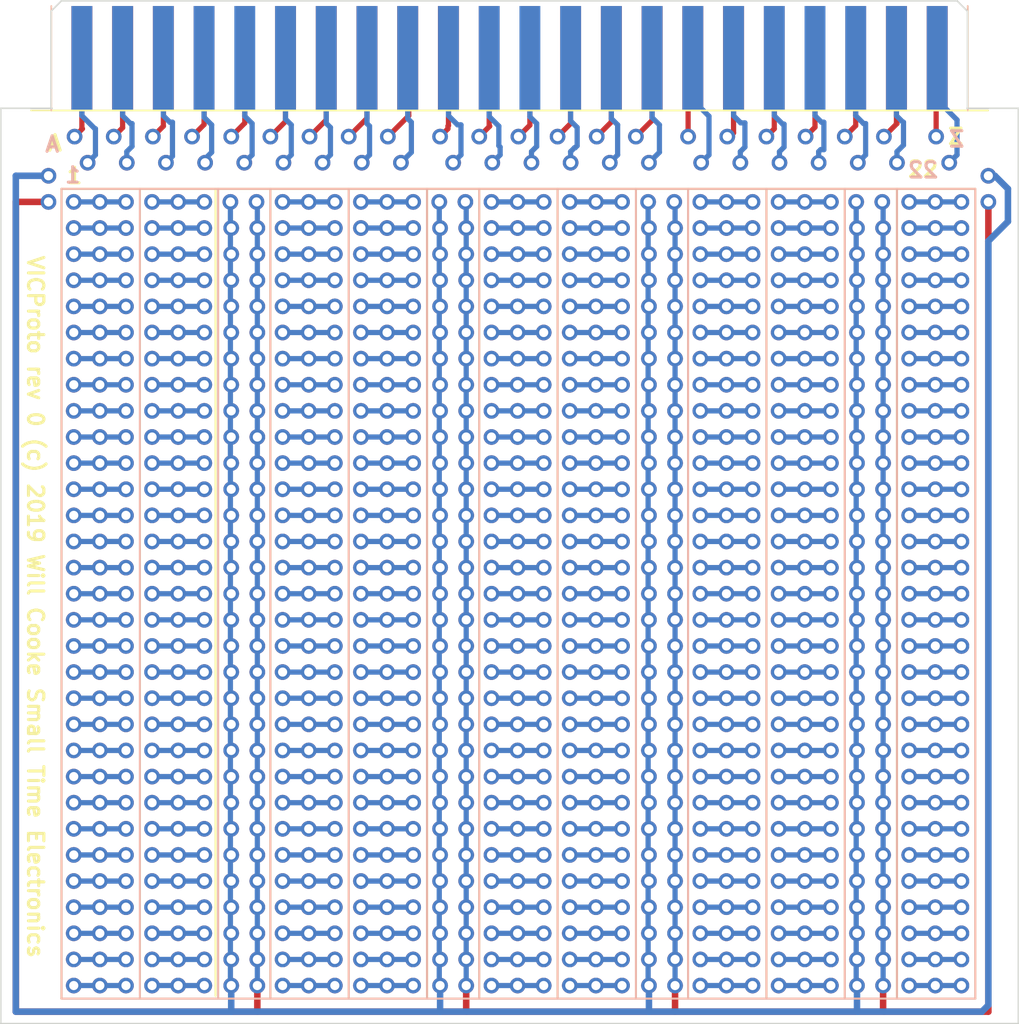
<source format=kicad_pcb>
(kicad_pcb (version 20171130) (host pcbnew 5.0.2+dfsg1-1~bpo9+1)
  (layers (0 F.Cu signal) (31 B.Cu signal) (34 B.Paste user hide) (35 F.Paste user hide) (36 B.SilkS user) (37 F.SilkS user) (38 B.Mask user) (39 F.Mask user) (44 Edge.Cuts user))
  (net 0 "")
  (module MyFootprintsVic:Connector_VIC20_Expansion (layer F.Cu) (at 105.41 24.13)
    (fp_text reference CONN** hide)
    (fp_text value VIC20_Expansion)
    (pad GND1 smd rect (at 1.9812 0) (size 2.032 10.16) (layers F.Cu F.Mask))
    (pad D0 smd rect (at 5.9436 0) (size 2.032 10.16) (layers F.Cu F.Mask))
    (pad D1 smd rect (at 9.906 0) (size 2.032 10.16) (layers F.Cu F.Mask))
    (pad D2 smd rect (at 13.8684 0) (size 2.032 10.16) (layers F.Cu F.Mask))
    (pad D3 smd rect (at 17.8308 0) (size 2.032 10.16) (layers F.Cu F.Mask))
    (pad D4 smd rect (at 21.7932 0) (size 2.032 10.16) (layers F.Cu F.Mask))
    (pad D5 smd rect (at 25.7556 0) (size 2.032 10.16) (layers F.Cu F.Mask))
    (pad D6 smd rect (at 29.718 0) (size 2.032 10.16) (layers F.Cu F.Mask))
    (pad D7 smd rect (at 33.6804 0) (size 2.032 10.16) (layers F.Cu F.Mask))
    (pad BLK1 smd rect (at 37.6428 0) (size 2.032 10.16) (layers F.Cu F.Mask))
    (pad BLK2 smd rect (at 41.6052 0) (size 2.032 10.16) (layers F.Cu F.Mask))
    (pad BLK3 smd rect (at 45.5676 0) (size 2.032 10.16) (layers F.Cu F.Mask))
    (pad BLK5 smd rect (at 49.53 0) (size 2.032 10.16) (layers F.Cu F.Mask))
    (pad RAM1 smd rect (at 53.4924 0) (size 2.032 10.16) (layers F.Cu F.Mask))
    (pad RAM2 smd rect (at 57.4548 0) (size 2.032 10.16) (layers F.Cu F.Mask))
    (pad RAM3 smd rect (at 61.4172 0) (size 2.032 10.16) (layers F.Cu F.Mask))
    (pad VRW smd rect (at 65.3796 0) (size 2.032 10.16) (layers F.Cu F.Mask))
    (pad CRW smd rect (at 69.342 0) (size 2.032 10.16) (layers F.Cu F.Mask))
    (pad IRQ smd rect (at 73.3044 0) (size 2.032 10.16) (layers F.Cu F.Mask))
    (pad 20NC smd rect (at 77.2668 0) (size 2.032 10.16) (layers F.Cu F.Mask))
    (pad 5V smd rect (at 81.2292 0) (size 2.032 10.16) (layers F.Cu F.Mask))
    (pad GND22 smd rect (at 85.1916 0) (size 2.032 10.16) (layers F.Cu F.Mask))
    (pad GNDA smd rect (at 1.9812 0) (size 2.032 10.16) (layers B.Cu B.Mask))
    (pad A0 smd rect (at 5.9436 0) (size 2.032 10.16) (layers B.Cu B.Mask))
    (pad A1 smd rect (at 9.906 0) (size 2.032 10.16) (layers B.Cu B.Mask))
    (pad A2 smd rect (at 13.8684 0) (size 2.032 10.16) (layers B.Cu B.Mask))
    (pad A3 smd rect (at 17.8308 0) (size 2.032 10.16) (layers B.Cu B.Mask))
    (pad A4 smd rect (at 21.7932 0) (size 2.032 10.16) (layers B.Cu B.Mask))
    (pad A5 smd rect (at 25.7556 0) (size 2.032 10.16) (layers B.Cu B.Mask))
    (pad A6 smd rect (at 29.718 0) (size 2.032 10.16) (layers B.Cu B.Mask))
    (pad A7 smd rect (at 33.6804 0) (size 2.032 10.16) (layers B.Cu B.Mask))
    (pad A8 smd rect (at 37.6428 0) (size 2.032 10.16) (layers B.Cu B.Mask))
    (pad A9 smd rect (at 41.6052 0) (size 2.032 10.16) (layers B.Cu B.Mask))
    (pad A10 smd rect (at 45.5676 0) (size 2.032 10.16) (layers B.Cu B.Mask))
    (pad A11 smd rect (at 49.53 0) (size 2.032 10.16) (layers B.Cu B.Mask))
    (pad A12 smd rect (at 53.4924 0) (size 2.032 10.16) (layers B.Cu B.Mask))
    (pad A13 smd rect (at 57.4548 0) (size 2.032 10.16) (layers B.Cu B.Mask))
    (pad IO2 smd rect (at 61.4172 0) (size 2.032 10.16) (layers B.Cu B.Mask))
    (pad IO3 smd rect (at 65.3796 0) (size 2.032 10.16) (layers B.Cu B.Mask))
    (pad SPHI2 smd rect (at 69.342 0) (size 2.032 10.16) (layers B.Cu B.Mask))
    (pad NMI smd rect (at 73.3044 0) (size 2.032 10.16) (layers B.Cu B.Mask))
    (pad RESET smd rect (at 77.2668 0) (size 2.032 10.16) (layers B.Cu B.Mask))
    (pad YNC smd rect (at 81.2292 0) (size 2.032 10.16) (layers B.Cu B.Mask))
    (pad GND44 smd rect (at 85.1916 0) (size 2.032 10.16) (layers B.Cu B.Mask))
  )
  (module MyFootprints:Proto_2_hole (layer F.Cu) (at 182.8 73.66)
    (fp_text reference REF** hide)
    (fp_text value P hide)
    (pad 1 thru_hole circle (at 0 0) (size 1.524 1.524) (drill 0.889) (layers *.Cu *.Mask))
    (pad 2 thru_hole circle (at 2.54 0) (size 1.524 1.524) (drill 0.889) (layers *.Cu *.Mask))
  )
  (module MyFootprints:Proto_2_hole (layer F.Cu) (at 182.8 53.34)
    (fp_text reference REF** hide)
    (fp_text value P hide)
    (pad 1 thru_hole circle (at 0 0) (size 1.524 1.524) (drill 0.889) (layers *.Cu *.Mask))
    (pad 2 thru_hole circle (at 2.54 0) (size 1.524 1.524) (drill 0.889) (layers *.Cu *.Mask))
  )
  (module MyFootprints:Proto_2_hole (layer F.Cu) (at 182.8 40.64)
    (fp_text reference REF** hide)
    (fp_text value P hide)
    (pad 1 thru_hole circle (at 0 0) (size 1.524 1.524) (drill 0.889) (layers *.Cu *.Mask))
    (pad 2 thru_hole circle (at 2.54 0) (size 1.524 1.524) (drill 0.889) (layers *.Cu *.Mask))
  )
  (module MyFootprints:Proto_2_hole (layer F.Cu) (at 182.8 114.3)
    (fp_text reference REF** hide)
    (fp_text value P hide)
    (pad 1 thru_hole circle (at 0 0) (size 1.524 1.524) (drill 0.889) (layers *.Cu *.Mask))
    (pad 2 thru_hole circle (at 2.54 0) (size 1.524 1.524) (drill 0.889) (layers *.Cu *.Mask))
  )
  (module MyFootprints:Proto_2_hole (layer F.Cu) (at 182.8 104.14)
    (fp_text reference REF** hide)
    (fp_text value P hide)
    (pad 1 thru_hole circle (at 0 0) (size 1.524 1.524) (drill 0.889) (layers *.Cu *.Mask))
    (pad 2 thru_hole circle (at 2.54 0) (size 1.524 1.524) (drill 0.889) (layers *.Cu *.Mask))
  )
  (module MyFootprints:Proto_2_hole (layer F.Cu) (at 182.8 45.72)
    (fp_text reference REF** hide)
    (fp_text value P hide)
    (pad 1 thru_hole circle (at 0 0) (size 1.524 1.524) (drill 0.889) (layers *.Cu *.Mask))
    (pad 2 thru_hole circle (at 2.54 0) (size 1.524 1.524) (drill 0.889) (layers *.Cu *.Mask))
  )
  (module MyFootprints:Proto_2_hole (layer F.Cu) (at 182.8 83.82)
    (fp_text reference REF** hide)
    (fp_text value P hide)
    (pad 1 thru_hole circle (at 0 0) (size 1.524 1.524) (drill 0.889) (layers *.Cu *.Mask))
    (pad 2 thru_hole circle (at 2.54 0) (size 1.524 1.524) (drill 0.889) (layers *.Cu *.Mask))
  )
  (module MyFootprints:Proto_2_hole (layer F.Cu) (at 182.8 71.12)
    (fp_text reference REF** hide)
    (fp_text value P hide)
    (pad 1 thru_hole circle (at 0 0) (size 1.524 1.524) (drill 0.889) (layers *.Cu *.Mask))
    (pad 2 thru_hole circle (at 2.54 0) (size 1.524 1.524) (drill 0.889) (layers *.Cu *.Mask))
  )
  (module MyFootprints:Proto_2_hole (layer F.Cu) (at 182.8 81.28)
    (fp_text reference REF** hide)
    (fp_text value P hide)
    (pad 1 thru_hole circle (at 0 0) (size 1.524 1.524) (drill 0.889) (layers *.Cu *.Mask))
    (pad 2 thru_hole circle (at 2.54 0) (size 1.524 1.524) (drill 0.889) (layers *.Cu *.Mask))
  )
  (module MyFootprints:Proto_2_hole (layer F.Cu) (at 182.8 55.88)
    (fp_text reference REF** hide)
    (fp_text value P hide)
    (pad 1 thru_hole circle (at 0 0) (size 1.524 1.524) (drill 0.889) (layers *.Cu *.Mask))
    (pad 2 thru_hole circle (at 2.54 0) (size 1.524 1.524) (drill 0.889) (layers *.Cu *.Mask))
  )
  (module MyFootprints:Proto_2_hole (layer F.Cu) (at 182.8 68.58)
    (fp_text reference REF** hide)
    (fp_text value P hide)
    (pad 1 thru_hole circle (at 0 0) (size 1.524 1.524) (drill 0.889) (layers *.Cu *.Mask))
    (pad 2 thru_hole circle (at 2.54 0) (size 1.524 1.524) (drill 0.889) (layers *.Cu *.Mask))
  )
  (module MyFootprints:Proto_2_hole (layer F.Cu) (at 182.8 111.76)
    (fp_text reference REF** hide)
    (fp_text value P hide)
    (pad 1 thru_hole circle (at 0 0) (size 1.524 1.524) (drill 0.889) (layers *.Cu *.Mask))
    (pad 2 thru_hole circle (at 2.54 0) (size 1.524 1.524) (drill 0.889) (layers *.Cu *.Mask))
  )
  (module MyFootprints:Proto_2_hole (layer F.Cu) (at 182.8 66.04)
    (fp_text reference REF** hide)
    (fp_text value P hide)
    (pad 1 thru_hole circle (at 0 0) (size 1.524 1.524) (drill 0.889) (layers *.Cu *.Mask))
    (pad 2 thru_hole circle (at 2.54 0) (size 1.524 1.524) (drill 0.889) (layers *.Cu *.Mask))
  )
  (module MyFootprints:Proto_2_hole (layer F.Cu) (at 182.8 93.98)
    (fp_text reference REF** hide)
    (fp_text value P hide)
    (pad 1 thru_hole circle (at 0 0) (size 1.524 1.524) (drill 0.889) (layers *.Cu *.Mask))
    (pad 2 thru_hole circle (at 2.54 0) (size 1.524 1.524) (drill 0.889) (layers *.Cu *.Mask))
  )
  (module MyFootprints:Proto_2_hole (layer F.Cu) (at 182.8 76.2)
    (fp_text reference REF** hide)
    (fp_text value P hide)
    (pad 1 thru_hole circle (at 0 0) (size 1.524 1.524) (drill 0.889) (layers *.Cu *.Mask))
    (pad 2 thru_hole circle (at 2.54 0) (size 1.524 1.524) (drill 0.889) (layers *.Cu *.Mask))
  )
  (module MyFootprints:Proto_2_hole (layer F.Cu) (at 182.8 109.22)
    (fp_text reference REF** hide)
    (fp_text value P hide)
    (pad 1 thru_hole circle (at 0 0) (size 1.524 1.524) (drill 0.889) (layers *.Cu *.Mask))
    (pad 2 thru_hole circle (at 2.54 0) (size 1.524 1.524) (drill 0.889) (layers *.Cu *.Mask))
  )
  (module MyFootprints:Proto_2_hole (layer F.Cu) (at 182.8 101.6)
    (fp_text reference REF** hide)
    (fp_text value P hide)
    (pad 1 thru_hole circle (at 0 0) (size 1.524 1.524) (drill 0.889) (layers *.Cu *.Mask))
    (pad 2 thru_hole circle (at 2.54 0) (size 1.524 1.524) (drill 0.889) (layers *.Cu *.Mask))
  )
  (module MyFootprints:Proto_2_hole (layer F.Cu) (at 182.8 99.06)
    (fp_text reference REF** hide)
    (fp_text value P hide)
    (pad 1 thru_hole circle (at 0 0) (size 1.524 1.524) (drill 0.889) (layers *.Cu *.Mask))
    (pad 2 thru_hole circle (at 2.54 0) (size 1.524 1.524) (drill 0.889) (layers *.Cu *.Mask))
  )
  (module MyFootprints:Proto_2_hole (layer F.Cu) (at 182.8 78.74)
    (fp_text reference REF** hide)
    (fp_text value P hide)
    (pad 1 thru_hole circle (at 0 0) (size 1.524 1.524) (drill 0.889) (layers *.Cu *.Mask))
    (pad 2 thru_hole circle (at 2.54 0) (size 1.524 1.524) (drill 0.889) (layers *.Cu *.Mask))
  )
  (module MyFootprints:Proto_2_hole (layer F.Cu) (at 182.72 38.1)
    (fp_text reference REF** hide)
    (fp_text value P hide)
    (pad 1 thru_hole circle (at 0 0) (size 1.524 1.524) (drill 0.889) (layers *.Cu *.Mask))
    (pad 2 thru_hole circle (at 2.54 0) (size 1.524 1.524) (drill 0.889) (layers *.Cu *.Mask))
  )
  (module MyFootprints:Proto_2_hole (layer F.Cu) (at 182.8 96.52)
    (fp_text reference REF** hide)
    (fp_text value P hide)
    (pad 1 thru_hole circle (at 0 0) (size 1.524 1.524) (drill 0.889) (layers *.Cu *.Mask))
    (pad 2 thru_hole circle (at 2.54 0) (size 1.524 1.524) (drill 0.889) (layers *.Cu *.Mask))
  )
  (module MyFootprints:Proto_2_hole (layer F.Cu) (at 182.8 106.68)
    (fp_text reference REF** hide)
    (fp_text value P hide)
    (pad 1 thru_hole circle (at 0 0) (size 1.524 1.524) (drill 0.889) (layers *.Cu *.Mask))
    (pad 2 thru_hole circle (at 2.54 0) (size 1.524 1.524) (drill 0.889) (layers *.Cu *.Mask))
  )
  (module MyFootprints:Proto_2_hole (layer F.Cu) (at 182.8 43.18)
    (fp_text reference REF** hide)
    (fp_text value P hide)
    (pad 1 thru_hole circle (at 0 0) (size 1.524 1.524) (drill 0.889) (layers *.Cu *.Mask))
    (pad 2 thru_hole circle (at 2.54 0) (size 1.524 1.524) (drill 0.889) (layers *.Cu *.Mask))
  )
  (module MyFootprints:Proto_2_hole (layer F.Cu) (at 182.8 58.42)
    (fp_text reference REF** hide)
    (fp_text value P hide)
    (pad 1 thru_hole circle (at 0 0) (size 1.524 1.524) (drill 0.889) (layers *.Cu *.Mask))
    (pad 2 thru_hole circle (at 2.54 0) (size 1.524 1.524) (drill 0.889) (layers *.Cu *.Mask))
  )
  (module MyFootprints:Proto_2_hole (layer F.Cu) (at 182.8 86.36)
    (fp_text reference REF** hide)
    (fp_text value P hide)
    (pad 1 thru_hole circle (at 0 0) (size 1.524 1.524) (drill 0.889) (layers *.Cu *.Mask))
    (pad 2 thru_hole circle (at 2.54 0) (size 1.524 1.524) (drill 0.889) (layers *.Cu *.Mask))
  )
  (module MyFootprints:Proto_2_hole (layer F.Cu) (at 182.8 88.9)
    (fp_text reference REF** hide)
    (fp_text value P hide)
    (pad 1 thru_hole circle (at 0 0) (size 1.524 1.524) (drill 0.889) (layers *.Cu *.Mask))
    (pad 2 thru_hole circle (at 2.54 0) (size 1.524 1.524) (drill 0.889) (layers *.Cu *.Mask))
  )
  (module MyFootprints:Proto_2_hole (layer F.Cu) (at 182.8 60.96)
    (fp_text reference REF** hide)
    (fp_text value P hide)
    (pad 1 thru_hole circle (at 0 0) (size 1.524 1.524) (drill 0.889) (layers *.Cu *.Mask))
    (pad 2 thru_hole circle (at 2.54 0) (size 1.524 1.524) (drill 0.889) (layers *.Cu *.Mask))
  )
  (module MyFootprints:Proto_2_hole (layer F.Cu) (at 182.8 91.44)
    (fp_text reference REF** hide)
    (fp_text value P hide)
    (pad 1 thru_hole circle (at 0 0) (size 1.524 1.524) (drill 0.889) (layers *.Cu *.Mask))
    (pad 2 thru_hole circle (at 2.54 0) (size 1.524 1.524) (drill 0.889) (layers *.Cu *.Mask))
  )
  (module MyFootprints:Proto_2_hole (layer F.Cu) (at 182.8 50.8)
    (fp_text reference REF** hide)
    (fp_text value P hide)
    (pad 1 thru_hole circle (at 0 0) (size 1.524 1.524) (drill 0.889) (layers *.Cu *.Mask))
    (pad 2 thru_hole circle (at 2.54 0) (size 1.524 1.524) (drill 0.889) (layers *.Cu *.Mask))
  )
  (module MyFootprints:Proto_2_hole (layer F.Cu) (at 182.8 63.5)
    (fp_text reference REF** hide)
    (fp_text value P hide)
    (pad 1 thru_hole circle (at 0 0) (size 1.524 1.524) (drill 0.889) (layers *.Cu *.Mask))
    (pad 2 thru_hole circle (at 2.54 0) (size 1.524 1.524) (drill 0.889) (layers *.Cu *.Mask))
  )
  (module MyFootprints:Proto_2_hole (layer F.Cu) (at 182.8 48.26)
    (fp_text reference REF** hide)
    (fp_text value P hide)
    (pad 1 thru_hole circle (at 0 0) (size 1.524 1.524) (drill 0.889) (layers *.Cu *.Mask))
    (pad 2 thru_hole circle (at 2.54 0) (size 1.524 1.524) (drill 0.889) (layers *.Cu *.Mask))
  )
  (module MyFootprints:Proto_2_hole (layer F.Cu) (at 162.56 76.2)
    (fp_text reference REF** hide)
    (fp_text value P hide)
    (pad 2 thru_hole circle (at 2.54 0) (size 1.524 1.524) (drill 0.889) (layers *.Cu *.Mask))
    (pad 1 thru_hole circle (at 0 0) (size 1.524 1.524) (drill 0.889) (layers *.Cu *.Mask))
  )
  (module MyFootprints:Proto_2_hole (layer F.Cu) (at 162.56 109.22)
    (fp_text reference REF** hide)
    (fp_text value P hide)
    (pad 2 thru_hole circle (at 2.54 0) (size 1.524 1.524) (drill 0.889) (layers *.Cu *.Mask))
    (pad 1 thru_hole circle (at 0 0) (size 1.524 1.524) (drill 0.889) (layers *.Cu *.Mask))
  )
  (module MyFootprints:Proto_2_hole (layer F.Cu) (at 162.56 111.76)
    (fp_text reference REF** hide)
    (fp_text value P hide)
    (pad 2 thru_hole circle (at 2.54 0) (size 1.524 1.524) (drill 0.889) (layers *.Cu *.Mask))
    (pad 1 thru_hole circle (at 0 0) (size 1.524 1.524) (drill 0.889) (layers *.Cu *.Mask))
  )
  (module MyFootprints:Proto_2_hole (layer F.Cu) (at 162.56 66.04)
    (fp_text reference REF** hide)
    (fp_text value P hide)
    (pad 2 thru_hole circle (at 2.54 0) (size 1.524 1.524) (drill 0.889) (layers *.Cu *.Mask))
    (pad 1 thru_hole circle (at 0 0) (size 1.524 1.524) (drill 0.889) (layers *.Cu *.Mask))
  )
  (module MyFootprints:Proto_2_hole (layer F.Cu) (at 162.56 96.52)
    (fp_text reference REF** hide)
    (fp_text value P hide)
    (pad 2 thru_hole circle (at 2.54 0) (size 1.524 1.524) (drill 0.889) (layers *.Cu *.Mask))
    (pad 1 thru_hole circle (at 0 0) (size 1.524 1.524) (drill 0.889) (layers *.Cu *.Mask))
  )
  (module MyFootprints:Proto_2_hole (layer F.Cu) (at 162.56 106.68)
    (fp_text reference REF** hide)
    (fp_text value P hide)
    (pad 2 thru_hole circle (at 2.54 0) (size 1.524 1.524) (drill 0.889) (layers *.Cu *.Mask))
    (pad 1 thru_hole circle (at 0 0) (size 1.524 1.524) (drill 0.889) (layers *.Cu *.Mask))
  )
  (module MyFootprints:Proto_2_hole (layer F.Cu) (at 162.56 114.3)
    (fp_text reference REF** hide)
    (fp_text value P hide)
    (pad 2 thru_hole circle (at 2.54 0) (size 1.524 1.524) (drill 0.889) (layers *.Cu *.Mask))
    (pad 1 thru_hole circle (at 0 0) (size 1.524 1.524) (drill 0.889) (layers *.Cu *.Mask))
  )
  (module MyFootprints:Proto_2_hole (layer F.Cu) (at 162.56 43.18)
    (fp_text reference REF** hide)
    (fp_text value P hide)
    (pad 2 thru_hole circle (at 2.54 0) (size 1.524 1.524) (drill 0.889) (layers *.Cu *.Mask))
    (pad 1 thru_hole circle (at 0 0) (size 1.524 1.524) (drill 0.889) (layers *.Cu *.Mask))
  )
  (module MyFootprints:Proto_2_hole (layer F.Cu) (at 162.56 58.42)
    (fp_text reference REF** hide)
    (fp_text value P hide)
    (pad 2 thru_hole circle (at 2.54 0) (size 1.524 1.524) (drill 0.889) (layers *.Cu *.Mask))
    (pad 1 thru_hole circle (at 0 0) (size 1.524 1.524) (drill 0.889) (layers *.Cu *.Mask))
  )
  (module MyFootprints:Proto_2_hole (layer F.Cu) (at 162.56 88.9)
    (fp_text reference REF** hide)
    (fp_text value P hide)
    (pad 2 thru_hole circle (at 2.54 0) (size 1.524 1.524) (drill 0.889) (layers *.Cu *.Mask))
    (pad 1 thru_hole circle (at 0 0) (size 1.524 1.524) (drill 0.889) (layers *.Cu *.Mask))
  )
  (module MyFootprints:Proto_2_hole (layer F.Cu) (at 162.56 60.96)
    (fp_text reference REF** hide)
    (fp_text value P hide)
    (pad 2 thru_hole circle (at 2.54 0) (size 1.524 1.524) (drill 0.889) (layers *.Cu *.Mask))
    (pad 1 thru_hole circle (at 0 0) (size 1.524 1.524) (drill 0.889) (layers *.Cu *.Mask))
  )
  (module MyFootprints:Proto_2_hole (layer F.Cu) (at 162.56 50.8)
    (fp_text reference REF** hide)
    (fp_text value P hide)
    (pad 2 thru_hole circle (at 2.54 0) (size 1.524 1.524) (drill 0.889) (layers *.Cu *.Mask))
    (pad 1 thru_hole circle (at 0 0) (size 1.524 1.524) (drill 0.889) (layers *.Cu *.Mask))
  )
  (module MyFootprints:Proto_2_hole (layer F.Cu) (at 162.56 45.72)
    (fp_text reference REF** hide)
    (fp_text value P hide)
    (pad 2 thru_hole circle (at 2.54 0) (size 1.524 1.524) (drill 0.889) (layers *.Cu *.Mask))
    (pad 1 thru_hole circle (at 0 0) (size 1.524 1.524) (drill 0.889) (layers *.Cu *.Mask))
  )
  (module MyFootprints:Proto_2_hole (layer F.Cu) (at 162.56 83.82)
    (fp_text reference REF** hide)
    (fp_text value P hide)
    (pad 2 thru_hole circle (at 2.54 0) (size 1.524 1.524) (drill 0.889) (layers *.Cu *.Mask))
    (pad 1 thru_hole circle (at 0 0) (size 1.524 1.524) (drill 0.889) (layers *.Cu *.Mask))
  )
  (module MyFootprints:Proto_2_hole (layer F.Cu) (at 162.56 40.64)
    (fp_text reference REF** hide)
    (fp_text value P hide)
    (pad 2 thru_hole circle (at 2.54 0) (size 1.524 1.524) (drill 0.889) (layers *.Cu *.Mask))
    (pad 1 thru_hole circle (at 0 0) (size 1.524 1.524) (drill 0.889) (layers *.Cu *.Mask))
  )
  (module MyFootprints:Proto_2_hole (layer F.Cu) (at 162.56 63.5)
    (fp_text reference REF** hide)
    (fp_text value P hide)
    (pad 2 thru_hole circle (at 2.54 0) (size 1.524 1.524) (drill 0.889) (layers *.Cu *.Mask))
    (pad 1 thru_hole circle (at 0 0) (size 1.524 1.524) (drill 0.889) (layers *.Cu *.Mask))
  )
  (module MyFootprints:Proto_2_hole (layer F.Cu) (at 162.56 48.26)
    (fp_text reference REF** hide)
    (fp_text value P hide)
    (pad 2 thru_hole circle (at 2.54 0) (size 1.524 1.524) (drill 0.889) (layers *.Cu *.Mask))
    (pad 1 thru_hole circle (at 0 0) (size 1.524 1.524) (drill 0.889) (layers *.Cu *.Mask))
  )
  (module MyFootprints:Proto_2_hole (layer F.Cu) (at 162.56 93.98)
    (fp_text reference REF** hide)
    (fp_text value P hide)
    (pad 2 thru_hole circle (at 2.54 0) (size 1.524 1.524) (drill 0.889) (layers *.Cu *.Mask))
    (pad 1 thru_hole circle (at 0 0) (size 1.524 1.524) (drill 0.889) (layers *.Cu *.Mask))
  )
  (module MyFootprints:Proto_2_hole (layer F.Cu) (at 162.56 55.88)
    (fp_text reference REF** hide)
    (fp_text value P hide)
    (pad 2 thru_hole circle (at 2.54 0) (size 1.524 1.524) (drill 0.889) (layers *.Cu *.Mask))
    (pad 1 thru_hole circle (at 0 0) (size 1.524 1.524) (drill 0.889) (layers *.Cu *.Mask))
  )
  (module MyFootprints:Proto_2_hole (layer F.Cu) (at 162.56 68.58)
    (fp_text reference REF** hide)
    (fp_text value P hide)
    (pad 2 thru_hole circle (at 2.54 0) (size 1.524 1.524) (drill 0.889) (layers *.Cu *.Mask))
    (pad 1 thru_hole circle (at 0 0) (size 1.524 1.524) (drill 0.889) (layers *.Cu *.Mask))
  )
  (module MyFootprints:Proto_2_hole (layer F.Cu) (at 162.56 81.28)
    (fp_text reference REF** hide)
    (fp_text value P hide)
    (pad 2 thru_hole circle (at 2.54 0) (size 1.524 1.524) (drill 0.889) (layers *.Cu *.Mask))
    (pad 1 thru_hole circle (at 0 0) (size 1.524 1.524) (drill 0.889) (layers *.Cu *.Mask))
  )
  (module MyFootprints:Proto_2_hole (layer F.Cu) (at 162.48 38.1)
    (fp_text reference REF** hide)
    (fp_text value P hide)
    (pad 2 thru_hole circle (at 2.54 0) (size 1.524 1.524) (drill 0.889) (layers *.Cu *.Mask))
    (pad 1 thru_hole circle (at 0 0) (size 1.524 1.524) (drill 0.889) (layers *.Cu *.Mask))
  )
  (module MyFootprints:Proto_2_hole (layer F.Cu) (at 162.56 71.12)
    (fp_text reference REF** hide)
    (fp_text value P hide)
    (pad 2 thru_hole circle (at 2.54 0) (size 1.524 1.524) (drill 0.889) (layers *.Cu *.Mask))
    (pad 1 thru_hole circle (at 0 0) (size 1.524 1.524) (drill 0.889) (layers *.Cu *.Mask))
  )
  (module MyFootprints:Proto_2_hole (layer F.Cu) (at 162.56 91.44)
    (fp_text reference REF** hide)
    (fp_text value P hide)
    (pad 2 thru_hole circle (at 2.54 0) (size 1.524 1.524) (drill 0.889) (layers *.Cu *.Mask))
    (pad 1 thru_hole circle (at 0 0) (size 1.524 1.524) (drill 0.889) (layers *.Cu *.Mask))
  )
  (module MyFootprints:Proto_2_hole (layer F.Cu) (at 162.56 78.74)
    (fp_text reference REF** hide)
    (fp_text value P hide)
    (pad 2 thru_hole circle (at 2.54 0) (size 1.524 1.524) (drill 0.889) (layers *.Cu *.Mask))
    (pad 1 thru_hole circle (at 0 0) (size 1.524 1.524) (drill 0.889) (layers *.Cu *.Mask))
  )
  (module MyFootprints:Proto_2_hole (layer F.Cu) (at 162.56 73.66)
    (fp_text reference REF** hide)
    (fp_text value P hide)
    (pad 2 thru_hole circle (at 2.54 0) (size 1.524 1.524) (drill 0.889) (layers *.Cu *.Mask))
    (pad 1 thru_hole circle (at 0 0) (size 1.524 1.524) (drill 0.889) (layers *.Cu *.Mask))
  )
  (module MyFootprints:Proto_2_hole (layer F.Cu) (at 162.56 99.06)
    (fp_text reference REF** hide)
    (fp_text value P hide)
    (pad 2 thru_hole circle (at 2.54 0) (size 1.524 1.524) (drill 0.889) (layers *.Cu *.Mask))
    (pad 1 thru_hole circle (at 0 0) (size 1.524 1.524) (drill 0.889) (layers *.Cu *.Mask))
  )
  (module MyFootprints:Proto_2_hole (layer F.Cu) (at 162.56 104.14)
    (fp_text reference REF** hide)
    (fp_text value P hide)
    (pad 2 thru_hole circle (at 2.54 0) (size 1.524 1.524) (drill 0.889) (layers *.Cu *.Mask))
    (pad 1 thru_hole circle (at 0 0) (size 1.524 1.524) (drill 0.889) (layers *.Cu *.Mask))
  )
  (module MyFootprints:Proto_2_hole (layer F.Cu) (at 162.56 53.34)
    (fp_text reference REF** hide)
    (fp_text value P hide)
    (pad 2 thru_hole circle (at 2.54 0) (size 1.524 1.524) (drill 0.889) (layers *.Cu *.Mask))
    (pad 1 thru_hole circle (at 0 0) (size 1.524 1.524) (drill 0.889) (layers *.Cu *.Mask))
  )
  (module MyFootprints:Proto_2_hole (layer F.Cu) (at 162.56 86.36)
    (fp_text reference REF** hide)
    (fp_text value P hide)
    (pad 2 thru_hole circle (at 2.54 0) (size 1.524 1.524) (drill 0.889) (layers *.Cu *.Mask))
    (pad 1 thru_hole circle (at 0 0) (size 1.524 1.524) (drill 0.889) (layers *.Cu *.Mask))
  )
  (module MyFootprints:Proto_2_hole (layer F.Cu) (at 162.56 101.6)
    (fp_text reference REF** hide)
    (fp_text value P hide)
    (pad 2 thru_hole circle (at 2.54 0) (size 1.524 1.524) (drill 0.889) (layers *.Cu *.Mask))
    (pad 1 thru_hole circle (at 0 0) (size 1.524 1.524) (drill 0.889) (layers *.Cu *.Mask))
  )
  (module MyFootprints:Proto_2_hole (layer F.Cu) (at 142.24 53.34)
    (fp_text reference REF** hide)
    (fp_text value P hide)
    (pad 1 thru_hole circle (at 0 0) (size 1.524 1.524) (drill 0.889) (layers *.Cu *.Mask))
    (pad 2 thru_hole circle (at 2.54 0) (size 1.524 1.524) (drill 0.889) (layers *.Cu *.Mask))
  )
  (module MyFootprints:Proto_2_hole (layer F.Cu) (at 142.16 38.1)
    (fp_text reference REF** hide)
    (fp_text value P hide)
    (pad 1 thru_hole circle (at 0 0) (size 1.524 1.524) (drill 0.889) (layers *.Cu *.Mask))
    (pad 2 thru_hole circle (at 2.54 0) (size 1.524 1.524) (drill 0.889) (layers *.Cu *.Mask))
  )
  (module MyFootprints:Proto_2_hole (layer F.Cu) (at 142.24 99.06)
    (fp_text reference REF** hide)
    (fp_text value P hide)
    (pad 1 thru_hole circle (at 0 0) (size 1.524 1.524) (drill 0.889) (layers *.Cu *.Mask))
    (pad 2 thru_hole circle (at 2.54 0) (size 1.524 1.524) (drill 0.889) (layers *.Cu *.Mask))
  )
  (module MyFootprints:Proto_2_hole (layer F.Cu) (at 142.24 48.26)
    (fp_text reference REF** hide)
    (fp_text value P hide)
    (pad 1 thru_hole circle (at 0 0) (size 1.524 1.524) (drill 0.889) (layers *.Cu *.Mask))
    (pad 2 thru_hole circle (at 2.54 0) (size 1.524 1.524) (drill 0.889) (layers *.Cu *.Mask))
  )
  (module MyFootprints:Proto_2_hole (layer F.Cu) (at 142.24 101.6)
    (fp_text reference REF** hide)
    (fp_text value P hide)
    (pad 1 thru_hole circle (at 0 0) (size 1.524 1.524) (drill 0.889) (layers *.Cu *.Mask))
    (pad 2 thru_hole circle (at 2.54 0) (size 1.524 1.524) (drill 0.889) (layers *.Cu *.Mask))
  )
  (module MyFootprints:Proto_2_hole (layer F.Cu) (at 142.24 96.52)
    (fp_text reference REF** hide)
    (fp_text value P hide)
    (pad 1 thru_hole circle (at 0 0) (size 1.524 1.524) (drill 0.889) (layers *.Cu *.Mask))
    (pad 2 thru_hole circle (at 2.54 0) (size 1.524 1.524) (drill 0.889) (layers *.Cu *.Mask))
  )
  (module MyFootprints:Proto_2_hole (layer F.Cu) (at 142.24 86.36)
    (fp_text reference REF** hide)
    (fp_text value P hide)
    (pad 1 thru_hole circle (at 0 0) (size 1.524 1.524) (drill 0.889) (layers *.Cu *.Mask))
    (pad 2 thru_hole circle (at 2.54 0) (size 1.524 1.524) (drill 0.889) (layers *.Cu *.Mask))
  )
  (module MyFootprints:Proto_2_hole (layer F.Cu) (at 142.24 109.22)
    (fp_text reference REF** hide)
    (fp_text value P hide)
    (pad 1 thru_hole circle (at 0 0) (size 1.524 1.524) (drill 0.889) (layers *.Cu *.Mask))
    (pad 2 thru_hole circle (at 2.54 0) (size 1.524 1.524) (drill 0.889) (layers *.Cu *.Mask))
  )
  (module MyFootprints:Proto_2_hole (layer F.Cu) (at 142.24 93.98)
    (fp_text reference REF** hide)
    (fp_text value P hide)
    (pad 1 thru_hole circle (at 0 0) (size 1.524 1.524) (drill 0.889) (layers *.Cu *.Mask))
    (pad 2 thru_hole circle (at 2.54 0) (size 1.524 1.524) (drill 0.889) (layers *.Cu *.Mask))
  )
  (module MyFootprints:Proto_2_hole (layer F.Cu) (at 142.24 111.76)
    (fp_text reference REF** hide)
    (fp_text value P hide)
    (pad 1 thru_hole circle (at 0 0) (size 1.524 1.524) (drill 0.889) (layers *.Cu *.Mask))
    (pad 2 thru_hole circle (at 2.54 0) (size 1.524 1.524) (drill 0.889) (layers *.Cu *.Mask))
  )
  (module MyFootprints:Proto_2_hole (layer F.Cu) (at 142.24 60.96)
    (fp_text reference REF** hide)
    (fp_text value P hide)
    (pad 1 thru_hole circle (at 0 0) (size 1.524 1.524) (drill 0.889) (layers *.Cu *.Mask))
    (pad 2 thru_hole circle (at 2.54 0) (size 1.524 1.524) (drill 0.889) (layers *.Cu *.Mask))
  )
  (module MyFootprints:Proto_2_hole (layer F.Cu) (at 142.24 55.88)
    (fp_text reference REF** hide)
    (fp_text value P hide)
    (pad 1 thru_hole circle (at 0 0) (size 1.524 1.524) (drill 0.889) (layers *.Cu *.Mask))
    (pad 2 thru_hole circle (at 2.54 0) (size 1.524 1.524) (drill 0.889) (layers *.Cu *.Mask))
  )
  (module MyFootprints:Proto_2_hole (layer F.Cu) (at 142.24 71.12)
    (fp_text reference REF** hide)
    (fp_text value P hide)
    (pad 1 thru_hole circle (at 0 0) (size 1.524 1.524) (drill 0.889) (layers *.Cu *.Mask))
    (pad 2 thru_hole circle (at 2.54 0) (size 1.524 1.524) (drill 0.889) (layers *.Cu *.Mask))
  )
  (module MyFootprints:Proto_2_hole (layer F.Cu) (at 142.24 66.04)
    (fp_text reference REF** hide)
    (fp_text value P hide)
    (pad 1 thru_hole circle (at 0 0) (size 1.524 1.524) (drill 0.889) (layers *.Cu *.Mask))
    (pad 2 thru_hole circle (at 2.54 0) (size 1.524 1.524) (drill 0.889) (layers *.Cu *.Mask))
  )
  (module MyFootprints:Proto_2_hole (layer F.Cu) (at 142.24 78.74)
    (fp_text reference REF** hide)
    (fp_text value P hide)
    (pad 1 thru_hole circle (at 0 0) (size 1.524 1.524) (drill 0.889) (layers *.Cu *.Mask))
    (pad 2 thru_hole circle (at 2.54 0) (size 1.524 1.524) (drill 0.889) (layers *.Cu *.Mask))
  )
  (module MyFootprints:Proto_2_hole (layer F.Cu) (at 142.24 91.44)
    (fp_text reference REF** hide)
    (fp_text value P hide)
    (pad 1 thru_hole circle (at 0 0) (size 1.524 1.524) (drill 0.889) (layers *.Cu *.Mask))
    (pad 2 thru_hole circle (at 2.54 0) (size 1.524 1.524) (drill 0.889) (layers *.Cu *.Mask))
  )
  (module MyFootprints:Proto_2_hole (layer F.Cu) (at 142.24 106.68)
    (fp_text reference REF** hide)
    (fp_text value P hide)
    (pad 1 thru_hole circle (at 0 0) (size 1.524 1.524) (drill 0.889) (layers *.Cu *.Mask))
    (pad 2 thru_hole circle (at 2.54 0) (size 1.524 1.524) (drill 0.889) (layers *.Cu *.Mask))
  )
  (module MyFootprints:Proto_2_hole (layer F.Cu) (at 142.24 76.2)
    (fp_text reference REF** hide)
    (fp_text value P hide)
    (pad 1 thru_hole circle (at 0 0) (size 1.524 1.524) (drill 0.889) (layers *.Cu *.Mask))
    (pad 2 thru_hole circle (at 2.54 0) (size 1.524 1.524) (drill 0.889) (layers *.Cu *.Mask))
  )
  (module MyFootprints:Proto_2_hole (layer F.Cu) (at 142.24 40.64)
    (fp_text reference REF** hide)
    (fp_text value P hide)
    (pad 1 thru_hole circle (at 0 0) (size 1.524 1.524) (drill 0.889) (layers *.Cu *.Mask))
    (pad 2 thru_hole circle (at 2.54 0) (size 1.524 1.524) (drill 0.889) (layers *.Cu *.Mask))
  )
  (module MyFootprints:Proto_2_hole (layer F.Cu) (at 142.24 50.8)
    (fp_text reference REF** hide)
    (fp_text value P hide)
    (pad 1 thru_hole circle (at 0 0) (size 1.524 1.524) (drill 0.889) (layers *.Cu *.Mask))
    (pad 2 thru_hole circle (at 2.54 0) (size 1.524 1.524) (drill 0.889) (layers *.Cu *.Mask))
  )
  (module MyFootprints:Proto_2_hole (layer F.Cu) (at 142.24 43.18)
    (fp_text reference REF** hide)
    (fp_text value P hide)
    (pad 1 thru_hole circle (at 0 0) (size 1.524 1.524) (drill 0.889) (layers *.Cu *.Mask))
    (pad 2 thru_hole circle (at 2.54 0) (size 1.524 1.524) (drill 0.889) (layers *.Cu *.Mask))
  )
  (module MyFootprints:Proto_2_hole (layer F.Cu) (at 142.24 81.28)
    (fp_text reference REF** hide)
    (fp_text value P hide)
    (pad 1 thru_hole circle (at 0 0) (size 1.524 1.524) (drill 0.889) (layers *.Cu *.Mask))
    (pad 2 thru_hole circle (at 2.54 0) (size 1.524 1.524) (drill 0.889) (layers *.Cu *.Mask))
  )
  (module MyFootprints:Proto_2_hole (layer F.Cu) (at 142.24 88.9)
    (fp_text reference REF** hide)
    (fp_text value P hide)
    (pad 1 thru_hole circle (at 0 0) (size 1.524 1.524) (drill 0.889) (layers *.Cu *.Mask))
    (pad 2 thru_hole circle (at 2.54 0) (size 1.524 1.524) (drill 0.889) (layers *.Cu *.Mask))
  )
  (module MyFootprints:Proto_2_hole (layer F.Cu) (at 142.24 45.72)
    (fp_text reference REF** hide)
    (fp_text value P hide)
    (pad 1 thru_hole circle (at 0 0) (size 1.524 1.524) (drill 0.889) (layers *.Cu *.Mask))
    (pad 2 thru_hole circle (at 2.54 0) (size 1.524 1.524) (drill 0.889) (layers *.Cu *.Mask))
  )
  (module MyFootprints:Proto_2_hole (layer F.Cu) (at 142.24 68.58)
    (fp_text reference REF** hide)
    (fp_text value P hide)
    (pad 1 thru_hole circle (at 0 0) (size 1.524 1.524) (drill 0.889) (layers *.Cu *.Mask))
    (pad 2 thru_hole circle (at 2.54 0) (size 1.524 1.524) (drill 0.889) (layers *.Cu *.Mask))
  )
  (module MyFootprints:Proto_2_hole (layer F.Cu) (at 142.24 83.82)
    (fp_text reference REF** hide)
    (fp_text value P hide)
    (pad 1 thru_hole circle (at 0 0) (size 1.524 1.524) (drill 0.889) (layers *.Cu *.Mask))
    (pad 2 thru_hole circle (at 2.54 0) (size 1.524 1.524) (drill 0.889) (layers *.Cu *.Mask))
  )
  (module MyFootprints:Proto_2_hole (layer F.Cu) (at 142.24 63.5)
    (fp_text reference REF** hide)
    (fp_text value P hide)
    (pad 1 thru_hole circle (at 0 0) (size 1.524 1.524) (drill 0.889) (layers *.Cu *.Mask))
    (pad 2 thru_hole circle (at 2.54 0) (size 1.524 1.524) (drill 0.889) (layers *.Cu *.Mask))
  )
  (module MyFootprints:Proto_2_hole (layer F.Cu) (at 142.24 58.42)
    (fp_text reference REF** hide)
    (fp_text value P hide)
    (pad 1 thru_hole circle (at 0 0) (size 1.524 1.524) (drill 0.889) (layers *.Cu *.Mask))
    (pad 2 thru_hole circle (at 2.54 0) (size 1.524 1.524) (drill 0.889) (layers *.Cu *.Mask))
  )
  (module MyFootprints:Proto_2_hole (layer F.Cu) (at 142.24 104.14)
    (fp_text reference REF** hide)
    (fp_text value P hide)
    (pad 1 thru_hole circle (at 0 0) (size 1.524 1.524) (drill 0.889) (layers *.Cu *.Mask))
    (pad 2 thru_hole circle (at 2.54 0) (size 1.524 1.524) (drill 0.889) (layers *.Cu *.Mask))
  )
  (module MyFootprints:Proto_2_hole (layer F.Cu) (at 142.24 114.3)
    (fp_text reference REF** hide)
    (fp_text value P hide)
    (pad 1 thru_hole circle (at 0 0) (size 1.524 1.524) (drill 0.889) (layers *.Cu *.Mask))
    (pad 2 thru_hole circle (at 2.54 0) (size 1.524 1.524) (drill 0.889) (layers *.Cu *.Mask))
  )
  (module MyFootprints:Proto_2_hole (layer F.Cu) (at 142.24 73.66)
    (fp_text reference REF** hide)
    (fp_text value P hide)
    (pad 1 thru_hole circle (at 0 0) (size 1.524 1.524) (drill 0.889) (layers *.Cu *.Mask))
    (pad 2 thru_hole circle (at 2.54 0) (size 1.524 1.524) (drill 0.889) (layers *.Cu *.Mask))
  )
  (module MyFootprints:Proto_3_hole (layer F.Cu) (at 187.88 81.28)
    (fp_text reference REF** hide)
    (fp_text value P)
    (pad 3 thru_hole circle (at 5.08 0) (size 1.524 1.524) (drill 0.889) (layers *.Cu *.Mask))
    (pad 2 thru_hole circle (at 2.54 0) (size 1.524 1.524) (drill 0.889) (layers *.Cu *.Mask))
    (pad 1 thru_hole circle (at 0 0) (size 1.524 1.524) (drill 0.889) (layers *.Cu *.Mask))
  )
  (module MyFootprints:Proto_3_hole (layer F.Cu) (at 187.88 43.18)
    (fp_text reference REF** hide)
    (fp_text value P)
    (pad 3 thru_hole circle (at 5.08 0) (size 1.524 1.524) (drill 0.889) (layers *.Cu *.Mask))
    (pad 2 thru_hole circle (at 2.54 0) (size 1.524 1.524) (drill 0.889) (layers *.Cu *.Mask))
    (pad 1 thru_hole circle (at 0 0) (size 1.524 1.524) (drill 0.889) (layers *.Cu *.Mask))
  )
  (module MyFootprints:Proto_3_hole (layer F.Cu) (at 187.88 63.5)
    (fp_text reference REF** hide)
    (fp_text value P)
    (pad 3 thru_hole circle (at 5.08 0) (size 1.524 1.524) (drill 0.889) (layers *.Cu *.Mask))
    (pad 2 thru_hole circle (at 2.54 0) (size 1.524 1.524) (drill 0.889) (layers *.Cu *.Mask))
    (pad 1 thru_hole circle (at 0 0) (size 1.524 1.524) (drill 0.889) (layers *.Cu *.Mask))
  )
  (module MyFootprints:Proto_3_hole (layer F.Cu) (at 187.88 66.04)
    (fp_text reference REF** hide)
    (fp_text value P)
    (pad 3 thru_hole circle (at 5.08 0) (size 1.524 1.524) (drill 0.889) (layers *.Cu *.Mask))
    (pad 2 thru_hole circle (at 2.54 0) (size 1.524 1.524) (drill 0.889) (layers *.Cu *.Mask))
    (pad 1 thru_hole circle (at 0 0) (size 1.524 1.524) (drill 0.889) (layers *.Cu *.Mask))
  )
  (module MyFootprints:Proto_3_hole (layer F.Cu) (at 187.88 40.64)
    (fp_text reference REF** hide)
    (fp_text value P)
    (pad 3 thru_hole circle (at 5.08 0) (size 1.524 1.524) (drill 0.889) (layers *.Cu *.Mask))
    (pad 2 thru_hole circle (at 2.54 0) (size 1.524 1.524) (drill 0.889) (layers *.Cu *.Mask))
    (pad 1 thru_hole circle (at 0 0) (size 1.524 1.524) (drill 0.889) (layers *.Cu *.Mask))
  )
  (module MyFootprints:Proto_3_hole (layer F.Cu) (at 187.88 38.1)
    (fp_text reference REF** hide)
    (fp_text value P)
    (pad 3 thru_hole circle (at 5.08 0) (size 1.524 1.524) (drill 0.889) (layers *.Cu *.Mask))
    (pad 2 thru_hole circle (at 2.54 0) (size 1.524 1.524) (drill 0.889) (layers *.Cu *.Mask))
    (pad 1 thru_hole circle (at 0 0) (size 1.524 1.524) (drill 0.889) (layers *.Cu *.Mask))
  )
  (module MyFootprints:Proto_3_hole (layer F.Cu) (at 187.88 60.96)
    (fp_text reference REF** hide)
    (fp_text value P)
    (pad 3 thru_hole circle (at 5.08 0) (size 1.524 1.524) (drill 0.889) (layers *.Cu *.Mask))
    (pad 2 thru_hole circle (at 2.54 0) (size 1.524 1.524) (drill 0.889) (layers *.Cu *.Mask))
    (pad 1 thru_hole circle (at 0 0) (size 1.524 1.524) (drill 0.889) (layers *.Cu *.Mask))
  )
  (module MyFootprints:Proto_3_hole (layer F.Cu) (at 187.88 58.42)
    (fp_text reference REF** hide)
    (fp_text value P)
    (pad 3 thru_hole circle (at 5.08 0) (size 1.524 1.524) (drill 0.889) (layers *.Cu *.Mask))
    (pad 2 thru_hole circle (at 2.54 0) (size 1.524 1.524) (drill 0.889) (layers *.Cu *.Mask))
    (pad 1 thru_hole circle (at 0 0) (size 1.524 1.524) (drill 0.889) (layers *.Cu *.Mask))
  )
  (module MyFootprints:Proto_3_hole (layer F.Cu) (at 187.88 55.88)
    (fp_text reference REF** hide)
    (fp_text value P)
    (pad 3 thru_hole circle (at 5.08 0) (size 1.524 1.524) (drill 0.889) (layers *.Cu *.Mask))
    (pad 2 thru_hole circle (at 2.54 0) (size 1.524 1.524) (drill 0.889) (layers *.Cu *.Mask))
    (pad 1 thru_hole circle (at 0 0) (size 1.524 1.524) (drill 0.889) (layers *.Cu *.Mask))
  )
  (module MyFootprints:Proto_3_hole (layer F.Cu) (at 187.88 53.34)
    (fp_text reference REF** hide)
    (fp_text value P)
    (pad 3 thru_hole circle (at 5.08 0) (size 1.524 1.524) (drill 0.889) (layers *.Cu *.Mask))
    (pad 2 thru_hole circle (at 2.54 0) (size 1.524 1.524) (drill 0.889) (layers *.Cu *.Mask))
    (pad 1 thru_hole circle (at 0 0) (size 1.524 1.524) (drill 0.889) (layers *.Cu *.Mask))
  )
  (module MyFootprints:Proto_3_hole (layer F.Cu) (at 187.88 99.06)
    (fp_text reference REF** hide)
    (fp_text value P)
    (pad 3 thru_hole circle (at 5.08 0) (size 1.524 1.524) (drill 0.889) (layers *.Cu *.Mask))
    (pad 2 thru_hole circle (at 2.54 0) (size 1.524 1.524) (drill 0.889) (layers *.Cu *.Mask))
    (pad 1 thru_hole circle (at 0 0) (size 1.524 1.524) (drill 0.889) (layers *.Cu *.Mask))
  )
  (module MyFootprints:Proto_3_hole (layer F.Cu) (at 187.88 114.3)
    (fp_text reference REF** hide)
    (fp_text value P)
    (pad 3 thru_hole circle (at 5.08 0) (size 1.524 1.524) (drill 0.889) (layers *.Cu *.Mask))
    (pad 2 thru_hole circle (at 2.54 0) (size 1.524 1.524) (drill 0.889) (layers *.Cu *.Mask))
    (pad 1 thru_hole circle (at 0 0) (size 1.524 1.524) (drill 0.889) (layers *.Cu *.Mask))
  )
  (module MyFootprints:Proto_3_hole (layer F.Cu) (at 187.88 68.58)
    (fp_text reference REF** hide)
    (fp_text value P)
    (pad 3 thru_hole circle (at 5.08 0) (size 1.524 1.524) (drill 0.889) (layers *.Cu *.Mask))
    (pad 2 thru_hole circle (at 2.54 0) (size 1.524 1.524) (drill 0.889) (layers *.Cu *.Mask))
    (pad 1 thru_hole circle (at 0 0) (size 1.524 1.524) (drill 0.889) (layers *.Cu *.Mask))
  )
  (module MyFootprints:Proto_3_hole (layer F.Cu) (at 187.88 91.44)
    (fp_text reference REF** hide)
    (fp_text value P)
    (pad 3 thru_hole circle (at 5.08 0) (size 1.524 1.524) (drill 0.889) (layers *.Cu *.Mask))
    (pad 2 thru_hole circle (at 2.54 0) (size 1.524 1.524) (drill 0.889) (layers *.Cu *.Mask))
    (pad 1 thru_hole circle (at 0 0) (size 1.524 1.524) (drill 0.889) (layers *.Cu *.Mask))
  )
  (module MyFootprints:Proto_3_hole (layer F.Cu) (at 187.88 111.76)
    (fp_text reference REF** hide)
    (fp_text value P)
    (pad 3 thru_hole circle (at 5.08 0) (size 1.524 1.524) (drill 0.889) (layers *.Cu *.Mask))
    (pad 2 thru_hole circle (at 2.54 0) (size 1.524 1.524) (drill 0.889) (layers *.Cu *.Mask))
    (pad 1 thru_hole circle (at 0 0) (size 1.524 1.524) (drill 0.889) (layers *.Cu *.Mask))
  )
  (module MyFootprints:Proto_3_hole (layer F.Cu) (at 187.88 109.22)
    (fp_text reference REF** hide)
    (fp_text value P)
    (pad 3 thru_hole circle (at 5.08 0) (size 1.524 1.524) (drill 0.889) (layers *.Cu *.Mask))
    (pad 2 thru_hole circle (at 2.54 0) (size 1.524 1.524) (drill 0.889) (layers *.Cu *.Mask))
    (pad 1 thru_hole circle (at 0 0) (size 1.524 1.524) (drill 0.889) (layers *.Cu *.Mask))
  )
  (module MyFootprints:Proto_3_hole (layer F.Cu) (at 187.88 76.2)
    (fp_text reference REF** hide)
    (fp_text value P)
    (pad 3 thru_hole circle (at 5.08 0) (size 1.524 1.524) (drill 0.889) (layers *.Cu *.Mask))
    (pad 2 thru_hole circle (at 2.54 0) (size 1.524 1.524) (drill 0.889) (layers *.Cu *.Mask))
    (pad 1 thru_hole circle (at 0 0) (size 1.524 1.524) (drill 0.889) (layers *.Cu *.Mask))
  )
  (module MyFootprints:Proto_3_hole (layer F.Cu) (at 187.88 101.6)
    (fp_text reference REF** hide)
    (fp_text value P)
    (pad 3 thru_hole circle (at 5.08 0) (size 1.524 1.524) (drill 0.889) (layers *.Cu *.Mask))
    (pad 2 thru_hole circle (at 2.54 0) (size 1.524 1.524) (drill 0.889) (layers *.Cu *.Mask))
    (pad 1 thru_hole circle (at 0 0) (size 1.524 1.524) (drill 0.889) (layers *.Cu *.Mask))
  )
  (module MyFootprints:Proto_3_hole (layer F.Cu) (at 187.88 50.8)
    (fp_text reference REF** hide)
    (fp_text value P)
    (pad 3 thru_hole circle (at 5.08 0) (size 1.524 1.524) (drill 0.889) (layers *.Cu *.Mask))
    (pad 2 thru_hole circle (at 2.54 0) (size 1.524 1.524) (drill 0.889) (layers *.Cu *.Mask))
    (pad 1 thru_hole circle (at 0 0) (size 1.524 1.524) (drill 0.889) (layers *.Cu *.Mask))
  )
  (module MyFootprints:Proto_3_hole (layer F.Cu) (at 187.88 48.26)
    (fp_text reference REF** hide)
    (fp_text value P)
    (pad 3 thru_hole circle (at 5.08 0) (size 1.524 1.524) (drill 0.889) (layers *.Cu *.Mask))
    (pad 2 thru_hole circle (at 2.54 0) (size 1.524 1.524) (drill 0.889) (layers *.Cu *.Mask))
    (pad 1 thru_hole circle (at 0 0) (size 1.524 1.524) (drill 0.889) (layers *.Cu *.Mask))
  )
  (module MyFootprints:Proto_3_hole (layer F.Cu) (at 187.88 45.72)
    (fp_text reference REF** hide)
    (fp_text value P)
    (pad 3 thru_hole circle (at 5.08 0) (size 1.524 1.524) (drill 0.889) (layers *.Cu *.Mask))
    (pad 2 thru_hole circle (at 2.54 0) (size 1.524 1.524) (drill 0.889) (layers *.Cu *.Mask))
    (pad 1 thru_hole circle (at 0 0) (size 1.524 1.524) (drill 0.889) (layers *.Cu *.Mask))
  )
  (module MyFootprints:Proto_3_hole (layer F.Cu) (at 187.88 93.98)
    (fp_text reference REF** hide)
    (fp_text value P)
    (pad 3 thru_hole circle (at 5.08 0) (size 1.524 1.524) (drill 0.889) (layers *.Cu *.Mask))
    (pad 2 thru_hole circle (at 2.54 0) (size 1.524 1.524) (drill 0.889) (layers *.Cu *.Mask))
    (pad 1 thru_hole circle (at 0 0) (size 1.524 1.524) (drill 0.889) (layers *.Cu *.Mask))
  )
  (module MyFootprints:Proto_3_hole (layer F.Cu) (at 187.88 73.66)
    (fp_text reference REF** hide)
    (fp_text value P)
    (pad 3 thru_hole circle (at 5.08 0) (size 1.524 1.524) (drill 0.889) (layers *.Cu *.Mask))
    (pad 2 thru_hole circle (at 2.54 0) (size 1.524 1.524) (drill 0.889) (layers *.Cu *.Mask))
    (pad 1 thru_hole circle (at 0 0) (size 1.524 1.524) (drill 0.889) (layers *.Cu *.Mask))
  )
  (module MyFootprints:Proto_3_hole (layer F.Cu) (at 187.88 71.12)
    (fp_text reference REF** hide)
    (fp_text value P)
    (pad 3 thru_hole circle (at 5.08 0) (size 1.524 1.524) (drill 0.889) (layers *.Cu *.Mask))
    (pad 2 thru_hole circle (at 2.54 0) (size 1.524 1.524) (drill 0.889) (layers *.Cu *.Mask))
    (pad 1 thru_hole circle (at 0 0) (size 1.524 1.524) (drill 0.889) (layers *.Cu *.Mask))
  )
  (module MyFootprints:Proto_3_hole (layer F.Cu) (at 187.88 106.68)
    (fp_text reference REF** hide)
    (fp_text value P)
    (pad 3 thru_hole circle (at 5.08 0) (size 1.524 1.524) (drill 0.889) (layers *.Cu *.Mask))
    (pad 2 thru_hole circle (at 2.54 0) (size 1.524 1.524) (drill 0.889) (layers *.Cu *.Mask))
    (pad 1 thru_hole circle (at 0 0) (size 1.524 1.524) (drill 0.889) (layers *.Cu *.Mask))
  )
  (module MyFootprints:Proto_3_hole (layer F.Cu) (at 187.88 104.14)
    (fp_text reference REF** hide)
    (fp_text value P)
    (pad 3 thru_hole circle (at 5.08 0) (size 1.524 1.524) (drill 0.889) (layers *.Cu *.Mask))
    (pad 2 thru_hole circle (at 2.54 0) (size 1.524 1.524) (drill 0.889) (layers *.Cu *.Mask))
    (pad 1 thru_hole circle (at 0 0) (size 1.524 1.524) (drill 0.889) (layers *.Cu *.Mask))
  )
  (module MyFootprints:Proto_3_hole (layer F.Cu) (at 187.88 83.82)
    (fp_text reference REF** hide)
    (fp_text value P)
    (pad 3 thru_hole circle (at 5.08 0) (size 1.524 1.524) (drill 0.889) (layers *.Cu *.Mask))
    (pad 2 thru_hole circle (at 2.54 0) (size 1.524 1.524) (drill 0.889) (layers *.Cu *.Mask))
    (pad 1 thru_hole circle (at 0 0) (size 1.524 1.524) (drill 0.889) (layers *.Cu *.Mask))
  )
  (module MyFootprints:Proto_3_hole (layer F.Cu) (at 187.88 88.9)
    (fp_text reference REF** hide)
    (fp_text value P)
    (pad 3 thru_hole circle (at 5.08 0) (size 1.524 1.524) (drill 0.889) (layers *.Cu *.Mask))
    (pad 2 thru_hole circle (at 2.54 0) (size 1.524 1.524) (drill 0.889) (layers *.Cu *.Mask))
    (pad 1 thru_hole circle (at 0 0) (size 1.524 1.524) (drill 0.889) (layers *.Cu *.Mask))
  )
  (module MyFootprints:Proto_3_hole (layer F.Cu) (at 187.88 86.36)
    (fp_text reference REF** hide)
    (fp_text value P)
    (pad 3 thru_hole circle (at 5.08 0) (size 1.524 1.524) (drill 0.889) (layers *.Cu *.Mask))
    (pad 2 thru_hole circle (at 2.54 0) (size 1.524 1.524) (drill 0.889) (layers *.Cu *.Mask))
    (pad 1 thru_hole circle (at 0 0) (size 1.524 1.524) (drill 0.889) (layers *.Cu *.Mask))
  )
  (module MyFootprints:Proto_3_hole (layer F.Cu) (at 187.88 96.52)
    (fp_text reference REF** hide)
    (fp_text value P)
    (pad 3 thru_hole circle (at 5.08 0) (size 1.524 1.524) (drill 0.889) (layers *.Cu *.Mask))
    (pad 2 thru_hole circle (at 2.54 0) (size 1.524 1.524) (drill 0.889) (layers *.Cu *.Mask))
    (pad 1 thru_hole circle (at 0 0) (size 1.524 1.524) (drill 0.889) (layers *.Cu *.Mask))
  )
  (module MyFootprints:Proto_3_hole (layer F.Cu) (at 187.88 78.74)
    (fp_text reference REF** hide)
    (fp_text value P)
    (pad 3 thru_hole circle (at 5.08 0) (size 1.524 1.524) (drill 0.889) (layers *.Cu *.Mask))
    (pad 2 thru_hole circle (at 2.54 0) (size 1.524 1.524) (drill 0.889) (layers *.Cu *.Mask))
    (pad 1 thru_hole circle (at 0 0) (size 1.524 1.524) (drill 0.889) (layers *.Cu *.Mask))
  )
  (module MyFootprints:Proto_3_hole (layer F.Cu) (at 126.92 91.44)
    (fp_text reference REF** hide)
    (fp_text value P)
    (pad 1 thru_hole circle (at 0 0) (size 1.524 1.524) (drill 0.889) (layers *.Cu *.Mask))
    (pad 2 thru_hole circle (at 2.54 0) (size 1.524 1.524) (drill 0.889) (layers *.Cu *.Mask))
    (pad 3 thru_hole circle (at 5.08 0) (size 1.524 1.524) (drill 0.889) (layers *.Cu *.Mask))
  )
  (module MyFootprints:Proto_3_hole (layer F.Cu) (at 126.92 88.9)
    (fp_text reference REF** hide)
    (fp_text value P)
    (pad 1 thru_hole circle (at 0 0) (size 1.524 1.524) (drill 0.889) (layers *.Cu *.Mask))
    (pad 2 thru_hole circle (at 2.54 0) (size 1.524 1.524) (drill 0.889) (layers *.Cu *.Mask))
    (pad 3 thru_hole circle (at 5.08 0) (size 1.524 1.524) (drill 0.889) (layers *.Cu *.Mask))
  )
  (module MyFootprints:Proto_3_hole (layer F.Cu) (at 126.92 73.66)
    (fp_text reference REF** hide)
    (fp_text value P)
    (pad 1 thru_hole circle (at 0 0) (size 1.524 1.524) (drill 0.889) (layers *.Cu *.Mask))
    (pad 2 thru_hole circle (at 2.54 0) (size 1.524 1.524) (drill 0.889) (layers *.Cu *.Mask))
    (pad 3 thru_hole circle (at 5.08 0) (size 1.524 1.524) (drill 0.889) (layers *.Cu *.Mask))
  )
  (module MyFootprints:Proto_3_hole (layer F.Cu) (at 126.92 71.12)
    (fp_text reference REF** hide)
    (fp_text value P)
    (pad 1 thru_hole circle (at 0 0) (size 1.524 1.524) (drill 0.889) (layers *.Cu *.Mask))
    (pad 2 thru_hole circle (at 2.54 0) (size 1.524 1.524) (drill 0.889) (layers *.Cu *.Mask))
    (pad 3 thru_hole circle (at 5.08 0) (size 1.524 1.524) (drill 0.889) (layers *.Cu *.Mask))
  )
  (module MyFootprints:Proto_3_hole (layer F.Cu) (at 126.92 68.58)
    (fp_text reference REF** hide)
    (fp_text value P)
    (pad 1 thru_hole circle (at 0 0) (size 1.524 1.524) (drill 0.889) (layers *.Cu *.Mask))
    (pad 2 thru_hole circle (at 2.54 0) (size 1.524 1.524) (drill 0.889) (layers *.Cu *.Mask))
    (pad 3 thru_hole circle (at 5.08 0) (size 1.524 1.524) (drill 0.889) (layers *.Cu *.Mask))
  )
  (module MyFootprints:Proto_3_hole (layer F.Cu) (at 134.54 43.18)
    (fp_text reference REF** hide)
    (fp_text value P)
    (pad 1 thru_hole circle (at 0 0) (size 1.524 1.524) (drill 0.889) (layers *.Cu *.Mask))
    (pad 2 thru_hole circle (at 2.54 0) (size 1.524 1.524) (drill 0.889) (layers *.Cu *.Mask))
    (pad 3 thru_hole circle (at 5.08 0) (size 1.524 1.524) (drill 0.889) (layers *.Cu *.Mask))
  )
  (module MyFootprints:Proto_3_hole (layer F.Cu) (at 134.54 63.5)
    (fp_text reference REF** hide)
    (fp_text value P)
    (pad 1 thru_hole circle (at 0 0) (size 1.524 1.524) (drill 0.889) (layers *.Cu *.Mask))
    (pad 2 thru_hole circle (at 2.54 0) (size 1.524 1.524) (drill 0.889) (layers *.Cu *.Mask))
    (pad 3 thru_hole circle (at 5.08 0) (size 1.524 1.524) (drill 0.889) (layers *.Cu *.Mask))
  )
  (module MyFootprints:Proto_3_hole (layer F.Cu) (at 126.92 96.52)
    (fp_text reference REF** hide)
    (fp_text value P)
    (pad 1 thru_hole circle (at 0 0) (size 1.524 1.524) (drill 0.889) (layers *.Cu *.Mask))
    (pad 2 thru_hole circle (at 2.54 0) (size 1.524 1.524) (drill 0.889) (layers *.Cu *.Mask))
    (pad 3 thru_hole circle (at 5.08 0) (size 1.524 1.524) (drill 0.889) (layers *.Cu *.Mask))
  )
  (module MyFootprints:Proto_3_hole (layer F.Cu) (at 126.92 93.98)
    (fp_text reference REF** hide)
    (fp_text value P)
    (pad 1 thru_hole circle (at 0 0) (size 1.524 1.524) (drill 0.889) (layers *.Cu *.Mask))
    (pad 2 thru_hole circle (at 2.54 0) (size 1.524 1.524) (drill 0.889) (layers *.Cu *.Mask))
    (pad 3 thru_hole circle (at 5.08 0) (size 1.524 1.524) (drill 0.889) (layers *.Cu *.Mask))
  )
  (module MyFootprints:Proto_3_hole (layer F.Cu) (at 126.92 38.1)
    (fp_text reference REF** hide)
    (fp_text value P)
    (pad 1 thru_hole circle (at 0 0) (size 1.524 1.524) (drill 0.889) (layers *.Cu *.Mask))
    (pad 2 thru_hole circle (at 2.54 0) (size 1.524 1.524) (drill 0.889) (layers *.Cu *.Mask))
    (pad 3 thru_hole circle (at 5.08 0) (size 1.524 1.524) (drill 0.889) (layers *.Cu *.Mask))
  )
  (module MyFootprints:Proto_3_hole (layer F.Cu) (at 126.92 104.14)
    (fp_text reference REF** hide)
    (fp_text value P)
    (pad 1 thru_hole circle (at 0 0) (size 1.524 1.524) (drill 0.889) (layers *.Cu *.Mask))
    (pad 2 thru_hole circle (at 2.54 0) (size 1.524 1.524) (drill 0.889) (layers *.Cu *.Mask))
    (pad 3 thru_hole circle (at 5.08 0) (size 1.524 1.524) (drill 0.889) (layers *.Cu *.Mask))
  )
  (module MyFootprints:Proto_3_hole (layer F.Cu) (at 126.92 101.6)
    (fp_text reference REF** hide)
    (fp_text value P)
    (pad 1 thru_hole circle (at 0 0) (size 1.524 1.524) (drill 0.889) (layers *.Cu *.Mask))
    (pad 2 thru_hole circle (at 2.54 0) (size 1.524 1.524) (drill 0.889) (layers *.Cu *.Mask))
    (pad 3 thru_hole circle (at 5.08 0) (size 1.524 1.524) (drill 0.889) (layers *.Cu *.Mask))
  )
  (module MyFootprints:Proto_3_hole (layer F.Cu) (at 126.92 99.06)
    (fp_text reference REF** hide)
    (fp_text value P)
    (pad 1 thru_hole circle (at 0 0) (size 1.524 1.524) (drill 0.889) (layers *.Cu *.Mask))
    (pad 2 thru_hole circle (at 2.54 0) (size 1.524 1.524) (drill 0.889) (layers *.Cu *.Mask))
    (pad 3 thru_hole circle (at 5.08 0) (size 1.524 1.524) (drill 0.889) (layers *.Cu *.Mask))
  )
  (module MyFootprints:Proto_3_hole (layer F.Cu) (at 126.92 45.72)
    (fp_text reference REF** hide)
    (fp_text value P)
    (pad 1 thru_hole circle (at 0 0) (size 1.524 1.524) (drill 0.889) (layers *.Cu *.Mask))
    (pad 2 thru_hole circle (at 2.54 0) (size 1.524 1.524) (drill 0.889) (layers *.Cu *.Mask))
    (pad 3 thru_hole circle (at 5.08 0) (size 1.524 1.524) (drill 0.889) (layers *.Cu *.Mask))
  )
  (module MyFootprints:Proto_3_hole (layer F.Cu) (at 134.54 60.96)
    (fp_text reference REF** hide)
    (fp_text value P)
    (pad 1 thru_hole circle (at 0 0) (size 1.524 1.524) (drill 0.889) (layers *.Cu *.Mask))
    (pad 2 thru_hole circle (at 2.54 0) (size 1.524 1.524) (drill 0.889) (layers *.Cu *.Mask))
    (pad 3 thru_hole circle (at 5.08 0) (size 1.524 1.524) (drill 0.889) (layers *.Cu *.Mask))
  )
  (module MyFootprints:Proto_3_hole (layer F.Cu) (at 134.54 58.42)
    (fp_text reference REF** hide)
    (fp_text value P)
    (pad 1 thru_hole circle (at 0 0) (size 1.524 1.524) (drill 0.889) (layers *.Cu *.Mask))
    (pad 2 thru_hole circle (at 2.54 0) (size 1.524 1.524) (drill 0.889) (layers *.Cu *.Mask))
    (pad 3 thru_hole circle (at 5.08 0) (size 1.524 1.524) (drill 0.889) (layers *.Cu *.Mask))
  )
  (module MyFootprints:Proto_3_hole (layer F.Cu) (at 134.54 55.88)
    (fp_text reference REF** hide)
    (fp_text value P)
    (pad 1 thru_hole circle (at 0 0) (size 1.524 1.524) (drill 0.889) (layers *.Cu *.Mask))
    (pad 2 thru_hole circle (at 2.54 0) (size 1.524 1.524) (drill 0.889) (layers *.Cu *.Mask))
    (pad 3 thru_hole circle (at 5.08 0) (size 1.524 1.524) (drill 0.889) (layers *.Cu *.Mask))
  )
  (module MyFootprints:Proto_3_hole (layer F.Cu) (at 134.54 53.34)
    (fp_text reference REF** hide)
    (fp_text value P)
    (pad 1 thru_hole circle (at 0 0) (size 1.524 1.524) (drill 0.889) (layers *.Cu *.Mask))
    (pad 2 thru_hole circle (at 2.54 0) (size 1.524 1.524) (drill 0.889) (layers *.Cu *.Mask))
    (pad 3 thru_hole circle (at 5.08 0) (size 1.524 1.524) (drill 0.889) (layers *.Cu *.Mask))
  )
  (module MyFootprints:Proto_3_hole (layer F.Cu) (at 134.54 99.06)
    (fp_text reference REF** hide)
    (fp_text value P)
    (pad 1 thru_hole circle (at 0 0) (size 1.524 1.524) (drill 0.889) (layers *.Cu *.Mask))
    (pad 2 thru_hole circle (at 2.54 0) (size 1.524 1.524) (drill 0.889) (layers *.Cu *.Mask))
    (pad 3 thru_hole circle (at 5.08 0) (size 1.524 1.524) (drill 0.889) (layers *.Cu *.Mask))
  )
  (module MyFootprints:Proto_3_hole (layer F.Cu) (at 134.54 91.44)
    (fp_text reference REF** hide)
    (fp_text value P)
    (pad 1 thru_hole circle (at 0 0) (size 1.524 1.524) (drill 0.889) (layers *.Cu *.Mask))
    (pad 2 thru_hole circle (at 2.54 0) (size 1.524 1.524) (drill 0.889) (layers *.Cu *.Mask))
    (pad 3 thru_hole circle (at 5.08 0) (size 1.524 1.524) (drill 0.889) (layers *.Cu *.Mask))
  )
  (module MyFootprints:Proto_3_hole (layer F.Cu) (at 126.92 114.3)
    (fp_text reference REF** hide)
    (fp_text value P)
    (pad 1 thru_hole circle (at 0 0) (size 1.524 1.524) (drill 0.889) (layers *.Cu *.Mask))
    (pad 2 thru_hole circle (at 2.54 0) (size 1.524 1.524) (drill 0.889) (layers *.Cu *.Mask))
    (pad 3 thru_hole circle (at 5.08 0) (size 1.524 1.524) (drill 0.889) (layers *.Cu *.Mask))
  )
  (module MyFootprints:Proto_3_hole (layer F.Cu) (at 126.92 111.76)
    (fp_text reference REF** hide)
    (fp_text value P)
    (pad 1 thru_hole circle (at 0 0) (size 1.524 1.524) (drill 0.889) (layers *.Cu *.Mask))
    (pad 2 thru_hole circle (at 2.54 0) (size 1.524 1.524) (drill 0.889) (layers *.Cu *.Mask))
    (pad 3 thru_hole circle (at 5.08 0) (size 1.524 1.524) (drill 0.889) (layers *.Cu *.Mask))
  )
  (module MyFootprints:Proto_3_hole (layer F.Cu) (at 134.54 111.76)
    (fp_text reference REF** hide)
    (fp_text value P)
    (pad 1 thru_hole circle (at 0 0) (size 1.524 1.524) (drill 0.889) (layers *.Cu *.Mask))
    (pad 2 thru_hole circle (at 2.54 0) (size 1.524 1.524) (drill 0.889) (layers *.Cu *.Mask))
    (pad 3 thru_hole circle (at 5.08 0) (size 1.524 1.524) (drill 0.889) (layers *.Cu *.Mask))
  )
  (module MyFootprints:Proto_3_hole (layer F.Cu) (at 134.54 109.22)
    (fp_text reference REF** hide)
    (fp_text value P)
    (pad 1 thru_hole circle (at 0 0) (size 1.524 1.524) (drill 0.889) (layers *.Cu *.Mask))
    (pad 2 thru_hole circle (at 2.54 0) (size 1.524 1.524) (drill 0.889) (layers *.Cu *.Mask))
    (pad 3 thru_hole circle (at 5.08 0) (size 1.524 1.524) (drill 0.889) (layers *.Cu *.Mask))
  )
  (module MyFootprints:Proto_3_hole (layer F.Cu) (at 134.54 76.2)
    (fp_text reference REF** hide)
    (fp_text value P)
    (pad 1 thru_hole circle (at 0 0) (size 1.524 1.524) (drill 0.889) (layers *.Cu *.Mask))
    (pad 2 thru_hole circle (at 2.54 0) (size 1.524 1.524) (drill 0.889) (layers *.Cu *.Mask))
    (pad 3 thru_hole circle (at 5.08 0) (size 1.524 1.524) (drill 0.889) (layers *.Cu *.Mask))
  )
  (module MyFootprints:Proto_3_hole (layer F.Cu) (at 134.54 73.66)
    (fp_text reference REF** hide)
    (fp_text value P)
    (pad 1 thru_hole circle (at 0 0) (size 1.524 1.524) (drill 0.889) (layers *.Cu *.Mask))
    (pad 2 thru_hole circle (at 2.54 0) (size 1.524 1.524) (drill 0.889) (layers *.Cu *.Mask))
    (pad 3 thru_hole circle (at 5.08 0) (size 1.524 1.524) (drill 0.889) (layers *.Cu *.Mask))
  )
  (module MyFootprints:Proto_3_hole (layer F.Cu) (at 134.54 71.12)
    (fp_text reference REF** hide)
    (fp_text value P)
    (pad 1 thru_hole circle (at 0 0) (size 1.524 1.524) (drill 0.889) (layers *.Cu *.Mask))
    (pad 2 thru_hole circle (at 2.54 0) (size 1.524 1.524) (drill 0.889) (layers *.Cu *.Mask))
    (pad 3 thru_hole circle (at 5.08 0) (size 1.524 1.524) (drill 0.889) (layers *.Cu *.Mask))
  )
  (module MyFootprints:Proto_3_hole (layer F.Cu) (at 134.54 106.68)
    (fp_text reference REF** hide)
    (fp_text value P)
    (pad 1 thru_hole circle (at 0 0) (size 1.524 1.524) (drill 0.889) (layers *.Cu *.Mask))
    (pad 2 thru_hole circle (at 2.54 0) (size 1.524 1.524) (drill 0.889) (layers *.Cu *.Mask))
    (pad 3 thru_hole circle (at 5.08 0) (size 1.524 1.524) (drill 0.889) (layers *.Cu *.Mask))
  )
  (module MyFootprints:Proto_3_hole (layer F.Cu) (at 134.54 104.14)
    (fp_text reference REF** hide)
    (fp_text value P)
    (pad 1 thru_hole circle (at 0 0) (size 1.524 1.524) (drill 0.889) (layers *.Cu *.Mask))
    (pad 2 thru_hole circle (at 2.54 0) (size 1.524 1.524) (drill 0.889) (layers *.Cu *.Mask))
    (pad 3 thru_hole circle (at 5.08 0) (size 1.524 1.524) (drill 0.889) (layers *.Cu *.Mask))
  )
  (module MyFootprints:Proto_3_hole (layer F.Cu) (at 134.54 101.6)
    (fp_text reference REF** hide)
    (fp_text value P)
    (pad 1 thru_hole circle (at 0 0) (size 1.524 1.524) (drill 0.889) (layers *.Cu *.Mask))
    (pad 2 thru_hole circle (at 2.54 0) (size 1.524 1.524) (drill 0.889) (layers *.Cu *.Mask))
    (pad 3 thru_hole circle (at 5.08 0) (size 1.524 1.524) (drill 0.889) (layers *.Cu *.Mask))
  )
  (module MyFootprints:Proto_3_hole (layer F.Cu) (at 134.54 50.8)
    (fp_text reference REF** hide)
    (fp_text value P)
    (pad 1 thru_hole circle (at 0 0) (size 1.524 1.524) (drill 0.889) (layers *.Cu *.Mask))
    (pad 2 thru_hole circle (at 2.54 0) (size 1.524 1.524) (drill 0.889) (layers *.Cu *.Mask))
    (pad 3 thru_hole circle (at 5.08 0) (size 1.524 1.524) (drill 0.889) (layers *.Cu *.Mask))
  )
  (module MyFootprints:Proto_3_hole (layer F.Cu) (at 134.54 48.26)
    (fp_text reference REF** hide)
    (fp_text value P)
    (pad 1 thru_hole circle (at 0 0) (size 1.524 1.524) (drill 0.889) (layers *.Cu *.Mask))
    (pad 2 thru_hole circle (at 2.54 0) (size 1.524 1.524) (drill 0.889) (layers *.Cu *.Mask))
    (pad 3 thru_hole circle (at 5.08 0) (size 1.524 1.524) (drill 0.889) (layers *.Cu *.Mask))
  )
  (module MyFootprints:Proto_3_hole (layer F.Cu) (at 134.54 45.72)
    (fp_text reference REF** hide)
    (fp_text value P)
    (pad 1 thru_hole circle (at 0 0) (size 1.524 1.524) (drill 0.889) (layers *.Cu *.Mask))
    (pad 2 thru_hole circle (at 2.54 0) (size 1.524 1.524) (drill 0.889) (layers *.Cu *.Mask))
    (pad 3 thru_hole circle (at 5.08 0) (size 1.524 1.524) (drill 0.889) (layers *.Cu *.Mask))
  )
  (module MyFootprints:Proto_3_hole (layer F.Cu) (at 126.92 63.5)
    (fp_text reference REF** hide)
    (fp_text value P)
    (pad 1 thru_hole circle (at 0 0) (size 1.524 1.524) (drill 0.889) (layers *.Cu *.Mask))
    (pad 2 thru_hole circle (at 2.54 0) (size 1.524 1.524) (drill 0.889) (layers *.Cu *.Mask))
    (pad 3 thru_hole circle (at 5.08 0) (size 1.524 1.524) (drill 0.889) (layers *.Cu *.Mask))
  )
  (module MyFootprints:Proto_3_hole (layer F.Cu) (at 126.92 60.96)
    (fp_text reference REF** hide)
    (fp_text value P)
    (pad 1 thru_hole circle (at 0 0) (size 1.524 1.524) (drill 0.889) (layers *.Cu *.Mask))
    (pad 2 thru_hole circle (at 2.54 0) (size 1.524 1.524) (drill 0.889) (layers *.Cu *.Mask))
    (pad 3 thru_hole circle (at 5.08 0) (size 1.524 1.524) (drill 0.889) (layers *.Cu *.Mask))
  )
  (module MyFootprints:Proto_3_hole (layer F.Cu) (at 134.54 114.3)
    (fp_text reference REF** hide)
    (fp_text value P)
    (pad 1 thru_hole circle (at 0 0) (size 1.524 1.524) (drill 0.889) (layers *.Cu *.Mask))
    (pad 2 thru_hole circle (at 2.54 0) (size 1.524 1.524) (drill 0.889) (layers *.Cu *.Mask))
    (pad 3 thru_hole circle (at 5.08 0) (size 1.524 1.524) (drill 0.889) (layers *.Cu *.Mask))
  )
  (module MyFootprints:Proto_3_hole (layer F.Cu) (at 134.54 68.58)
    (fp_text reference REF** hide)
    (fp_text value P)
    (pad 1 thru_hole circle (at 0 0) (size 1.524 1.524) (drill 0.889) (layers *.Cu *.Mask))
    (pad 2 thru_hole circle (at 2.54 0) (size 1.524 1.524) (drill 0.889) (layers *.Cu *.Mask))
    (pad 3 thru_hole circle (at 5.08 0) (size 1.524 1.524) (drill 0.889) (layers *.Cu *.Mask))
  )
  (module MyFootprints:Proto_3_hole (layer F.Cu) (at 134.54 66.04)
    (fp_text reference REF** hide)
    (fp_text value P)
    (pad 1 thru_hole circle (at 0 0) (size 1.524 1.524) (drill 0.889) (layers *.Cu *.Mask))
    (pad 2 thru_hole circle (at 2.54 0) (size 1.524 1.524) (drill 0.889) (layers *.Cu *.Mask))
    (pad 3 thru_hole circle (at 5.08 0) (size 1.524 1.524) (drill 0.889) (layers *.Cu *.Mask))
  )
  (module MyFootprints:Proto_3_hole (layer F.Cu) (at 126.92 86.36)
    (fp_text reference REF** hide)
    (fp_text value P)
    (pad 1 thru_hole circle (at 0 0) (size 1.524 1.524) (drill 0.889) (layers *.Cu *.Mask))
    (pad 2 thru_hole circle (at 2.54 0) (size 1.524 1.524) (drill 0.889) (layers *.Cu *.Mask))
    (pad 3 thru_hole circle (at 5.08 0) (size 1.524 1.524) (drill 0.889) (layers *.Cu *.Mask))
  )
  (module MyFootprints:Proto_3_hole (layer F.Cu) (at 126.92 83.82)
    (fp_text reference REF** hide)
    (fp_text value P)
    (pad 1 thru_hole circle (at 0 0) (size 1.524 1.524) (drill 0.889) (layers *.Cu *.Mask))
    (pad 2 thru_hole circle (at 2.54 0) (size 1.524 1.524) (drill 0.889) (layers *.Cu *.Mask))
    (pad 3 thru_hole circle (at 5.08 0) (size 1.524 1.524) (drill 0.889) (layers *.Cu *.Mask))
  )
  (module MyFootprints:Proto_3_hole (layer F.Cu) (at 126.92 81.28)
    (fp_text reference REF** hide)
    (fp_text value P)
    (pad 1 thru_hole circle (at 0 0) (size 1.524 1.524) (drill 0.889) (layers *.Cu *.Mask))
    (pad 2 thru_hole circle (at 2.54 0) (size 1.524 1.524) (drill 0.889) (layers *.Cu *.Mask))
    (pad 3 thru_hole circle (at 5.08 0) (size 1.524 1.524) (drill 0.889) (layers *.Cu *.Mask))
  )
  (module MyFootprints:Proto_3_hole (layer F.Cu) (at 126.92 50.8)
    (fp_text reference REF** hide)
    (fp_text value P)
    (pad 1 thru_hole circle (at 0 0) (size 1.524 1.524) (drill 0.889) (layers *.Cu *.Mask))
    (pad 2 thru_hole circle (at 2.54 0) (size 1.524 1.524) (drill 0.889) (layers *.Cu *.Mask))
    (pad 3 thru_hole circle (at 5.08 0) (size 1.524 1.524) (drill 0.889) (layers *.Cu *.Mask))
  )
  (module MyFootprints:Proto_3_hole (layer F.Cu) (at 126.92 48.26)
    (fp_text reference REF** hide)
    (fp_text value P)
    (pad 1 thru_hole circle (at 0 0) (size 1.524 1.524) (drill 0.889) (layers *.Cu *.Mask))
    (pad 2 thru_hole circle (at 2.54 0) (size 1.524 1.524) (drill 0.889) (layers *.Cu *.Mask))
    (pad 3 thru_hole circle (at 5.08 0) (size 1.524 1.524) (drill 0.889) (layers *.Cu *.Mask))
  )
  (module MyFootprints:Proto_3_hole (layer F.Cu) (at 134.54 40.64)
    (fp_text reference REF** hide)
    (fp_text value P)
    (pad 1 thru_hole circle (at 0 0) (size 1.524 1.524) (drill 0.889) (layers *.Cu *.Mask))
    (pad 2 thru_hole circle (at 2.54 0) (size 1.524 1.524) (drill 0.889) (layers *.Cu *.Mask))
    (pad 3 thru_hole circle (at 5.08 0) (size 1.524 1.524) (drill 0.889) (layers *.Cu *.Mask))
  )
  (module MyFootprints:Proto_3_hole (layer F.Cu) (at 134.54 38.1)
    (fp_text reference REF** hide)
    (fp_text value P)
    (pad 1 thru_hole circle (at 0 0) (size 1.524 1.524) (drill 0.889) (layers *.Cu *.Mask))
    (pad 2 thru_hole circle (at 2.54 0) (size 1.524 1.524) (drill 0.889) (layers *.Cu *.Mask))
    (pad 3 thru_hole circle (at 5.08 0) (size 1.524 1.524) (drill 0.889) (layers *.Cu *.Mask))
  )
  (module MyFootprints:Proto_3_hole (layer F.Cu) (at 126.92 66.04)
    (fp_text reference REF** hide)
    (fp_text value P)
    (pad 1 thru_hole circle (at 0 0) (size 1.524 1.524) (drill 0.889) (layers *.Cu *.Mask))
    (pad 2 thru_hole circle (at 2.54 0) (size 1.524 1.524) (drill 0.889) (layers *.Cu *.Mask))
    (pad 3 thru_hole circle (at 5.08 0) (size 1.524 1.524) (drill 0.889) (layers *.Cu *.Mask))
  )
  (module MyFootprints:Proto_3_hole (layer F.Cu) (at 126.92 78.74)
    (fp_text reference REF** hide)
    (fp_text value P)
    (pad 1 thru_hole circle (at 0 0) (size 1.524 1.524) (drill 0.889) (layers *.Cu *.Mask))
    (pad 2 thru_hole circle (at 2.54 0) (size 1.524 1.524) (drill 0.889) (layers *.Cu *.Mask))
    (pad 3 thru_hole circle (at 5.08 0) (size 1.524 1.524) (drill 0.889) (layers *.Cu *.Mask))
  )
  (module MyFootprints:Proto_3_hole (layer F.Cu) (at 126.92 76.2)
    (fp_text reference REF** hide)
    (fp_text value P)
    (pad 1 thru_hole circle (at 0 0) (size 1.524 1.524) (drill 0.889) (layers *.Cu *.Mask))
    (pad 2 thru_hole circle (at 2.54 0) (size 1.524 1.524) (drill 0.889) (layers *.Cu *.Mask))
    (pad 3 thru_hole circle (at 5.08 0) (size 1.524 1.524) (drill 0.889) (layers *.Cu *.Mask))
  )
  (module MyFootprints:Proto_3_hole (layer F.Cu) (at 134.54 88.9)
    (fp_text reference REF** hide)
    (fp_text value P)
    (pad 1 thru_hole circle (at 0 0) (size 1.524 1.524) (drill 0.889) (layers *.Cu *.Mask))
    (pad 2 thru_hole circle (at 2.54 0) (size 1.524 1.524) (drill 0.889) (layers *.Cu *.Mask))
    (pad 3 thru_hole circle (at 5.08 0) (size 1.524 1.524) (drill 0.889) (layers *.Cu *.Mask))
  )
  (module MyFootprints:Proto_3_hole (layer F.Cu) (at 134.54 86.36)
    (fp_text reference REF** hide)
    (fp_text value P)
    (pad 1 thru_hole circle (at 0 0) (size 1.524 1.524) (drill 0.889) (layers *.Cu *.Mask))
    (pad 2 thru_hole circle (at 2.54 0) (size 1.524 1.524) (drill 0.889) (layers *.Cu *.Mask))
    (pad 3 thru_hole circle (at 5.08 0) (size 1.524 1.524) (drill 0.889) (layers *.Cu *.Mask))
  )
  (module MyFootprints:Proto_3_hole (layer F.Cu) (at 134.54 96.52)
    (fp_text reference REF** hide)
    (fp_text value P)
    (pad 1 thru_hole circle (at 0 0) (size 1.524 1.524) (drill 0.889) (layers *.Cu *.Mask))
    (pad 2 thru_hole circle (at 2.54 0) (size 1.524 1.524) (drill 0.889) (layers *.Cu *.Mask))
    (pad 3 thru_hole circle (at 5.08 0) (size 1.524 1.524) (drill 0.889) (layers *.Cu *.Mask))
  )
  (module MyFootprints:Proto_3_hole (layer F.Cu) (at 134.54 93.98)
    (fp_text reference REF** hide)
    (fp_text value P)
    (pad 1 thru_hole circle (at 0 0) (size 1.524 1.524) (drill 0.889) (layers *.Cu *.Mask))
    (pad 2 thru_hole circle (at 2.54 0) (size 1.524 1.524) (drill 0.889) (layers *.Cu *.Mask))
    (pad 3 thru_hole circle (at 5.08 0) (size 1.524 1.524) (drill 0.889) (layers *.Cu *.Mask))
  )
  (module MyFootprints:Proto_3_hole (layer F.Cu) (at 126.92 109.22)
    (fp_text reference REF** hide)
    (fp_text value P)
    (pad 1 thru_hole circle (at 0 0) (size 1.524 1.524) (drill 0.889) (layers *.Cu *.Mask))
    (pad 2 thru_hole circle (at 2.54 0) (size 1.524 1.524) (drill 0.889) (layers *.Cu *.Mask))
    (pad 3 thru_hole circle (at 5.08 0) (size 1.524 1.524) (drill 0.889) (layers *.Cu *.Mask))
  )
  (module MyFootprints:Proto_3_hole (layer F.Cu) (at 126.92 106.68)
    (fp_text reference REF** hide)
    (fp_text value P)
    (pad 1 thru_hole circle (at 0 0) (size 1.524 1.524) (drill 0.889) (layers *.Cu *.Mask))
    (pad 2 thru_hole circle (at 2.54 0) (size 1.524 1.524) (drill 0.889) (layers *.Cu *.Mask))
    (pad 3 thru_hole circle (at 5.08 0) (size 1.524 1.524) (drill 0.889) (layers *.Cu *.Mask))
  )
  (module MyFootprints:Proto_3_hole (layer F.Cu) (at 126.92 43.18)
    (fp_text reference REF** hide)
    (fp_text value P)
    (pad 1 thru_hole circle (at 0 0) (size 1.524 1.524) (drill 0.889) (layers *.Cu *.Mask))
    (pad 2 thru_hole circle (at 2.54 0) (size 1.524 1.524) (drill 0.889) (layers *.Cu *.Mask))
    (pad 3 thru_hole circle (at 5.08 0) (size 1.524 1.524) (drill 0.889) (layers *.Cu *.Mask))
  )
  (module MyFootprints:Proto_3_hole (layer F.Cu) (at 126.92 40.64)
    (fp_text reference REF** hide)
    (fp_text value P)
    (pad 1 thru_hole circle (at 0 0) (size 1.524 1.524) (drill 0.889) (layers *.Cu *.Mask))
    (pad 2 thru_hole circle (at 2.54 0) (size 1.524 1.524) (drill 0.889) (layers *.Cu *.Mask))
    (pad 3 thru_hole circle (at 5.08 0) (size 1.524 1.524) (drill 0.889) (layers *.Cu *.Mask))
  )
  (module MyFootprints:Proto_3_hole (layer F.Cu) (at 126.92 58.42)
    (fp_text reference REF** hide)
    (fp_text value P)
    (pad 1 thru_hole circle (at 0 0) (size 1.524 1.524) (drill 0.889) (layers *.Cu *.Mask))
    (pad 2 thru_hole circle (at 2.54 0) (size 1.524 1.524) (drill 0.889) (layers *.Cu *.Mask))
    (pad 3 thru_hole circle (at 5.08 0) (size 1.524 1.524) (drill 0.889) (layers *.Cu *.Mask))
  )
  (module MyFootprints:Proto_3_hole (layer F.Cu) (at 126.92 55.88)
    (fp_text reference REF** hide)
    (fp_text value P)
    (pad 1 thru_hole circle (at 0 0) (size 1.524 1.524) (drill 0.889) (layers *.Cu *.Mask))
    (pad 2 thru_hole circle (at 2.54 0) (size 1.524 1.524) (drill 0.889) (layers *.Cu *.Mask))
    (pad 3 thru_hole circle (at 5.08 0) (size 1.524 1.524) (drill 0.889) (layers *.Cu *.Mask))
  )
  (module MyFootprints:Proto_3_hole (layer F.Cu) (at 126.92 53.34)
    (fp_text reference REF** hide)
    (fp_text value P)
    (pad 1 thru_hole circle (at 0 0) (size 1.524 1.524) (drill 0.889) (layers *.Cu *.Mask))
    (pad 2 thru_hole circle (at 2.54 0) (size 1.524 1.524) (drill 0.889) (layers *.Cu *.Mask))
    (pad 3 thru_hole circle (at 5.08 0) (size 1.524 1.524) (drill 0.889) (layers *.Cu *.Mask))
  )
  (module MyFootprints:Proto_3_hole (layer F.Cu) (at 134.54 83.82)
    (fp_text reference REF** hide)
    (fp_text value P)
    (pad 1 thru_hole circle (at 0 0) (size 1.524 1.524) (drill 0.889) (layers *.Cu *.Mask))
    (pad 2 thru_hole circle (at 2.54 0) (size 1.524 1.524) (drill 0.889) (layers *.Cu *.Mask))
    (pad 3 thru_hole circle (at 5.08 0) (size 1.524 1.524) (drill 0.889) (layers *.Cu *.Mask))
  )
  (module MyFootprints:Proto_3_hole (layer F.Cu) (at 134.54 81.28)
    (fp_text reference REF** hide)
    (fp_text value P)
    (pad 1 thru_hole circle (at 0 0) (size 1.524 1.524) (drill 0.889) (layers *.Cu *.Mask))
    (pad 2 thru_hole circle (at 2.54 0) (size 1.524 1.524) (drill 0.889) (layers *.Cu *.Mask))
    (pad 3 thru_hole circle (at 5.08 0) (size 1.524 1.524) (drill 0.889) (layers *.Cu *.Mask))
  )
  (module MyFootprints:Proto_3_hole (layer F.Cu) (at 134.54 78.74)
    (fp_text reference REF** hide)
    (fp_text value P)
    (pad 1 thru_hole circle (at 0 0) (size 1.524 1.524) (drill 0.889) (layers *.Cu *.Mask))
    (pad 2 thru_hole circle (at 2.54 0) (size 1.524 1.524) (drill 0.889) (layers *.Cu *.Mask))
    (pad 3 thru_hole circle (at 5.08 0) (size 1.524 1.524) (drill 0.889) (layers *.Cu *.Mask))
  )
  (module MyFootprints:Proto_3_hole (layer F.Cu) (at 167.56 91.44)
    (fp_text reference REF** hide)
    (fp_text value P)
    (pad 1 thru_hole circle (at 0 0) (size 1.524 1.524) (drill 0.889) (layers *.Cu *.Mask))
    (pad 2 thru_hole circle (at 2.54 0) (size 1.524 1.524) (drill 0.889) (layers *.Cu *.Mask))
    (pad 3 thru_hole circle (at 5.08 0) (size 1.524 1.524) (drill 0.889) (layers *.Cu *.Mask))
  )
  (module MyFootprints:Proto_3_hole (layer F.Cu) (at 167.56 88.9)
    (fp_text reference REF** hide)
    (fp_text value P)
    (pad 1 thru_hole circle (at 0 0) (size 1.524 1.524) (drill 0.889) (layers *.Cu *.Mask))
    (pad 2 thru_hole circle (at 2.54 0) (size 1.524 1.524) (drill 0.889) (layers *.Cu *.Mask))
    (pad 3 thru_hole circle (at 5.08 0) (size 1.524 1.524) (drill 0.889) (layers *.Cu *.Mask))
  )
  (module MyFootprints:Proto_3_hole (layer F.Cu) (at 167.56 73.66)
    (fp_text reference REF** hide)
    (fp_text value P)
    (pad 1 thru_hole circle (at 0 0) (size 1.524 1.524) (drill 0.889) (layers *.Cu *.Mask))
    (pad 2 thru_hole circle (at 2.54 0) (size 1.524 1.524) (drill 0.889) (layers *.Cu *.Mask))
    (pad 3 thru_hole circle (at 5.08 0) (size 1.524 1.524) (drill 0.889) (layers *.Cu *.Mask))
  )
  (module MyFootprints:Proto_3_hole (layer F.Cu) (at 167.56 71.12)
    (fp_text reference REF** hide)
    (fp_text value P)
    (pad 1 thru_hole circle (at 0 0) (size 1.524 1.524) (drill 0.889) (layers *.Cu *.Mask))
    (pad 2 thru_hole circle (at 2.54 0) (size 1.524 1.524) (drill 0.889) (layers *.Cu *.Mask))
    (pad 3 thru_hole circle (at 5.08 0) (size 1.524 1.524) (drill 0.889) (layers *.Cu *.Mask))
  )
  (module MyFootprints:Proto_3_hole (layer F.Cu) (at 167.56 68.58)
    (fp_text reference REF** hide)
    (fp_text value P)
    (pad 1 thru_hole circle (at 0 0) (size 1.524 1.524) (drill 0.889) (layers *.Cu *.Mask))
    (pad 2 thru_hole circle (at 2.54 0) (size 1.524 1.524) (drill 0.889) (layers *.Cu *.Mask))
    (pad 3 thru_hole circle (at 5.08 0) (size 1.524 1.524) (drill 0.889) (layers *.Cu *.Mask))
  )
  (module MyFootprints:Proto_3_hole (layer F.Cu) (at 175.18 43.18)
    (fp_text reference REF** hide)
    (fp_text value P)
    (pad 1 thru_hole circle (at 0 0) (size 1.524 1.524) (drill 0.889) (layers *.Cu *.Mask))
    (pad 2 thru_hole circle (at 2.54 0) (size 1.524 1.524) (drill 0.889) (layers *.Cu *.Mask))
    (pad 3 thru_hole circle (at 5.08 0) (size 1.524 1.524) (drill 0.889) (layers *.Cu *.Mask))
  )
  (module MyFootprints:Proto_3_hole (layer F.Cu) (at 175.18 63.5)
    (fp_text reference REF** hide)
    (fp_text value P)
    (pad 1 thru_hole circle (at 0 0) (size 1.524 1.524) (drill 0.889) (layers *.Cu *.Mask))
    (pad 2 thru_hole circle (at 2.54 0) (size 1.524 1.524) (drill 0.889) (layers *.Cu *.Mask))
    (pad 3 thru_hole circle (at 5.08 0) (size 1.524 1.524) (drill 0.889) (layers *.Cu *.Mask))
  )
  (module MyFootprints:Proto_3_hole (layer F.Cu) (at 167.56 96.52)
    (fp_text reference REF** hide)
    (fp_text value P)
    (pad 1 thru_hole circle (at 0 0) (size 1.524 1.524) (drill 0.889) (layers *.Cu *.Mask))
    (pad 2 thru_hole circle (at 2.54 0) (size 1.524 1.524) (drill 0.889) (layers *.Cu *.Mask))
    (pad 3 thru_hole circle (at 5.08 0) (size 1.524 1.524) (drill 0.889) (layers *.Cu *.Mask))
  )
  (module MyFootprints:Proto_3_hole (layer F.Cu) (at 167.56 93.98)
    (fp_text reference REF** hide)
    (fp_text value P)
    (pad 1 thru_hole circle (at 0 0) (size 1.524 1.524) (drill 0.889) (layers *.Cu *.Mask))
    (pad 2 thru_hole circle (at 2.54 0) (size 1.524 1.524) (drill 0.889) (layers *.Cu *.Mask))
    (pad 3 thru_hole circle (at 5.08 0) (size 1.524 1.524) (drill 0.889) (layers *.Cu *.Mask))
  )
  (module MyFootprints:Proto_3_hole (layer F.Cu) (at 167.56 38.1)
    (fp_text reference REF** hide)
    (fp_text value P)
    (pad 1 thru_hole circle (at 0 0) (size 1.524 1.524) (drill 0.889) (layers *.Cu *.Mask))
    (pad 2 thru_hole circle (at 2.54 0) (size 1.524 1.524) (drill 0.889) (layers *.Cu *.Mask))
    (pad 3 thru_hole circle (at 5.08 0) (size 1.524 1.524) (drill 0.889) (layers *.Cu *.Mask))
  )
  (module MyFootprints:Proto_3_hole (layer F.Cu) (at 167.56 104.14)
    (fp_text reference REF** hide)
    (fp_text value P)
    (pad 1 thru_hole circle (at 0 0) (size 1.524 1.524) (drill 0.889) (layers *.Cu *.Mask))
    (pad 2 thru_hole circle (at 2.54 0) (size 1.524 1.524) (drill 0.889) (layers *.Cu *.Mask))
    (pad 3 thru_hole circle (at 5.08 0) (size 1.524 1.524) (drill 0.889) (layers *.Cu *.Mask))
  )
  (module MyFootprints:Proto_3_hole (layer F.Cu) (at 167.56 101.6)
    (fp_text reference REF** hide)
    (fp_text value P)
    (pad 1 thru_hole circle (at 0 0) (size 1.524 1.524) (drill 0.889) (layers *.Cu *.Mask))
    (pad 2 thru_hole circle (at 2.54 0) (size 1.524 1.524) (drill 0.889) (layers *.Cu *.Mask))
    (pad 3 thru_hole circle (at 5.08 0) (size 1.524 1.524) (drill 0.889) (layers *.Cu *.Mask))
  )
  (module MyFootprints:Proto_3_hole (layer F.Cu) (at 167.56 99.06)
    (fp_text reference REF** hide)
    (fp_text value P)
    (pad 1 thru_hole circle (at 0 0) (size 1.524 1.524) (drill 0.889) (layers *.Cu *.Mask))
    (pad 2 thru_hole circle (at 2.54 0) (size 1.524 1.524) (drill 0.889) (layers *.Cu *.Mask))
    (pad 3 thru_hole circle (at 5.08 0) (size 1.524 1.524) (drill 0.889) (layers *.Cu *.Mask))
  )
  (module MyFootprints:Proto_3_hole (layer F.Cu) (at 167.56 45.72)
    (fp_text reference REF** hide)
    (fp_text value P)
    (pad 1 thru_hole circle (at 0 0) (size 1.524 1.524) (drill 0.889) (layers *.Cu *.Mask))
    (pad 2 thru_hole circle (at 2.54 0) (size 1.524 1.524) (drill 0.889) (layers *.Cu *.Mask))
    (pad 3 thru_hole circle (at 5.08 0) (size 1.524 1.524) (drill 0.889) (layers *.Cu *.Mask))
  )
  (module MyFootprints:Proto_3_hole (layer F.Cu) (at 175.18 60.96)
    (fp_text reference REF** hide)
    (fp_text value P)
    (pad 1 thru_hole circle (at 0 0) (size 1.524 1.524) (drill 0.889) (layers *.Cu *.Mask))
    (pad 2 thru_hole circle (at 2.54 0) (size 1.524 1.524) (drill 0.889) (layers *.Cu *.Mask))
    (pad 3 thru_hole circle (at 5.08 0) (size 1.524 1.524) (drill 0.889) (layers *.Cu *.Mask))
  )
  (module MyFootprints:Proto_3_hole (layer F.Cu) (at 175.18 58.42)
    (fp_text reference REF** hide)
    (fp_text value P)
    (pad 1 thru_hole circle (at 0 0) (size 1.524 1.524) (drill 0.889) (layers *.Cu *.Mask))
    (pad 2 thru_hole circle (at 2.54 0) (size 1.524 1.524) (drill 0.889) (layers *.Cu *.Mask))
    (pad 3 thru_hole circle (at 5.08 0) (size 1.524 1.524) (drill 0.889) (layers *.Cu *.Mask))
  )
  (module MyFootprints:Proto_3_hole (layer F.Cu) (at 175.18 55.88)
    (fp_text reference REF** hide)
    (fp_text value P)
    (pad 1 thru_hole circle (at 0 0) (size 1.524 1.524) (drill 0.889) (layers *.Cu *.Mask))
    (pad 2 thru_hole circle (at 2.54 0) (size 1.524 1.524) (drill 0.889) (layers *.Cu *.Mask))
    (pad 3 thru_hole circle (at 5.08 0) (size 1.524 1.524) (drill 0.889) (layers *.Cu *.Mask))
  )
  (module MyFootprints:Proto_3_hole (layer F.Cu) (at 175.18 53.34)
    (fp_text reference REF** hide)
    (fp_text value P)
    (pad 1 thru_hole circle (at 0 0) (size 1.524 1.524) (drill 0.889) (layers *.Cu *.Mask))
    (pad 2 thru_hole circle (at 2.54 0) (size 1.524 1.524) (drill 0.889) (layers *.Cu *.Mask))
    (pad 3 thru_hole circle (at 5.08 0) (size 1.524 1.524) (drill 0.889) (layers *.Cu *.Mask))
  )
  (module MyFootprints:Proto_3_hole (layer F.Cu) (at 175.18 99.06)
    (fp_text reference REF** hide)
    (fp_text value P)
    (pad 1 thru_hole circle (at 0 0) (size 1.524 1.524) (drill 0.889) (layers *.Cu *.Mask))
    (pad 2 thru_hole circle (at 2.54 0) (size 1.524 1.524) (drill 0.889) (layers *.Cu *.Mask))
    (pad 3 thru_hole circle (at 5.08 0) (size 1.524 1.524) (drill 0.889) (layers *.Cu *.Mask))
  )
  (module MyFootprints:Proto_3_hole (layer F.Cu) (at 175.18 91.44)
    (fp_text reference REF** hide)
    (fp_text value P)
    (pad 1 thru_hole circle (at 0 0) (size 1.524 1.524) (drill 0.889) (layers *.Cu *.Mask))
    (pad 2 thru_hole circle (at 2.54 0) (size 1.524 1.524) (drill 0.889) (layers *.Cu *.Mask))
    (pad 3 thru_hole circle (at 5.08 0) (size 1.524 1.524) (drill 0.889) (layers *.Cu *.Mask))
  )
  (module MyFootprints:Proto_3_hole (layer F.Cu) (at 167.56 114.3)
    (fp_text reference REF** hide)
    (fp_text value P)
    (pad 1 thru_hole circle (at 0 0) (size 1.524 1.524) (drill 0.889) (layers *.Cu *.Mask))
    (pad 2 thru_hole circle (at 2.54 0) (size 1.524 1.524) (drill 0.889) (layers *.Cu *.Mask))
    (pad 3 thru_hole circle (at 5.08 0) (size 1.524 1.524) (drill 0.889) (layers *.Cu *.Mask))
  )
  (module MyFootprints:Proto_3_hole (layer F.Cu) (at 167.56 111.76)
    (fp_text reference REF** hide)
    (fp_text value P)
    (pad 1 thru_hole circle (at 0 0) (size 1.524 1.524) (drill 0.889) (layers *.Cu *.Mask))
    (pad 2 thru_hole circle (at 2.54 0) (size 1.524 1.524) (drill 0.889) (layers *.Cu *.Mask))
    (pad 3 thru_hole circle (at 5.08 0) (size 1.524 1.524) (drill 0.889) (layers *.Cu *.Mask))
  )
  (module MyFootprints:Proto_3_hole (layer F.Cu) (at 175.18 111.76)
    (fp_text reference REF** hide)
    (fp_text value P)
    (pad 1 thru_hole circle (at 0 0) (size 1.524 1.524) (drill 0.889) (layers *.Cu *.Mask))
    (pad 2 thru_hole circle (at 2.54 0) (size 1.524 1.524) (drill 0.889) (layers *.Cu *.Mask))
    (pad 3 thru_hole circle (at 5.08 0) (size 1.524 1.524) (drill 0.889) (layers *.Cu *.Mask))
  )
  (module MyFootprints:Proto_3_hole (layer F.Cu) (at 175.18 109.22)
    (fp_text reference REF** hide)
    (fp_text value P)
    (pad 1 thru_hole circle (at 0 0) (size 1.524 1.524) (drill 0.889) (layers *.Cu *.Mask))
    (pad 2 thru_hole circle (at 2.54 0) (size 1.524 1.524) (drill 0.889) (layers *.Cu *.Mask))
    (pad 3 thru_hole circle (at 5.08 0) (size 1.524 1.524) (drill 0.889) (layers *.Cu *.Mask))
  )
  (module MyFootprints:Proto_3_hole (layer F.Cu) (at 175.18 76.2)
    (fp_text reference REF** hide)
    (fp_text value P)
    (pad 1 thru_hole circle (at 0 0) (size 1.524 1.524) (drill 0.889) (layers *.Cu *.Mask))
    (pad 2 thru_hole circle (at 2.54 0) (size 1.524 1.524) (drill 0.889) (layers *.Cu *.Mask))
    (pad 3 thru_hole circle (at 5.08 0) (size 1.524 1.524) (drill 0.889) (layers *.Cu *.Mask))
  )
  (module MyFootprints:Proto_3_hole (layer F.Cu) (at 175.18 73.66)
    (fp_text reference REF** hide)
    (fp_text value P)
    (pad 1 thru_hole circle (at 0 0) (size 1.524 1.524) (drill 0.889) (layers *.Cu *.Mask))
    (pad 2 thru_hole circle (at 2.54 0) (size 1.524 1.524) (drill 0.889) (layers *.Cu *.Mask))
    (pad 3 thru_hole circle (at 5.08 0) (size 1.524 1.524) (drill 0.889) (layers *.Cu *.Mask))
  )
  (module MyFootprints:Proto_3_hole (layer F.Cu) (at 175.18 71.12)
    (fp_text reference REF** hide)
    (fp_text value P)
    (pad 1 thru_hole circle (at 0 0) (size 1.524 1.524) (drill 0.889) (layers *.Cu *.Mask))
    (pad 2 thru_hole circle (at 2.54 0) (size 1.524 1.524) (drill 0.889) (layers *.Cu *.Mask))
    (pad 3 thru_hole circle (at 5.08 0) (size 1.524 1.524) (drill 0.889) (layers *.Cu *.Mask))
  )
  (module MyFootprints:Proto_3_hole (layer F.Cu) (at 175.18 106.68)
    (fp_text reference REF** hide)
    (fp_text value P)
    (pad 1 thru_hole circle (at 0 0) (size 1.524 1.524) (drill 0.889) (layers *.Cu *.Mask))
    (pad 2 thru_hole circle (at 2.54 0) (size 1.524 1.524) (drill 0.889) (layers *.Cu *.Mask))
    (pad 3 thru_hole circle (at 5.08 0) (size 1.524 1.524) (drill 0.889) (layers *.Cu *.Mask))
  )
  (module MyFootprints:Proto_3_hole (layer F.Cu) (at 175.18 104.14)
    (fp_text reference REF** hide)
    (fp_text value P)
    (pad 1 thru_hole circle (at 0 0) (size 1.524 1.524) (drill 0.889) (layers *.Cu *.Mask))
    (pad 2 thru_hole circle (at 2.54 0) (size 1.524 1.524) (drill 0.889) (layers *.Cu *.Mask))
    (pad 3 thru_hole circle (at 5.08 0) (size 1.524 1.524) (drill 0.889) (layers *.Cu *.Mask))
  )
  (module MyFootprints:Proto_3_hole (layer F.Cu) (at 175.18 101.6)
    (fp_text reference REF** hide)
    (fp_text value P)
    (pad 1 thru_hole circle (at 0 0) (size 1.524 1.524) (drill 0.889) (layers *.Cu *.Mask))
    (pad 2 thru_hole circle (at 2.54 0) (size 1.524 1.524) (drill 0.889) (layers *.Cu *.Mask))
    (pad 3 thru_hole circle (at 5.08 0) (size 1.524 1.524) (drill 0.889) (layers *.Cu *.Mask))
  )
  (module MyFootprints:Proto_3_hole (layer F.Cu) (at 175.18 50.8)
    (fp_text reference REF** hide)
    (fp_text value P)
    (pad 1 thru_hole circle (at 0 0) (size 1.524 1.524) (drill 0.889) (layers *.Cu *.Mask))
    (pad 2 thru_hole circle (at 2.54 0) (size 1.524 1.524) (drill 0.889) (layers *.Cu *.Mask))
    (pad 3 thru_hole circle (at 5.08 0) (size 1.524 1.524) (drill 0.889) (layers *.Cu *.Mask))
  )
  (module MyFootprints:Proto_3_hole (layer F.Cu) (at 175.18 48.26)
    (fp_text reference REF** hide)
    (fp_text value P)
    (pad 1 thru_hole circle (at 0 0) (size 1.524 1.524) (drill 0.889) (layers *.Cu *.Mask))
    (pad 2 thru_hole circle (at 2.54 0) (size 1.524 1.524) (drill 0.889) (layers *.Cu *.Mask))
    (pad 3 thru_hole circle (at 5.08 0) (size 1.524 1.524) (drill 0.889) (layers *.Cu *.Mask))
  )
  (module MyFootprints:Proto_3_hole (layer F.Cu) (at 175.18 45.72)
    (fp_text reference REF** hide)
    (fp_text value P)
    (pad 1 thru_hole circle (at 0 0) (size 1.524 1.524) (drill 0.889) (layers *.Cu *.Mask))
    (pad 2 thru_hole circle (at 2.54 0) (size 1.524 1.524) (drill 0.889) (layers *.Cu *.Mask))
    (pad 3 thru_hole circle (at 5.08 0) (size 1.524 1.524) (drill 0.889) (layers *.Cu *.Mask))
  )
  (module MyFootprints:Proto_3_hole (layer F.Cu) (at 167.56 63.5)
    (fp_text reference REF** hide)
    (fp_text value P)
    (pad 1 thru_hole circle (at 0 0) (size 1.524 1.524) (drill 0.889) (layers *.Cu *.Mask))
    (pad 2 thru_hole circle (at 2.54 0) (size 1.524 1.524) (drill 0.889) (layers *.Cu *.Mask))
    (pad 3 thru_hole circle (at 5.08 0) (size 1.524 1.524) (drill 0.889) (layers *.Cu *.Mask))
  )
  (module MyFootprints:Proto_3_hole (layer F.Cu) (at 167.56 60.96)
    (fp_text reference REF** hide)
    (fp_text value P)
    (pad 1 thru_hole circle (at 0 0) (size 1.524 1.524) (drill 0.889) (layers *.Cu *.Mask))
    (pad 2 thru_hole circle (at 2.54 0) (size 1.524 1.524) (drill 0.889) (layers *.Cu *.Mask))
    (pad 3 thru_hole circle (at 5.08 0) (size 1.524 1.524) (drill 0.889) (layers *.Cu *.Mask))
  )
  (module MyFootprints:Proto_3_hole (layer F.Cu) (at 175.18 114.3)
    (fp_text reference REF** hide)
    (fp_text value P)
    (pad 1 thru_hole circle (at 0 0) (size 1.524 1.524) (drill 0.889) (layers *.Cu *.Mask))
    (pad 2 thru_hole circle (at 2.54 0) (size 1.524 1.524) (drill 0.889) (layers *.Cu *.Mask))
    (pad 3 thru_hole circle (at 5.08 0) (size 1.524 1.524) (drill 0.889) (layers *.Cu *.Mask))
  )
  (module MyFootprints:Proto_3_hole (layer F.Cu) (at 175.18 68.58)
    (fp_text reference REF** hide)
    (fp_text value P)
    (pad 1 thru_hole circle (at 0 0) (size 1.524 1.524) (drill 0.889) (layers *.Cu *.Mask))
    (pad 2 thru_hole circle (at 2.54 0) (size 1.524 1.524) (drill 0.889) (layers *.Cu *.Mask))
    (pad 3 thru_hole circle (at 5.08 0) (size 1.524 1.524) (drill 0.889) (layers *.Cu *.Mask))
  )
  (module MyFootprints:Proto_3_hole (layer F.Cu) (at 175.18 66.04)
    (fp_text reference REF** hide)
    (fp_text value P)
    (pad 1 thru_hole circle (at 0 0) (size 1.524 1.524) (drill 0.889) (layers *.Cu *.Mask))
    (pad 2 thru_hole circle (at 2.54 0) (size 1.524 1.524) (drill 0.889) (layers *.Cu *.Mask))
    (pad 3 thru_hole circle (at 5.08 0) (size 1.524 1.524) (drill 0.889) (layers *.Cu *.Mask))
  )
  (module MyFootprints:Proto_3_hole (layer F.Cu) (at 167.56 86.36)
    (fp_text reference REF** hide)
    (fp_text value P)
    (pad 1 thru_hole circle (at 0 0) (size 1.524 1.524) (drill 0.889) (layers *.Cu *.Mask))
    (pad 2 thru_hole circle (at 2.54 0) (size 1.524 1.524) (drill 0.889) (layers *.Cu *.Mask))
    (pad 3 thru_hole circle (at 5.08 0) (size 1.524 1.524) (drill 0.889) (layers *.Cu *.Mask))
  )
  (module MyFootprints:Proto_3_hole (layer F.Cu) (at 167.56 83.82)
    (fp_text reference REF** hide)
    (fp_text value P)
    (pad 1 thru_hole circle (at 0 0) (size 1.524 1.524) (drill 0.889) (layers *.Cu *.Mask))
    (pad 2 thru_hole circle (at 2.54 0) (size 1.524 1.524) (drill 0.889) (layers *.Cu *.Mask))
    (pad 3 thru_hole circle (at 5.08 0) (size 1.524 1.524) (drill 0.889) (layers *.Cu *.Mask))
  )
  (module MyFootprints:Proto_3_hole (layer F.Cu) (at 167.56 81.28)
    (fp_text reference REF** hide)
    (fp_text value P)
    (pad 1 thru_hole circle (at 0 0) (size 1.524 1.524) (drill 0.889) (layers *.Cu *.Mask))
    (pad 2 thru_hole circle (at 2.54 0) (size 1.524 1.524) (drill 0.889) (layers *.Cu *.Mask))
    (pad 3 thru_hole circle (at 5.08 0) (size 1.524 1.524) (drill 0.889) (layers *.Cu *.Mask))
  )
  (module MyFootprints:Proto_3_hole (layer F.Cu) (at 167.56 50.8)
    (fp_text reference REF** hide)
    (fp_text value P)
    (pad 1 thru_hole circle (at 0 0) (size 1.524 1.524) (drill 0.889) (layers *.Cu *.Mask))
    (pad 2 thru_hole circle (at 2.54 0) (size 1.524 1.524) (drill 0.889) (layers *.Cu *.Mask))
    (pad 3 thru_hole circle (at 5.08 0) (size 1.524 1.524) (drill 0.889) (layers *.Cu *.Mask))
  )
  (module MyFootprints:Proto_3_hole (layer F.Cu) (at 167.56 48.26)
    (fp_text reference REF** hide)
    (fp_text value P)
    (pad 1 thru_hole circle (at 0 0) (size 1.524 1.524) (drill 0.889) (layers *.Cu *.Mask))
    (pad 2 thru_hole circle (at 2.54 0) (size 1.524 1.524) (drill 0.889) (layers *.Cu *.Mask))
    (pad 3 thru_hole circle (at 5.08 0) (size 1.524 1.524) (drill 0.889) (layers *.Cu *.Mask))
  )
  (module MyFootprints:Proto_3_hole (layer F.Cu) (at 175.18 40.64)
    (fp_text reference REF** hide)
    (fp_text value P)
    (pad 1 thru_hole circle (at 0 0) (size 1.524 1.524) (drill 0.889) (layers *.Cu *.Mask))
    (pad 2 thru_hole circle (at 2.54 0) (size 1.524 1.524) (drill 0.889) (layers *.Cu *.Mask))
    (pad 3 thru_hole circle (at 5.08 0) (size 1.524 1.524) (drill 0.889) (layers *.Cu *.Mask))
  )
  (module MyFootprints:Proto_3_hole (layer F.Cu) (at 175.18 38.1)
    (fp_text reference REF** hide)
    (fp_text value P)
    (pad 1 thru_hole circle (at 0 0) (size 1.524 1.524) (drill 0.889) (layers *.Cu *.Mask))
    (pad 2 thru_hole circle (at 2.54 0) (size 1.524 1.524) (drill 0.889) (layers *.Cu *.Mask))
    (pad 3 thru_hole circle (at 5.08 0) (size 1.524 1.524) (drill 0.889) (layers *.Cu *.Mask))
  )
  (module MyFootprints:Proto_3_hole (layer F.Cu) (at 167.56 66.04)
    (fp_text reference REF** hide)
    (fp_text value P)
    (pad 1 thru_hole circle (at 0 0) (size 1.524 1.524) (drill 0.889) (layers *.Cu *.Mask))
    (pad 2 thru_hole circle (at 2.54 0) (size 1.524 1.524) (drill 0.889) (layers *.Cu *.Mask))
    (pad 3 thru_hole circle (at 5.08 0) (size 1.524 1.524) (drill 0.889) (layers *.Cu *.Mask))
  )
  (module MyFootprints:Proto_3_hole (layer F.Cu) (at 167.56 78.74)
    (fp_text reference REF** hide)
    (fp_text value P)
    (pad 1 thru_hole circle (at 0 0) (size 1.524 1.524) (drill 0.889) (layers *.Cu *.Mask))
    (pad 2 thru_hole circle (at 2.54 0) (size 1.524 1.524) (drill 0.889) (layers *.Cu *.Mask))
    (pad 3 thru_hole circle (at 5.08 0) (size 1.524 1.524) (drill 0.889) (layers *.Cu *.Mask))
  )
  (module MyFootprints:Proto_3_hole (layer F.Cu) (at 167.56 76.2)
    (fp_text reference REF** hide)
    (fp_text value P)
    (pad 1 thru_hole circle (at 0 0) (size 1.524 1.524) (drill 0.889) (layers *.Cu *.Mask))
    (pad 2 thru_hole circle (at 2.54 0) (size 1.524 1.524) (drill 0.889) (layers *.Cu *.Mask))
    (pad 3 thru_hole circle (at 5.08 0) (size 1.524 1.524) (drill 0.889) (layers *.Cu *.Mask))
  )
  (module MyFootprints:Proto_3_hole (layer F.Cu) (at 175.18 88.9)
    (fp_text reference REF** hide)
    (fp_text value P)
    (pad 1 thru_hole circle (at 0 0) (size 1.524 1.524) (drill 0.889) (layers *.Cu *.Mask))
    (pad 2 thru_hole circle (at 2.54 0) (size 1.524 1.524) (drill 0.889) (layers *.Cu *.Mask))
    (pad 3 thru_hole circle (at 5.08 0) (size 1.524 1.524) (drill 0.889) (layers *.Cu *.Mask))
  )
  (module MyFootprints:Proto_3_hole (layer F.Cu) (at 175.18 86.36)
    (fp_text reference REF** hide)
    (fp_text value P)
    (pad 1 thru_hole circle (at 0 0) (size 1.524 1.524) (drill 0.889) (layers *.Cu *.Mask))
    (pad 2 thru_hole circle (at 2.54 0) (size 1.524 1.524) (drill 0.889) (layers *.Cu *.Mask))
    (pad 3 thru_hole circle (at 5.08 0) (size 1.524 1.524) (drill 0.889) (layers *.Cu *.Mask))
  )
  (module MyFootprints:Proto_3_hole (layer F.Cu) (at 175.18 96.52)
    (fp_text reference REF** hide)
    (fp_text value P)
    (pad 1 thru_hole circle (at 0 0) (size 1.524 1.524) (drill 0.889) (layers *.Cu *.Mask))
    (pad 2 thru_hole circle (at 2.54 0) (size 1.524 1.524) (drill 0.889) (layers *.Cu *.Mask))
    (pad 3 thru_hole circle (at 5.08 0) (size 1.524 1.524) (drill 0.889) (layers *.Cu *.Mask))
  )
  (module MyFootprints:Proto_3_hole (layer F.Cu) (at 175.18 93.98)
    (fp_text reference REF** hide)
    (fp_text value P)
    (pad 1 thru_hole circle (at 0 0) (size 1.524 1.524) (drill 0.889) (layers *.Cu *.Mask))
    (pad 2 thru_hole circle (at 2.54 0) (size 1.524 1.524) (drill 0.889) (layers *.Cu *.Mask))
    (pad 3 thru_hole circle (at 5.08 0) (size 1.524 1.524) (drill 0.889) (layers *.Cu *.Mask))
  )
  (module MyFootprints:Proto_3_hole (layer F.Cu) (at 167.56 109.22)
    (fp_text reference REF** hide)
    (fp_text value P)
    (pad 1 thru_hole circle (at 0 0) (size 1.524 1.524) (drill 0.889) (layers *.Cu *.Mask))
    (pad 2 thru_hole circle (at 2.54 0) (size 1.524 1.524) (drill 0.889) (layers *.Cu *.Mask))
    (pad 3 thru_hole circle (at 5.08 0) (size 1.524 1.524) (drill 0.889) (layers *.Cu *.Mask))
  )
  (module MyFootprints:Proto_3_hole (layer F.Cu) (at 167.56 106.68)
    (fp_text reference REF** hide)
    (fp_text value P)
    (pad 1 thru_hole circle (at 0 0) (size 1.524 1.524) (drill 0.889) (layers *.Cu *.Mask))
    (pad 2 thru_hole circle (at 2.54 0) (size 1.524 1.524) (drill 0.889) (layers *.Cu *.Mask))
    (pad 3 thru_hole circle (at 5.08 0) (size 1.524 1.524) (drill 0.889) (layers *.Cu *.Mask))
  )
  (module MyFootprints:Proto_3_hole (layer F.Cu) (at 167.56 43.18)
    (fp_text reference REF** hide)
    (fp_text value P)
    (pad 1 thru_hole circle (at 0 0) (size 1.524 1.524) (drill 0.889) (layers *.Cu *.Mask))
    (pad 2 thru_hole circle (at 2.54 0) (size 1.524 1.524) (drill 0.889) (layers *.Cu *.Mask))
    (pad 3 thru_hole circle (at 5.08 0) (size 1.524 1.524) (drill 0.889) (layers *.Cu *.Mask))
  )
  (module MyFootprints:Proto_3_hole (layer F.Cu) (at 167.56 40.64)
    (fp_text reference REF** hide)
    (fp_text value P)
    (pad 1 thru_hole circle (at 0 0) (size 1.524 1.524) (drill 0.889) (layers *.Cu *.Mask))
    (pad 2 thru_hole circle (at 2.54 0) (size 1.524 1.524) (drill 0.889) (layers *.Cu *.Mask))
    (pad 3 thru_hole circle (at 5.08 0) (size 1.524 1.524) (drill 0.889) (layers *.Cu *.Mask))
  )
  (module MyFootprints:Proto_3_hole (layer F.Cu) (at 167.56 58.42)
    (fp_text reference REF** hide)
    (fp_text value P)
    (pad 1 thru_hole circle (at 0 0) (size 1.524 1.524) (drill 0.889) (layers *.Cu *.Mask))
    (pad 2 thru_hole circle (at 2.54 0) (size 1.524 1.524) (drill 0.889) (layers *.Cu *.Mask))
    (pad 3 thru_hole circle (at 5.08 0) (size 1.524 1.524) (drill 0.889) (layers *.Cu *.Mask))
  )
  (module MyFootprints:Proto_3_hole (layer F.Cu) (at 167.56 55.88)
    (fp_text reference REF** hide)
    (fp_text value P)
    (pad 1 thru_hole circle (at 0 0) (size 1.524 1.524) (drill 0.889) (layers *.Cu *.Mask))
    (pad 2 thru_hole circle (at 2.54 0) (size 1.524 1.524) (drill 0.889) (layers *.Cu *.Mask))
    (pad 3 thru_hole circle (at 5.08 0) (size 1.524 1.524) (drill 0.889) (layers *.Cu *.Mask))
  )
  (module MyFootprints:Proto_3_hole (layer F.Cu) (at 167.56 53.34)
    (fp_text reference REF** hide)
    (fp_text value P)
    (pad 1 thru_hole circle (at 0 0) (size 1.524 1.524) (drill 0.889) (layers *.Cu *.Mask))
    (pad 2 thru_hole circle (at 2.54 0) (size 1.524 1.524) (drill 0.889) (layers *.Cu *.Mask))
    (pad 3 thru_hole circle (at 5.08 0) (size 1.524 1.524) (drill 0.889) (layers *.Cu *.Mask))
  )
  (module MyFootprints:Proto_3_hole (layer F.Cu) (at 175.18 83.82)
    (fp_text reference REF** hide)
    (fp_text value P)
    (pad 1 thru_hole circle (at 0 0) (size 1.524 1.524) (drill 0.889) (layers *.Cu *.Mask))
    (pad 2 thru_hole circle (at 2.54 0) (size 1.524 1.524) (drill 0.889) (layers *.Cu *.Mask))
    (pad 3 thru_hole circle (at 5.08 0) (size 1.524 1.524) (drill 0.889) (layers *.Cu *.Mask))
  )
  (module MyFootprints:Proto_3_hole (layer F.Cu) (at 175.18 81.28)
    (fp_text reference REF** hide)
    (fp_text value P)
    (pad 1 thru_hole circle (at 0 0) (size 1.524 1.524) (drill 0.889) (layers *.Cu *.Mask))
    (pad 2 thru_hole circle (at 2.54 0) (size 1.524 1.524) (drill 0.889) (layers *.Cu *.Mask))
    (pad 3 thru_hole circle (at 5.08 0) (size 1.524 1.524) (drill 0.889) (layers *.Cu *.Mask))
  )
  (module MyFootprints:Proto_3_hole (layer F.Cu) (at 175.18 78.74)
    (fp_text reference REF** hide)
    (fp_text value P)
    (pad 1 thru_hole circle (at 0 0) (size 1.524 1.524) (drill 0.889) (layers *.Cu *.Mask))
    (pad 2 thru_hole circle (at 2.54 0) (size 1.524 1.524) (drill 0.889) (layers *.Cu *.Mask))
    (pad 3 thru_hole circle (at 5.08 0) (size 1.524 1.524) (drill 0.889) (layers *.Cu *.Mask))
  )
  (module MyFootprints:Proto_3_hole (layer F.Cu) (at 147.24 91.44)
    (fp_text reference REF** hide)
    (fp_text value P)
    (pad 1 thru_hole circle (at 0 0) (size 1.524 1.524) (drill 0.889) (layers *.Cu *.Mask))
    (pad 2 thru_hole circle (at 2.54 0) (size 1.524 1.524) (drill 0.889) (layers *.Cu *.Mask))
    (pad 3 thru_hole circle (at 5.08 0) (size 1.524 1.524) (drill 0.889) (layers *.Cu *.Mask))
  )
  (module MyFootprints:Proto_3_hole (layer F.Cu) (at 147.24 88.9)
    (fp_text reference REF** hide)
    (fp_text value P)
    (pad 1 thru_hole circle (at 0 0) (size 1.524 1.524) (drill 0.889) (layers *.Cu *.Mask))
    (pad 2 thru_hole circle (at 2.54 0) (size 1.524 1.524) (drill 0.889) (layers *.Cu *.Mask))
    (pad 3 thru_hole circle (at 5.08 0) (size 1.524 1.524) (drill 0.889) (layers *.Cu *.Mask))
  )
  (module MyFootprints:Proto_3_hole (layer F.Cu) (at 147.24 73.66)
    (fp_text reference REF** hide)
    (fp_text value P)
    (pad 1 thru_hole circle (at 0 0) (size 1.524 1.524) (drill 0.889) (layers *.Cu *.Mask))
    (pad 2 thru_hole circle (at 2.54 0) (size 1.524 1.524) (drill 0.889) (layers *.Cu *.Mask))
    (pad 3 thru_hole circle (at 5.08 0) (size 1.524 1.524) (drill 0.889) (layers *.Cu *.Mask))
  )
  (module MyFootprints:Proto_3_hole (layer F.Cu) (at 147.24 71.12)
    (fp_text reference REF** hide)
    (fp_text value P)
    (pad 1 thru_hole circle (at 0 0) (size 1.524 1.524) (drill 0.889) (layers *.Cu *.Mask))
    (pad 2 thru_hole circle (at 2.54 0) (size 1.524 1.524) (drill 0.889) (layers *.Cu *.Mask))
    (pad 3 thru_hole circle (at 5.08 0) (size 1.524 1.524) (drill 0.889) (layers *.Cu *.Mask))
  )
  (module MyFootprints:Proto_3_hole (layer F.Cu) (at 147.24 68.58)
    (fp_text reference REF** hide)
    (fp_text value P)
    (pad 1 thru_hole circle (at 0 0) (size 1.524 1.524) (drill 0.889) (layers *.Cu *.Mask))
    (pad 2 thru_hole circle (at 2.54 0) (size 1.524 1.524) (drill 0.889) (layers *.Cu *.Mask))
    (pad 3 thru_hole circle (at 5.08 0) (size 1.524 1.524) (drill 0.889) (layers *.Cu *.Mask))
  )
  (module MyFootprints:Proto_3_hole (layer F.Cu) (at 154.86 43.18)
    (fp_text reference REF** hide)
    (fp_text value P)
    (pad 1 thru_hole circle (at 0 0) (size 1.524 1.524) (drill 0.889) (layers *.Cu *.Mask))
    (pad 2 thru_hole circle (at 2.54 0) (size 1.524 1.524) (drill 0.889) (layers *.Cu *.Mask))
    (pad 3 thru_hole circle (at 5.08 0) (size 1.524 1.524) (drill 0.889) (layers *.Cu *.Mask))
  )
  (module MyFootprints:Proto_3_hole (layer F.Cu) (at 154.86 63.5)
    (fp_text reference REF** hide)
    (fp_text value P)
    (pad 1 thru_hole circle (at 0 0) (size 1.524 1.524) (drill 0.889) (layers *.Cu *.Mask))
    (pad 2 thru_hole circle (at 2.54 0) (size 1.524 1.524) (drill 0.889) (layers *.Cu *.Mask))
    (pad 3 thru_hole circle (at 5.08 0) (size 1.524 1.524) (drill 0.889) (layers *.Cu *.Mask))
  )
  (module MyFootprints:Proto_3_hole (layer F.Cu) (at 147.24 96.52)
    (fp_text reference REF** hide)
    (fp_text value P)
    (pad 1 thru_hole circle (at 0 0) (size 1.524 1.524) (drill 0.889) (layers *.Cu *.Mask))
    (pad 2 thru_hole circle (at 2.54 0) (size 1.524 1.524) (drill 0.889) (layers *.Cu *.Mask))
    (pad 3 thru_hole circle (at 5.08 0) (size 1.524 1.524) (drill 0.889) (layers *.Cu *.Mask))
  )
  (module MyFootprints:Proto_3_hole (layer F.Cu) (at 147.24 93.98)
    (fp_text reference REF** hide)
    (fp_text value P)
    (pad 1 thru_hole circle (at 0 0) (size 1.524 1.524) (drill 0.889) (layers *.Cu *.Mask))
    (pad 2 thru_hole circle (at 2.54 0) (size 1.524 1.524) (drill 0.889) (layers *.Cu *.Mask))
    (pad 3 thru_hole circle (at 5.08 0) (size 1.524 1.524) (drill 0.889) (layers *.Cu *.Mask))
  )
  (module MyFootprints:Proto_3_hole (layer F.Cu) (at 147.24 38.1)
    (fp_text reference REF** hide)
    (fp_text value P)
    (pad 1 thru_hole circle (at 0 0) (size 1.524 1.524) (drill 0.889) (layers *.Cu *.Mask))
    (pad 2 thru_hole circle (at 2.54 0) (size 1.524 1.524) (drill 0.889) (layers *.Cu *.Mask))
    (pad 3 thru_hole circle (at 5.08 0) (size 1.524 1.524) (drill 0.889) (layers *.Cu *.Mask))
  )
  (module MyFootprints:Proto_3_hole (layer F.Cu) (at 147.24 104.14)
    (fp_text reference REF** hide)
    (fp_text value P)
    (pad 1 thru_hole circle (at 0 0) (size 1.524 1.524) (drill 0.889) (layers *.Cu *.Mask))
    (pad 2 thru_hole circle (at 2.54 0) (size 1.524 1.524) (drill 0.889) (layers *.Cu *.Mask))
    (pad 3 thru_hole circle (at 5.08 0) (size 1.524 1.524) (drill 0.889) (layers *.Cu *.Mask))
  )
  (module MyFootprints:Proto_3_hole (layer F.Cu) (at 147.24 101.6)
    (fp_text reference REF** hide)
    (fp_text value P)
    (pad 1 thru_hole circle (at 0 0) (size 1.524 1.524) (drill 0.889) (layers *.Cu *.Mask))
    (pad 2 thru_hole circle (at 2.54 0) (size 1.524 1.524) (drill 0.889) (layers *.Cu *.Mask))
    (pad 3 thru_hole circle (at 5.08 0) (size 1.524 1.524) (drill 0.889) (layers *.Cu *.Mask))
  )
  (module MyFootprints:Proto_3_hole (layer F.Cu) (at 147.24 99.06)
    (fp_text reference REF** hide)
    (fp_text value P)
    (pad 1 thru_hole circle (at 0 0) (size 1.524 1.524) (drill 0.889) (layers *.Cu *.Mask))
    (pad 2 thru_hole circle (at 2.54 0) (size 1.524 1.524) (drill 0.889) (layers *.Cu *.Mask))
    (pad 3 thru_hole circle (at 5.08 0) (size 1.524 1.524) (drill 0.889) (layers *.Cu *.Mask))
  )
  (module MyFootprints:Proto_3_hole (layer F.Cu) (at 147.24 45.72)
    (fp_text reference REF** hide)
    (fp_text value P)
    (pad 1 thru_hole circle (at 0 0) (size 1.524 1.524) (drill 0.889) (layers *.Cu *.Mask))
    (pad 2 thru_hole circle (at 2.54 0) (size 1.524 1.524) (drill 0.889) (layers *.Cu *.Mask))
    (pad 3 thru_hole circle (at 5.08 0) (size 1.524 1.524) (drill 0.889) (layers *.Cu *.Mask))
  )
  (module MyFootprints:Proto_3_hole (layer F.Cu) (at 154.86 60.96)
    (fp_text reference REF** hide)
    (fp_text value P)
    (pad 1 thru_hole circle (at 0 0) (size 1.524 1.524) (drill 0.889) (layers *.Cu *.Mask))
    (pad 2 thru_hole circle (at 2.54 0) (size 1.524 1.524) (drill 0.889) (layers *.Cu *.Mask))
    (pad 3 thru_hole circle (at 5.08 0) (size 1.524 1.524) (drill 0.889) (layers *.Cu *.Mask))
  )
  (module MyFootprints:Proto_3_hole (layer F.Cu) (at 154.86 58.42)
    (fp_text reference REF** hide)
    (fp_text value P)
    (pad 1 thru_hole circle (at 0 0) (size 1.524 1.524) (drill 0.889) (layers *.Cu *.Mask))
    (pad 2 thru_hole circle (at 2.54 0) (size 1.524 1.524) (drill 0.889) (layers *.Cu *.Mask))
    (pad 3 thru_hole circle (at 5.08 0) (size 1.524 1.524) (drill 0.889) (layers *.Cu *.Mask))
  )
  (module MyFootprints:Proto_3_hole (layer F.Cu) (at 154.86 55.88)
    (fp_text reference REF** hide)
    (fp_text value P)
    (pad 1 thru_hole circle (at 0 0) (size 1.524 1.524) (drill 0.889) (layers *.Cu *.Mask))
    (pad 2 thru_hole circle (at 2.54 0) (size 1.524 1.524) (drill 0.889) (layers *.Cu *.Mask))
    (pad 3 thru_hole circle (at 5.08 0) (size 1.524 1.524) (drill 0.889) (layers *.Cu *.Mask))
  )
  (module MyFootprints:Proto_3_hole (layer F.Cu) (at 154.86 53.34)
    (fp_text reference REF** hide)
    (fp_text value P)
    (pad 1 thru_hole circle (at 0 0) (size 1.524 1.524) (drill 0.889) (layers *.Cu *.Mask))
    (pad 2 thru_hole circle (at 2.54 0) (size 1.524 1.524) (drill 0.889) (layers *.Cu *.Mask))
    (pad 3 thru_hole circle (at 5.08 0) (size 1.524 1.524) (drill 0.889) (layers *.Cu *.Mask))
  )
  (module MyFootprints:Proto_3_hole (layer F.Cu) (at 154.86 99.06)
    (fp_text reference REF** hide)
    (fp_text value P)
    (pad 1 thru_hole circle (at 0 0) (size 1.524 1.524) (drill 0.889) (layers *.Cu *.Mask))
    (pad 2 thru_hole circle (at 2.54 0) (size 1.524 1.524) (drill 0.889) (layers *.Cu *.Mask))
    (pad 3 thru_hole circle (at 5.08 0) (size 1.524 1.524) (drill 0.889) (layers *.Cu *.Mask))
  )
  (module MyFootprints:Proto_3_hole (layer F.Cu) (at 154.86 91.44)
    (fp_text reference REF** hide)
    (fp_text value P)
    (pad 1 thru_hole circle (at 0 0) (size 1.524 1.524) (drill 0.889) (layers *.Cu *.Mask))
    (pad 2 thru_hole circle (at 2.54 0) (size 1.524 1.524) (drill 0.889) (layers *.Cu *.Mask))
    (pad 3 thru_hole circle (at 5.08 0) (size 1.524 1.524) (drill 0.889) (layers *.Cu *.Mask))
  )
  (module MyFootprints:Proto_3_hole (layer F.Cu) (at 147.24 114.3)
    (fp_text reference REF** hide)
    (fp_text value P)
    (pad 1 thru_hole circle (at 0 0) (size 1.524 1.524) (drill 0.889) (layers *.Cu *.Mask))
    (pad 2 thru_hole circle (at 2.54 0) (size 1.524 1.524) (drill 0.889) (layers *.Cu *.Mask))
    (pad 3 thru_hole circle (at 5.08 0) (size 1.524 1.524) (drill 0.889) (layers *.Cu *.Mask))
  )
  (module MyFootprints:Proto_3_hole (layer F.Cu) (at 147.24 111.76)
    (fp_text reference REF** hide)
    (fp_text value P)
    (pad 1 thru_hole circle (at 0 0) (size 1.524 1.524) (drill 0.889) (layers *.Cu *.Mask))
    (pad 2 thru_hole circle (at 2.54 0) (size 1.524 1.524) (drill 0.889) (layers *.Cu *.Mask))
    (pad 3 thru_hole circle (at 5.08 0) (size 1.524 1.524) (drill 0.889) (layers *.Cu *.Mask))
  )
  (module MyFootprints:Proto_3_hole (layer F.Cu) (at 154.86 111.76)
    (fp_text reference REF** hide)
    (fp_text value P)
    (pad 1 thru_hole circle (at 0 0) (size 1.524 1.524) (drill 0.889) (layers *.Cu *.Mask))
    (pad 2 thru_hole circle (at 2.54 0) (size 1.524 1.524) (drill 0.889) (layers *.Cu *.Mask))
    (pad 3 thru_hole circle (at 5.08 0) (size 1.524 1.524) (drill 0.889) (layers *.Cu *.Mask))
  )
  (module MyFootprints:Proto_3_hole (layer F.Cu) (at 154.86 109.22)
    (fp_text reference REF** hide)
    (fp_text value P)
    (pad 1 thru_hole circle (at 0 0) (size 1.524 1.524) (drill 0.889) (layers *.Cu *.Mask))
    (pad 2 thru_hole circle (at 2.54 0) (size 1.524 1.524) (drill 0.889) (layers *.Cu *.Mask))
    (pad 3 thru_hole circle (at 5.08 0) (size 1.524 1.524) (drill 0.889) (layers *.Cu *.Mask))
  )
  (module MyFootprints:Proto_3_hole (layer F.Cu) (at 154.86 76.2)
    (fp_text reference REF** hide)
    (fp_text value P)
    (pad 1 thru_hole circle (at 0 0) (size 1.524 1.524) (drill 0.889) (layers *.Cu *.Mask))
    (pad 2 thru_hole circle (at 2.54 0) (size 1.524 1.524) (drill 0.889) (layers *.Cu *.Mask))
    (pad 3 thru_hole circle (at 5.08 0) (size 1.524 1.524) (drill 0.889) (layers *.Cu *.Mask))
  )
  (module MyFootprints:Proto_3_hole (layer F.Cu) (at 154.86 73.66)
    (fp_text reference REF** hide)
    (fp_text value P)
    (pad 1 thru_hole circle (at 0 0) (size 1.524 1.524) (drill 0.889) (layers *.Cu *.Mask))
    (pad 2 thru_hole circle (at 2.54 0) (size 1.524 1.524) (drill 0.889) (layers *.Cu *.Mask))
    (pad 3 thru_hole circle (at 5.08 0) (size 1.524 1.524) (drill 0.889) (layers *.Cu *.Mask))
  )
  (module MyFootprints:Proto_3_hole (layer F.Cu) (at 154.86 71.12)
    (fp_text reference REF** hide)
    (fp_text value P)
    (pad 1 thru_hole circle (at 0 0) (size 1.524 1.524) (drill 0.889) (layers *.Cu *.Mask))
    (pad 2 thru_hole circle (at 2.54 0) (size 1.524 1.524) (drill 0.889) (layers *.Cu *.Mask))
    (pad 3 thru_hole circle (at 5.08 0) (size 1.524 1.524) (drill 0.889) (layers *.Cu *.Mask))
  )
  (module MyFootprints:Proto_3_hole (layer F.Cu) (at 154.86 106.68)
    (fp_text reference REF** hide)
    (fp_text value P)
    (pad 1 thru_hole circle (at 0 0) (size 1.524 1.524) (drill 0.889) (layers *.Cu *.Mask))
    (pad 2 thru_hole circle (at 2.54 0) (size 1.524 1.524) (drill 0.889) (layers *.Cu *.Mask))
    (pad 3 thru_hole circle (at 5.08 0) (size 1.524 1.524) (drill 0.889) (layers *.Cu *.Mask))
  )
  (module MyFootprints:Proto_3_hole (layer F.Cu) (at 154.86 104.14)
    (fp_text reference REF** hide)
    (fp_text value P)
    (pad 1 thru_hole circle (at 0 0) (size 1.524 1.524) (drill 0.889) (layers *.Cu *.Mask))
    (pad 2 thru_hole circle (at 2.54 0) (size 1.524 1.524) (drill 0.889) (layers *.Cu *.Mask))
    (pad 3 thru_hole circle (at 5.08 0) (size 1.524 1.524) (drill 0.889) (layers *.Cu *.Mask))
  )
  (module MyFootprints:Proto_3_hole (layer F.Cu) (at 154.86 101.6)
    (fp_text reference REF** hide)
    (fp_text value P)
    (pad 1 thru_hole circle (at 0 0) (size 1.524 1.524) (drill 0.889) (layers *.Cu *.Mask))
    (pad 2 thru_hole circle (at 2.54 0) (size 1.524 1.524) (drill 0.889) (layers *.Cu *.Mask))
    (pad 3 thru_hole circle (at 5.08 0) (size 1.524 1.524) (drill 0.889) (layers *.Cu *.Mask))
  )
  (module MyFootprints:Proto_3_hole (layer F.Cu) (at 154.86 50.8)
    (fp_text reference REF** hide)
    (fp_text value P)
    (pad 1 thru_hole circle (at 0 0) (size 1.524 1.524) (drill 0.889) (layers *.Cu *.Mask))
    (pad 2 thru_hole circle (at 2.54 0) (size 1.524 1.524) (drill 0.889) (layers *.Cu *.Mask))
    (pad 3 thru_hole circle (at 5.08 0) (size 1.524 1.524) (drill 0.889) (layers *.Cu *.Mask))
  )
  (module MyFootprints:Proto_3_hole (layer F.Cu) (at 154.86 48.26)
    (fp_text reference REF** hide)
    (fp_text value P)
    (pad 1 thru_hole circle (at 0 0) (size 1.524 1.524) (drill 0.889) (layers *.Cu *.Mask))
    (pad 2 thru_hole circle (at 2.54 0) (size 1.524 1.524) (drill 0.889) (layers *.Cu *.Mask))
    (pad 3 thru_hole circle (at 5.08 0) (size 1.524 1.524) (drill 0.889) (layers *.Cu *.Mask))
  )
  (module MyFootprints:Proto_3_hole (layer F.Cu) (at 154.86 45.72)
    (fp_text reference REF** hide)
    (fp_text value P)
    (pad 1 thru_hole circle (at 0 0) (size 1.524 1.524) (drill 0.889) (layers *.Cu *.Mask))
    (pad 2 thru_hole circle (at 2.54 0) (size 1.524 1.524) (drill 0.889) (layers *.Cu *.Mask))
    (pad 3 thru_hole circle (at 5.08 0) (size 1.524 1.524) (drill 0.889) (layers *.Cu *.Mask))
  )
  (module MyFootprints:Proto_3_hole (layer F.Cu) (at 147.24 63.5)
    (fp_text reference REF** hide)
    (fp_text value P)
    (pad 1 thru_hole circle (at 0 0) (size 1.524 1.524) (drill 0.889) (layers *.Cu *.Mask))
    (pad 2 thru_hole circle (at 2.54 0) (size 1.524 1.524) (drill 0.889) (layers *.Cu *.Mask))
    (pad 3 thru_hole circle (at 5.08 0) (size 1.524 1.524) (drill 0.889) (layers *.Cu *.Mask))
  )
  (module MyFootprints:Proto_3_hole (layer F.Cu) (at 147.24 60.96)
    (fp_text reference REF** hide)
    (fp_text value P)
    (pad 1 thru_hole circle (at 0 0) (size 1.524 1.524) (drill 0.889) (layers *.Cu *.Mask))
    (pad 2 thru_hole circle (at 2.54 0) (size 1.524 1.524) (drill 0.889) (layers *.Cu *.Mask))
    (pad 3 thru_hole circle (at 5.08 0) (size 1.524 1.524) (drill 0.889) (layers *.Cu *.Mask))
  )
  (module MyFootprints:Proto_3_hole (layer F.Cu) (at 154.86 114.3)
    (fp_text reference REF** hide)
    (fp_text value P)
    (pad 1 thru_hole circle (at 0 0) (size 1.524 1.524) (drill 0.889) (layers *.Cu *.Mask))
    (pad 2 thru_hole circle (at 2.54 0) (size 1.524 1.524) (drill 0.889) (layers *.Cu *.Mask))
    (pad 3 thru_hole circle (at 5.08 0) (size 1.524 1.524) (drill 0.889) (layers *.Cu *.Mask))
  )
  (module MyFootprints:Proto_3_hole (layer F.Cu) (at 154.86 68.58)
    (fp_text reference REF** hide)
    (fp_text value P)
    (pad 1 thru_hole circle (at 0 0) (size 1.524 1.524) (drill 0.889) (layers *.Cu *.Mask))
    (pad 2 thru_hole circle (at 2.54 0) (size 1.524 1.524) (drill 0.889) (layers *.Cu *.Mask))
    (pad 3 thru_hole circle (at 5.08 0) (size 1.524 1.524) (drill 0.889) (layers *.Cu *.Mask))
  )
  (module MyFootprints:Proto_3_hole (layer F.Cu) (at 154.86 66.04)
    (fp_text reference REF** hide)
    (fp_text value P)
    (pad 1 thru_hole circle (at 0 0) (size 1.524 1.524) (drill 0.889) (layers *.Cu *.Mask))
    (pad 2 thru_hole circle (at 2.54 0) (size 1.524 1.524) (drill 0.889) (layers *.Cu *.Mask))
    (pad 3 thru_hole circle (at 5.08 0) (size 1.524 1.524) (drill 0.889) (layers *.Cu *.Mask))
  )
  (module MyFootprints:Proto_3_hole (layer F.Cu) (at 147.24 86.36)
    (fp_text reference REF** hide)
    (fp_text value P)
    (pad 1 thru_hole circle (at 0 0) (size 1.524 1.524) (drill 0.889) (layers *.Cu *.Mask))
    (pad 2 thru_hole circle (at 2.54 0) (size 1.524 1.524) (drill 0.889) (layers *.Cu *.Mask))
    (pad 3 thru_hole circle (at 5.08 0) (size 1.524 1.524) (drill 0.889) (layers *.Cu *.Mask))
  )
  (module MyFootprints:Proto_3_hole (layer F.Cu) (at 147.24 83.82)
    (fp_text reference REF** hide)
    (fp_text value P)
    (pad 1 thru_hole circle (at 0 0) (size 1.524 1.524) (drill 0.889) (layers *.Cu *.Mask))
    (pad 2 thru_hole circle (at 2.54 0) (size 1.524 1.524) (drill 0.889) (layers *.Cu *.Mask))
    (pad 3 thru_hole circle (at 5.08 0) (size 1.524 1.524) (drill 0.889) (layers *.Cu *.Mask))
  )
  (module MyFootprints:Proto_3_hole (layer F.Cu) (at 147.24 81.28)
    (fp_text reference REF** hide)
    (fp_text value P)
    (pad 1 thru_hole circle (at 0 0) (size 1.524 1.524) (drill 0.889) (layers *.Cu *.Mask))
    (pad 2 thru_hole circle (at 2.54 0) (size 1.524 1.524) (drill 0.889) (layers *.Cu *.Mask))
    (pad 3 thru_hole circle (at 5.08 0) (size 1.524 1.524) (drill 0.889) (layers *.Cu *.Mask))
  )
  (module MyFootprints:Proto_3_hole (layer F.Cu) (at 147.24 50.8)
    (fp_text reference REF** hide)
    (fp_text value P)
    (pad 1 thru_hole circle (at 0 0) (size 1.524 1.524) (drill 0.889) (layers *.Cu *.Mask))
    (pad 2 thru_hole circle (at 2.54 0) (size 1.524 1.524) (drill 0.889) (layers *.Cu *.Mask))
    (pad 3 thru_hole circle (at 5.08 0) (size 1.524 1.524) (drill 0.889) (layers *.Cu *.Mask))
  )
  (module MyFootprints:Proto_3_hole (layer F.Cu) (at 147.24 48.26)
    (fp_text reference REF** hide)
    (fp_text value P)
    (pad 1 thru_hole circle (at 0 0) (size 1.524 1.524) (drill 0.889) (layers *.Cu *.Mask))
    (pad 2 thru_hole circle (at 2.54 0) (size 1.524 1.524) (drill 0.889) (layers *.Cu *.Mask))
    (pad 3 thru_hole circle (at 5.08 0) (size 1.524 1.524) (drill 0.889) (layers *.Cu *.Mask))
  )
  (module MyFootprints:Proto_3_hole (layer F.Cu) (at 154.86 40.64)
    (fp_text reference REF** hide)
    (fp_text value P)
    (pad 1 thru_hole circle (at 0 0) (size 1.524 1.524) (drill 0.889) (layers *.Cu *.Mask))
    (pad 2 thru_hole circle (at 2.54 0) (size 1.524 1.524) (drill 0.889) (layers *.Cu *.Mask))
    (pad 3 thru_hole circle (at 5.08 0) (size 1.524 1.524) (drill 0.889) (layers *.Cu *.Mask))
  )
  (module MyFootprints:Proto_3_hole (layer F.Cu) (at 154.86 38.1)
    (fp_text reference REF** hide)
    (fp_text value P)
    (pad 1 thru_hole circle (at 0 0) (size 1.524 1.524) (drill 0.889) (layers *.Cu *.Mask))
    (pad 2 thru_hole circle (at 2.54 0) (size 1.524 1.524) (drill 0.889) (layers *.Cu *.Mask))
    (pad 3 thru_hole circle (at 5.08 0) (size 1.524 1.524) (drill 0.889) (layers *.Cu *.Mask))
  )
  (module MyFootprints:Proto_3_hole (layer F.Cu) (at 147.24 66.04)
    (fp_text reference REF** hide)
    (fp_text value P)
    (pad 1 thru_hole circle (at 0 0) (size 1.524 1.524) (drill 0.889) (layers *.Cu *.Mask))
    (pad 2 thru_hole circle (at 2.54 0) (size 1.524 1.524) (drill 0.889) (layers *.Cu *.Mask))
    (pad 3 thru_hole circle (at 5.08 0) (size 1.524 1.524) (drill 0.889) (layers *.Cu *.Mask))
  )
  (module MyFootprints:Proto_3_hole (layer F.Cu) (at 147.24 78.74)
    (fp_text reference REF** hide)
    (fp_text value P)
    (pad 1 thru_hole circle (at 0 0) (size 1.524 1.524) (drill 0.889) (layers *.Cu *.Mask))
    (pad 2 thru_hole circle (at 2.54 0) (size 1.524 1.524) (drill 0.889) (layers *.Cu *.Mask))
    (pad 3 thru_hole circle (at 5.08 0) (size 1.524 1.524) (drill 0.889) (layers *.Cu *.Mask))
  )
  (module MyFootprints:Proto_3_hole (layer F.Cu) (at 147.24 76.2)
    (fp_text reference REF** hide)
    (fp_text value P)
    (pad 1 thru_hole circle (at 0 0) (size 1.524 1.524) (drill 0.889) (layers *.Cu *.Mask))
    (pad 2 thru_hole circle (at 2.54 0) (size 1.524 1.524) (drill 0.889) (layers *.Cu *.Mask))
    (pad 3 thru_hole circle (at 5.08 0) (size 1.524 1.524) (drill 0.889) (layers *.Cu *.Mask))
  )
  (module MyFootprints:Proto_3_hole (layer F.Cu) (at 154.86 88.9)
    (fp_text reference REF** hide)
    (fp_text value P)
    (pad 1 thru_hole circle (at 0 0) (size 1.524 1.524) (drill 0.889) (layers *.Cu *.Mask))
    (pad 2 thru_hole circle (at 2.54 0) (size 1.524 1.524) (drill 0.889) (layers *.Cu *.Mask))
    (pad 3 thru_hole circle (at 5.08 0) (size 1.524 1.524) (drill 0.889) (layers *.Cu *.Mask))
  )
  (module MyFootprints:Proto_3_hole (layer F.Cu) (at 154.86 86.36)
    (fp_text reference REF** hide)
    (fp_text value P)
    (pad 1 thru_hole circle (at 0 0) (size 1.524 1.524) (drill 0.889) (layers *.Cu *.Mask))
    (pad 2 thru_hole circle (at 2.54 0) (size 1.524 1.524) (drill 0.889) (layers *.Cu *.Mask))
    (pad 3 thru_hole circle (at 5.08 0) (size 1.524 1.524) (drill 0.889) (layers *.Cu *.Mask))
  )
  (module MyFootprints:Proto_3_hole (layer F.Cu) (at 154.86 96.52)
    (fp_text reference REF** hide)
    (fp_text value P)
    (pad 1 thru_hole circle (at 0 0) (size 1.524 1.524) (drill 0.889) (layers *.Cu *.Mask))
    (pad 2 thru_hole circle (at 2.54 0) (size 1.524 1.524) (drill 0.889) (layers *.Cu *.Mask))
    (pad 3 thru_hole circle (at 5.08 0) (size 1.524 1.524) (drill 0.889) (layers *.Cu *.Mask))
  )
  (module MyFootprints:Proto_3_hole (layer F.Cu) (at 154.86 93.98)
    (fp_text reference REF** hide)
    (fp_text value P)
    (pad 1 thru_hole circle (at 0 0) (size 1.524 1.524) (drill 0.889) (layers *.Cu *.Mask))
    (pad 2 thru_hole circle (at 2.54 0) (size 1.524 1.524) (drill 0.889) (layers *.Cu *.Mask))
    (pad 3 thru_hole circle (at 5.08 0) (size 1.524 1.524) (drill 0.889) (layers *.Cu *.Mask))
  )
  (module MyFootprints:Proto_3_hole (layer F.Cu) (at 147.24 109.22)
    (fp_text reference REF** hide)
    (fp_text value P)
    (pad 1 thru_hole circle (at 0 0) (size 1.524 1.524) (drill 0.889) (layers *.Cu *.Mask))
    (pad 2 thru_hole circle (at 2.54 0) (size 1.524 1.524) (drill 0.889) (layers *.Cu *.Mask))
    (pad 3 thru_hole circle (at 5.08 0) (size 1.524 1.524) (drill 0.889) (layers *.Cu *.Mask))
  )
  (module MyFootprints:Proto_3_hole (layer F.Cu) (at 147.24 106.68)
    (fp_text reference REF** hide)
    (fp_text value P)
    (pad 1 thru_hole circle (at 0 0) (size 1.524 1.524) (drill 0.889) (layers *.Cu *.Mask))
    (pad 2 thru_hole circle (at 2.54 0) (size 1.524 1.524) (drill 0.889) (layers *.Cu *.Mask))
    (pad 3 thru_hole circle (at 5.08 0) (size 1.524 1.524) (drill 0.889) (layers *.Cu *.Mask))
  )
  (module MyFootprints:Proto_3_hole (layer F.Cu) (at 147.24 43.18)
    (fp_text reference REF** hide)
    (fp_text value P)
    (pad 1 thru_hole circle (at 0 0) (size 1.524 1.524) (drill 0.889) (layers *.Cu *.Mask))
    (pad 2 thru_hole circle (at 2.54 0) (size 1.524 1.524) (drill 0.889) (layers *.Cu *.Mask))
    (pad 3 thru_hole circle (at 5.08 0) (size 1.524 1.524) (drill 0.889) (layers *.Cu *.Mask))
  )
  (module MyFootprints:Proto_3_hole (layer F.Cu) (at 147.24 40.64)
    (fp_text reference REF** hide)
    (fp_text value P)
    (pad 1 thru_hole circle (at 0 0) (size 1.524 1.524) (drill 0.889) (layers *.Cu *.Mask))
    (pad 2 thru_hole circle (at 2.54 0) (size 1.524 1.524) (drill 0.889) (layers *.Cu *.Mask))
    (pad 3 thru_hole circle (at 5.08 0) (size 1.524 1.524) (drill 0.889) (layers *.Cu *.Mask))
  )
  (module MyFootprints:Proto_3_hole (layer F.Cu) (at 147.24 58.42)
    (fp_text reference REF** hide)
    (fp_text value P)
    (pad 1 thru_hole circle (at 0 0) (size 1.524 1.524) (drill 0.889) (layers *.Cu *.Mask))
    (pad 2 thru_hole circle (at 2.54 0) (size 1.524 1.524) (drill 0.889) (layers *.Cu *.Mask))
    (pad 3 thru_hole circle (at 5.08 0) (size 1.524 1.524) (drill 0.889) (layers *.Cu *.Mask))
  )
  (module MyFootprints:Proto_3_hole (layer F.Cu) (at 147.24 55.88)
    (fp_text reference REF** hide)
    (fp_text value P)
    (pad 1 thru_hole circle (at 0 0) (size 1.524 1.524) (drill 0.889) (layers *.Cu *.Mask))
    (pad 2 thru_hole circle (at 2.54 0) (size 1.524 1.524) (drill 0.889) (layers *.Cu *.Mask))
    (pad 3 thru_hole circle (at 5.08 0) (size 1.524 1.524) (drill 0.889) (layers *.Cu *.Mask))
  )
  (module MyFootprints:Proto_3_hole (layer F.Cu) (at 147.24 53.34)
    (fp_text reference REF** hide)
    (fp_text value P)
    (pad 1 thru_hole circle (at 0 0) (size 1.524 1.524) (drill 0.889) (layers *.Cu *.Mask))
    (pad 2 thru_hole circle (at 2.54 0) (size 1.524 1.524) (drill 0.889) (layers *.Cu *.Mask))
    (pad 3 thru_hole circle (at 5.08 0) (size 1.524 1.524) (drill 0.889) (layers *.Cu *.Mask))
  )
  (module MyFootprints:Proto_3_hole (layer F.Cu) (at 154.86 83.82)
    (fp_text reference REF** hide)
    (fp_text value P)
    (pad 1 thru_hole circle (at 0 0) (size 1.524 1.524) (drill 0.889) (layers *.Cu *.Mask))
    (pad 2 thru_hole circle (at 2.54 0) (size 1.524 1.524) (drill 0.889) (layers *.Cu *.Mask))
    (pad 3 thru_hole circle (at 5.08 0) (size 1.524 1.524) (drill 0.889) (layers *.Cu *.Mask))
  )
  (module MyFootprints:Proto_3_hole (layer F.Cu) (at 154.86 81.28)
    (fp_text reference REF** hide)
    (fp_text value P)
    (pad 1 thru_hole circle (at 0 0) (size 1.524 1.524) (drill 0.889) (layers *.Cu *.Mask))
    (pad 2 thru_hole circle (at 2.54 0) (size 1.524 1.524) (drill 0.889) (layers *.Cu *.Mask))
    (pad 3 thru_hole circle (at 5.08 0) (size 1.524 1.524) (drill 0.889) (layers *.Cu *.Mask))
  )
  (module MyFootprints:Proto_3_hole (layer F.Cu) (at 154.86 78.74)
    (fp_text reference REF** hide)
    (fp_text value P)
    (pad 1 thru_hole circle (at 0 0) (size 1.524 1.524) (drill 0.889) (layers *.Cu *.Mask))
    (pad 2 thru_hole circle (at 2.54 0) (size 1.524 1.524) (drill 0.889) (layers *.Cu *.Mask))
    (pad 3 thru_hole circle (at 5.08 0) (size 1.524 1.524) (drill 0.889) (layers *.Cu *.Mask))
  )
  (module MyFootprints:Proto_3_hole (layer F.Cu) (at 106.6 45.72)
    (fp_text reference REF** hide)
    (fp_text value P)
    (pad 3 thru_hole circle (at 5.08 0) (size 1.524 1.524) (drill 0.889) (layers *.Cu *.Mask))
    (pad 2 thru_hole circle (at 2.54 0) (size 1.524 1.524) (drill 0.889) (layers *.Cu *.Mask))
    (pad 1 thru_hole circle (at 0 0) (size 1.524 1.524) (drill 0.889) (layers *.Cu *.Mask))
  )
  (module MyFootprints:Proto_3_hole (layer F.Cu) (at 114.22 43.18)
    (fp_text reference REF** hide)
    (fp_text value P)
    (pad 3 thru_hole circle (at 5.08 0) (size 1.524 1.524) (drill 0.889) (layers *.Cu *.Mask))
    (pad 2 thru_hole circle (at 2.54 0) (size 1.524 1.524) (drill 0.889) (layers *.Cu *.Mask))
    (pad 1 thru_hole circle (at 0 0) (size 1.524 1.524) (drill 0.889) (layers *.Cu *.Mask))
  )
  (module MyFootprints:Proto_3_hole (layer F.Cu) (at 106.6 40.64)
    (fp_text reference REF** hide)
    (fp_text value P)
    (pad 3 thru_hole circle (at 5.08 0) (size 1.524 1.524) (drill 0.889) (layers *.Cu *.Mask))
    (pad 2 thru_hole circle (at 2.54 0) (size 1.524 1.524) (drill 0.889) (layers *.Cu *.Mask))
    (pad 1 thru_hole circle (at 0 0) (size 1.524 1.524) (drill 0.889) (layers *.Cu *.Mask))
  )
  (module MyFootprints:Proto_3_hole (layer F.Cu) (at 106.6 43.18)
    (fp_text reference REF** hide)
    (fp_text value P)
    (pad 3 thru_hole circle (at 5.08 0) (size 1.524 1.524) (drill 0.889) (layers *.Cu *.Mask))
    (pad 2 thru_hole circle (at 2.54 0) (size 1.524 1.524) (drill 0.889) (layers *.Cu *.Mask))
    (pad 1 thru_hole circle (at 0 0) (size 1.524 1.524) (drill 0.889) (layers *.Cu *.Mask))
  )
  (module MyFootprints:Proto_3_hole (layer F.Cu) (at 106.6 48.26)
    (fp_text reference REF** hide)
    (fp_text value P)
    (pad 3 thru_hole circle (at 5.08 0) (size 1.524 1.524) (drill 0.889) (layers *.Cu *.Mask))
    (pad 2 thru_hole circle (at 2.54 0) (size 1.524 1.524) (drill 0.889) (layers *.Cu *.Mask))
    (pad 1 thru_hole circle (at 0 0) (size 1.524 1.524) (drill 0.889) (layers *.Cu *.Mask))
  )
  (module MyFootprints:Proto_3_hole (layer F.Cu) (at 106.6 50.8)
    (fp_text reference REF** hide)
    (fp_text value P)
    (pad 3 thru_hole circle (at 5.08 0) (size 1.524 1.524) (drill 0.889) (layers *.Cu *.Mask))
    (pad 2 thru_hole circle (at 2.54 0) (size 1.524 1.524) (drill 0.889) (layers *.Cu *.Mask))
    (pad 1 thru_hole circle (at 0 0) (size 1.524 1.524) (drill 0.889) (layers *.Cu *.Mask))
  )
  (module MyFootprints:Proto_3_hole (layer F.Cu) (at 106.6 53.34)
    (fp_text reference REF** hide)
    (fp_text value P)
    (pad 3 thru_hole circle (at 5.08 0) (size 1.524 1.524) (drill 0.889) (layers *.Cu *.Mask))
    (pad 2 thru_hole circle (at 2.54 0) (size 1.524 1.524) (drill 0.889) (layers *.Cu *.Mask))
    (pad 1 thru_hole circle (at 0 0) (size 1.524 1.524) (drill 0.889) (layers *.Cu *.Mask))
  )
  (module MyFootprints:Proto_3_hole (layer F.Cu) (at 106.6 55.88)
    (fp_text reference REF** hide)
    (fp_text value P)
    (pad 3 thru_hole circle (at 5.08 0) (size 1.524 1.524) (drill 0.889) (layers *.Cu *.Mask))
    (pad 2 thru_hole circle (at 2.54 0) (size 1.524 1.524) (drill 0.889) (layers *.Cu *.Mask))
    (pad 1 thru_hole circle (at 0 0) (size 1.524 1.524) (drill 0.889) (layers *.Cu *.Mask))
  )
  (module MyFootprints:Proto_3_hole (layer F.Cu) (at 106.6 58.42)
    (fp_text reference REF** hide)
    (fp_text value P)
    (pad 3 thru_hole circle (at 5.08 0) (size 1.524 1.524) (drill 0.889) (layers *.Cu *.Mask))
    (pad 2 thru_hole circle (at 2.54 0) (size 1.524 1.524) (drill 0.889) (layers *.Cu *.Mask))
    (pad 1 thru_hole circle (at 0 0) (size 1.524 1.524) (drill 0.889) (layers *.Cu *.Mask))
  )
  (module MyFootprints:Proto_3_hole (layer F.Cu) (at 106.6 60.96)
    (fp_text reference REF** hide)
    (fp_text value P)
    (pad 3 thru_hole circle (at 5.08 0) (size 1.524 1.524) (drill 0.889) (layers *.Cu *.Mask))
    (pad 2 thru_hole circle (at 2.54 0) (size 1.524 1.524) (drill 0.889) (layers *.Cu *.Mask))
    (pad 1 thru_hole circle (at 0 0) (size 1.524 1.524) (drill 0.889) (layers *.Cu *.Mask))
  )
  (module MyFootprints:Proto_3_hole (layer F.Cu) (at 106.6 63.5)
    (fp_text reference REF** hide)
    (fp_text value P)
    (pad 3 thru_hole circle (at 5.08 0) (size 1.524 1.524) (drill 0.889) (layers *.Cu *.Mask))
    (pad 2 thru_hole circle (at 2.54 0) (size 1.524 1.524) (drill 0.889) (layers *.Cu *.Mask))
    (pad 1 thru_hole circle (at 0 0) (size 1.524 1.524) (drill 0.889) (layers *.Cu *.Mask))
  )
  (module MyFootprints:Proto_3_hole (layer F.Cu) (at 114.22 38.1)
    (fp_text reference REF** hide)
    (fp_text value P)
    (pad 3 thru_hole circle (at 5.08 0) (size 1.524 1.524) (drill 0.889) (layers *.Cu *.Mask))
    (pad 2 thru_hole circle (at 2.54 0) (size 1.524 1.524) (drill 0.889) (layers *.Cu *.Mask))
    (pad 1 thru_hole circle (at 0 0) (size 1.524 1.524) (drill 0.889) (layers *.Cu *.Mask))
  )
  (module MyFootprints:Proto_3_hole (layer F.Cu) (at 114.22 40.64)
    (fp_text reference REF** hide)
    (fp_text value P)
    (pad 3 thru_hole circle (at 5.08 0) (size 1.524 1.524) (drill 0.889) (layers *.Cu *.Mask))
    (pad 2 thru_hole circle (at 2.54 0) (size 1.524 1.524) (drill 0.889) (layers *.Cu *.Mask))
    (pad 1 thru_hole circle (at 0 0) (size 1.524 1.524) (drill 0.889) (layers *.Cu *.Mask))
  )
  (module MyFootprints:Proto_3_hole (layer F.Cu) (at 114.22 45.72)
    (fp_text reference REF** hide)
    (fp_text value P)
    (pad 3 thru_hole circle (at 5.08 0) (size 1.524 1.524) (drill 0.889) (layers *.Cu *.Mask))
    (pad 2 thru_hole circle (at 2.54 0) (size 1.524 1.524) (drill 0.889) (layers *.Cu *.Mask))
    (pad 1 thru_hole circle (at 0 0) (size 1.524 1.524) (drill 0.889) (layers *.Cu *.Mask))
  )
  (module MyFootprints:Proto_3_hole (layer F.Cu) (at 114.22 48.26)
    (fp_text reference REF** hide)
    (fp_text value P)
    (pad 3 thru_hole circle (at 5.08 0) (size 1.524 1.524) (drill 0.889) (layers *.Cu *.Mask))
    (pad 2 thru_hole circle (at 2.54 0) (size 1.524 1.524) (drill 0.889) (layers *.Cu *.Mask))
    (pad 1 thru_hole circle (at 0 0) (size 1.524 1.524) (drill 0.889) (layers *.Cu *.Mask))
  )
  (module MyFootprints:Proto_3_hole (layer F.Cu) (at 114.22 50.8)
    (fp_text reference REF** hide)
    (fp_text value P)
    (pad 3 thru_hole circle (at 5.08 0) (size 1.524 1.524) (drill 0.889) (layers *.Cu *.Mask))
    (pad 2 thru_hole circle (at 2.54 0) (size 1.524 1.524) (drill 0.889) (layers *.Cu *.Mask))
    (pad 1 thru_hole circle (at 0 0) (size 1.524 1.524) (drill 0.889) (layers *.Cu *.Mask))
  )
  (module MyFootprints:Proto_3_hole (layer F.Cu) (at 114.22 53.34)
    (fp_text reference REF** hide)
    (fp_text value P)
    (pad 3 thru_hole circle (at 5.08 0) (size 1.524 1.524) (drill 0.889) (layers *.Cu *.Mask))
    (pad 2 thru_hole circle (at 2.54 0) (size 1.524 1.524) (drill 0.889) (layers *.Cu *.Mask))
    (pad 1 thru_hole circle (at 0 0) (size 1.524 1.524) (drill 0.889) (layers *.Cu *.Mask))
  )
  (module MyFootprints:Proto_3_hole (layer F.Cu) (at 114.22 55.88)
    (fp_text reference REF** hide)
    (fp_text value P)
    (pad 3 thru_hole circle (at 5.08 0) (size 1.524 1.524) (drill 0.889) (layers *.Cu *.Mask))
    (pad 2 thru_hole circle (at 2.54 0) (size 1.524 1.524) (drill 0.889) (layers *.Cu *.Mask))
    (pad 1 thru_hole circle (at 0 0) (size 1.524 1.524) (drill 0.889) (layers *.Cu *.Mask))
  )
  (module MyFootprints:Proto_3_hole (layer F.Cu) (at 114.22 58.42)
    (fp_text reference REF** hide)
    (fp_text value P)
    (pad 3 thru_hole circle (at 5.08 0) (size 1.524 1.524) (drill 0.889) (layers *.Cu *.Mask))
    (pad 2 thru_hole circle (at 2.54 0) (size 1.524 1.524) (drill 0.889) (layers *.Cu *.Mask))
    (pad 1 thru_hole circle (at 0 0) (size 1.524 1.524) (drill 0.889) (layers *.Cu *.Mask))
  )
  (module MyFootprints:Proto_3_hole (layer F.Cu) (at 114.22 60.96)
    (fp_text reference REF** hide)
    (fp_text value P)
    (pad 3 thru_hole circle (at 5.08 0) (size 1.524 1.524) (drill 0.889) (layers *.Cu *.Mask))
    (pad 2 thru_hole circle (at 2.54 0) (size 1.524 1.524) (drill 0.889) (layers *.Cu *.Mask))
    (pad 1 thru_hole circle (at 0 0) (size 1.524 1.524) (drill 0.889) (layers *.Cu *.Mask))
  )
  (module MyFootprints:Proto_3_hole (layer F.Cu) (at 114.22 63.5)
    (fp_text reference REF** hide)
    (fp_text value P)
    (pad 3 thru_hole circle (at 5.08 0) (size 1.524 1.524) (drill 0.889) (layers *.Cu *.Mask))
    (pad 2 thru_hole circle (at 2.54 0) (size 1.524 1.524) (drill 0.889) (layers *.Cu *.Mask))
    (pad 1 thru_hole circle (at 0 0) (size 1.524 1.524) (drill 0.889) (layers *.Cu *.Mask))
  )
  (module MyFootprints:Proto_3_hole (layer F.Cu) (at 106.6 66.04)
    (fp_text reference REF** hide)
    (fp_text value P)
    (pad 3 thru_hole circle (at 5.08 0) (size 1.524 1.524) (drill 0.889) (layers *.Cu *.Mask))
    (pad 2 thru_hole circle (at 2.54 0) (size 1.524 1.524) (drill 0.889) (layers *.Cu *.Mask))
    (pad 1 thru_hole circle (at 0 0) (size 1.524 1.524) (drill 0.889) (layers *.Cu *.Mask))
  )
  (module MyFootprints:Proto_3_hole (layer F.Cu) (at 106.6 68.58)
    (fp_text reference REF** hide)
    (fp_text value P)
    (pad 3 thru_hole circle (at 5.08 0) (size 1.524 1.524) (drill 0.889) (layers *.Cu *.Mask))
    (pad 2 thru_hole circle (at 2.54 0) (size 1.524 1.524) (drill 0.889) (layers *.Cu *.Mask))
    (pad 1 thru_hole circle (at 0 0) (size 1.524 1.524) (drill 0.889) (layers *.Cu *.Mask))
  )
  (module MyFootprints:Proto_3_hole (layer F.Cu) (at 106.6 71.12)
    (fp_text reference REF** hide)
    (fp_text value P)
    (pad 3 thru_hole circle (at 5.08 0) (size 1.524 1.524) (drill 0.889) (layers *.Cu *.Mask))
    (pad 2 thru_hole circle (at 2.54 0) (size 1.524 1.524) (drill 0.889) (layers *.Cu *.Mask))
    (pad 1 thru_hole circle (at 0 0) (size 1.524 1.524) (drill 0.889) (layers *.Cu *.Mask))
  )
  (module MyFootprints:Proto_3_hole (layer F.Cu) (at 106.6 73.66)
    (fp_text reference REF** hide)
    (fp_text value P)
    (pad 3 thru_hole circle (at 5.08 0) (size 1.524 1.524) (drill 0.889) (layers *.Cu *.Mask))
    (pad 2 thru_hole circle (at 2.54 0) (size 1.524 1.524) (drill 0.889) (layers *.Cu *.Mask))
    (pad 1 thru_hole circle (at 0 0) (size 1.524 1.524) (drill 0.889) (layers *.Cu *.Mask))
  )
  (module MyFootprints:Proto_3_hole (layer F.Cu) (at 106.6 76.2)
    (fp_text reference REF** hide)
    (fp_text value P)
    (pad 3 thru_hole circle (at 5.08 0) (size 1.524 1.524) (drill 0.889) (layers *.Cu *.Mask))
    (pad 2 thru_hole circle (at 2.54 0) (size 1.524 1.524) (drill 0.889) (layers *.Cu *.Mask))
    (pad 1 thru_hole circle (at 0 0) (size 1.524 1.524) (drill 0.889) (layers *.Cu *.Mask))
  )
  (module MyFootprints:Proto_3_hole (layer F.Cu) (at 106.6 78.74)
    (fp_text reference REF** hide)
    (fp_text value P)
    (pad 3 thru_hole circle (at 5.08 0) (size 1.524 1.524) (drill 0.889) (layers *.Cu *.Mask))
    (pad 2 thru_hole circle (at 2.54 0) (size 1.524 1.524) (drill 0.889) (layers *.Cu *.Mask))
    (pad 1 thru_hole circle (at 0 0) (size 1.524 1.524) (drill 0.889) (layers *.Cu *.Mask))
  )
  (module MyFootprints:Proto_3_hole (layer F.Cu) (at 106.6 81.28)
    (fp_text reference REF** hide)
    (fp_text value P)
    (pad 3 thru_hole circle (at 5.08 0) (size 1.524 1.524) (drill 0.889) (layers *.Cu *.Mask))
    (pad 2 thru_hole circle (at 2.54 0) (size 1.524 1.524) (drill 0.889) (layers *.Cu *.Mask))
    (pad 1 thru_hole circle (at 0 0) (size 1.524 1.524) (drill 0.889) (layers *.Cu *.Mask))
  )
  (module MyFootprints:Proto_3_hole (layer F.Cu) (at 106.6 83.82)
    (fp_text reference REF** hide)
    (fp_text value P)
    (pad 3 thru_hole circle (at 5.08 0) (size 1.524 1.524) (drill 0.889) (layers *.Cu *.Mask))
    (pad 2 thru_hole circle (at 2.54 0) (size 1.524 1.524) (drill 0.889) (layers *.Cu *.Mask))
    (pad 1 thru_hole circle (at 0 0) (size 1.524 1.524) (drill 0.889) (layers *.Cu *.Mask))
  )
  (module MyFootprints:Proto_3_hole (layer F.Cu) (at 106.6 86.36)
    (fp_text reference REF** hide)
    (fp_text value P)
    (pad 3 thru_hole circle (at 5.08 0) (size 1.524 1.524) (drill 0.889) (layers *.Cu *.Mask))
    (pad 2 thru_hole circle (at 2.54 0) (size 1.524 1.524) (drill 0.889) (layers *.Cu *.Mask))
    (pad 1 thru_hole circle (at 0 0) (size 1.524 1.524) (drill 0.889) (layers *.Cu *.Mask))
  )
  (module MyFootprints:Proto_3_hole (layer F.Cu) (at 106.6 88.9)
    (fp_text reference REF** hide)
    (fp_text value P)
    (pad 3 thru_hole circle (at 5.08 0) (size 1.524 1.524) (drill 0.889) (layers *.Cu *.Mask))
    (pad 2 thru_hole circle (at 2.54 0) (size 1.524 1.524) (drill 0.889) (layers *.Cu *.Mask))
    (pad 1 thru_hole circle (at 0 0) (size 1.524 1.524) (drill 0.889) (layers *.Cu *.Mask))
  )
  (module MyFootprints:Proto_3_hole (layer F.Cu) (at 106.6 91.44)
    (fp_text reference REF** hide)
    (fp_text value P)
    (pad 3 thru_hole circle (at 5.08 0) (size 1.524 1.524) (drill 0.889) (layers *.Cu *.Mask))
    (pad 2 thru_hole circle (at 2.54 0) (size 1.524 1.524) (drill 0.889) (layers *.Cu *.Mask))
    (pad 1 thru_hole circle (at 0 0) (size 1.524 1.524) (drill 0.889) (layers *.Cu *.Mask))
  )
  (module MyFootprints:Proto_3_hole (layer F.Cu) (at 106.6 93.98)
    (fp_text reference REF** hide)
    (fp_text value P)
    (pad 3 thru_hole circle (at 5.08 0) (size 1.524 1.524) (drill 0.889) (layers *.Cu *.Mask))
    (pad 2 thru_hole circle (at 2.54 0) (size 1.524 1.524) (drill 0.889) (layers *.Cu *.Mask))
    (pad 1 thru_hole circle (at 0 0) (size 1.524 1.524) (drill 0.889) (layers *.Cu *.Mask))
  )
  (module MyFootprints:Proto_3_hole (layer F.Cu) (at 106.6 96.52)
    (fp_text reference REF** hide)
    (fp_text value P)
    (pad 3 thru_hole circle (at 5.08 0) (size 1.524 1.524) (drill 0.889) (layers *.Cu *.Mask))
    (pad 2 thru_hole circle (at 2.54 0) (size 1.524 1.524) (drill 0.889) (layers *.Cu *.Mask))
    (pad 1 thru_hole circle (at 0 0) (size 1.524 1.524) (drill 0.889) (layers *.Cu *.Mask))
  )
  (module MyFootprints:Proto_3_hole (layer F.Cu) (at 106.6 99.06)
    (fp_text reference REF** hide)
    (fp_text value P)
    (pad 3 thru_hole circle (at 5.08 0) (size 1.524 1.524) (drill 0.889) (layers *.Cu *.Mask))
    (pad 2 thru_hole circle (at 2.54 0) (size 1.524 1.524) (drill 0.889) (layers *.Cu *.Mask))
    (pad 1 thru_hole circle (at 0 0) (size 1.524 1.524) (drill 0.889) (layers *.Cu *.Mask))
  )
  (module MyFootprints:Proto_3_hole (layer F.Cu) (at 106.6 101.6)
    (fp_text reference REF** hide)
    (fp_text value P)
    (pad 3 thru_hole circle (at 5.08 0) (size 1.524 1.524) (drill 0.889) (layers *.Cu *.Mask))
    (pad 2 thru_hole circle (at 2.54 0) (size 1.524 1.524) (drill 0.889) (layers *.Cu *.Mask))
    (pad 1 thru_hole circle (at 0 0) (size 1.524 1.524) (drill 0.889) (layers *.Cu *.Mask))
  )
  (module MyFootprints:Proto_3_hole (layer F.Cu) (at 106.6 104.14)
    (fp_text reference REF** hide)
    (fp_text value P)
    (pad 3 thru_hole circle (at 5.08 0) (size 1.524 1.524) (drill 0.889) (layers *.Cu *.Mask))
    (pad 2 thru_hole circle (at 2.54 0) (size 1.524 1.524) (drill 0.889) (layers *.Cu *.Mask))
    (pad 1 thru_hole circle (at 0 0) (size 1.524 1.524) (drill 0.889) (layers *.Cu *.Mask))
  )
  (module MyFootprints:Proto_3_hole (layer F.Cu) (at 106.6 106.68)
    (fp_text reference REF** hide)
    (fp_text value P)
    (pad 3 thru_hole circle (at 5.08 0) (size 1.524 1.524) (drill 0.889) (layers *.Cu *.Mask))
    (pad 2 thru_hole circle (at 2.54 0) (size 1.524 1.524) (drill 0.889) (layers *.Cu *.Mask))
    (pad 1 thru_hole circle (at 0 0) (size 1.524 1.524) (drill 0.889) (layers *.Cu *.Mask))
  )
  (module MyFootprints:Proto_3_hole (layer F.Cu) (at 106.6 109.22)
    (fp_text reference REF** hide)
    (fp_text value P)
    (pad 3 thru_hole circle (at 5.08 0) (size 1.524 1.524) (drill 0.889) (layers *.Cu *.Mask))
    (pad 2 thru_hole circle (at 2.54 0) (size 1.524 1.524) (drill 0.889) (layers *.Cu *.Mask))
    (pad 1 thru_hole circle (at 0 0) (size 1.524 1.524) (drill 0.889) (layers *.Cu *.Mask))
  )
  (module MyFootprints:Proto_3_hole (layer F.Cu) (at 106.6 111.76)
    (fp_text reference REF** hide)
    (fp_text value P)
    (pad 3 thru_hole circle (at 5.08 0) (size 1.524 1.524) (drill 0.889) (layers *.Cu *.Mask))
    (pad 2 thru_hole circle (at 2.54 0) (size 1.524 1.524) (drill 0.889) (layers *.Cu *.Mask))
    (pad 1 thru_hole circle (at 0 0) (size 1.524 1.524) (drill 0.889) (layers *.Cu *.Mask))
  )
  (module MyFootprints:Proto_3_hole (layer F.Cu) (at 106.6 114.3)
    (fp_text reference REF** hide)
    (fp_text value P)
    (pad 3 thru_hole circle (at 5.08 0) (size 1.524 1.524) (drill 0.889) (layers *.Cu *.Mask))
    (pad 2 thru_hole circle (at 2.54 0) (size 1.524 1.524) (drill 0.889) (layers *.Cu *.Mask))
    (pad 1 thru_hole circle (at 0 0) (size 1.524 1.524) (drill 0.889) (layers *.Cu *.Mask))
  )
  (module MyFootprints:Proto_3_hole (layer F.Cu) (at 114.22 66.04)
    (fp_text reference REF** hide)
    (fp_text value P)
    (pad 3 thru_hole circle (at 5.08 0) (size 1.524 1.524) (drill 0.889) (layers *.Cu *.Mask))
    (pad 2 thru_hole circle (at 2.54 0) (size 1.524 1.524) (drill 0.889) (layers *.Cu *.Mask))
    (pad 1 thru_hole circle (at 0 0) (size 1.524 1.524) (drill 0.889) (layers *.Cu *.Mask))
  )
  (module MyFootprints:Proto_3_hole (layer F.Cu) (at 114.22 68.58)
    (fp_text reference REF** hide)
    (fp_text value P)
    (pad 3 thru_hole circle (at 5.08 0) (size 1.524 1.524) (drill 0.889) (layers *.Cu *.Mask))
    (pad 2 thru_hole circle (at 2.54 0) (size 1.524 1.524) (drill 0.889) (layers *.Cu *.Mask))
    (pad 1 thru_hole circle (at 0 0) (size 1.524 1.524) (drill 0.889) (layers *.Cu *.Mask))
  )
  (module MyFootprints:Proto_3_hole (layer F.Cu) (at 114.22 71.12)
    (fp_text reference REF** hide)
    (fp_text value P)
    (pad 3 thru_hole circle (at 5.08 0) (size 1.524 1.524) (drill 0.889) (layers *.Cu *.Mask))
    (pad 2 thru_hole circle (at 2.54 0) (size 1.524 1.524) (drill 0.889) (layers *.Cu *.Mask))
    (pad 1 thru_hole circle (at 0 0) (size 1.524 1.524) (drill 0.889) (layers *.Cu *.Mask))
  )
  (module MyFootprints:Proto_3_hole (layer F.Cu) (at 114.22 73.66)
    (fp_text reference REF** hide)
    (fp_text value P)
    (pad 3 thru_hole circle (at 5.08 0) (size 1.524 1.524) (drill 0.889) (layers *.Cu *.Mask))
    (pad 2 thru_hole circle (at 2.54 0) (size 1.524 1.524) (drill 0.889) (layers *.Cu *.Mask))
    (pad 1 thru_hole circle (at 0 0) (size 1.524 1.524) (drill 0.889) (layers *.Cu *.Mask))
  )
  (module MyFootprints:Proto_3_hole (layer F.Cu) (at 114.22 76.2)
    (fp_text reference REF** hide)
    (fp_text value P)
    (pad 3 thru_hole circle (at 5.08 0) (size 1.524 1.524) (drill 0.889) (layers *.Cu *.Mask))
    (pad 2 thru_hole circle (at 2.54 0) (size 1.524 1.524) (drill 0.889) (layers *.Cu *.Mask))
    (pad 1 thru_hole circle (at 0 0) (size 1.524 1.524) (drill 0.889) (layers *.Cu *.Mask))
  )
  (module MyFootprints:Proto_3_hole (layer F.Cu) (at 114.22 78.74)
    (fp_text reference REF** hide)
    (fp_text value P)
    (pad 3 thru_hole circle (at 5.08 0) (size 1.524 1.524) (drill 0.889) (layers *.Cu *.Mask))
    (pad 2 thru_hole circle (at 2.54 0) (size 1.524 1.524) (drill 0.889) (layers *.Cu *.Mask))
    (pad 1 thru_hole circle (at 0 0) (size 1.524 1.524) (drill 0.889) (layers *.Cu *.Mask))
  )
  (module MyFootprints:Proto_3_hole (layer F.Cu) (at 114.22 81.28)
    (fp_text reference REF** hide)
    (fp_text value P)
    (pad 3 thru_hole circle (at 5.08 0) (size 1.524 1.524) (drill 0.889) (layers *.Cu *.Mask))
    (pad 2 thru_hole circle (at 2.54 0) (size 1.524 1.524) (drill 0.889) (layers *.Cu *.Mask))
    (pad 1 thru_hole circle (at 0 0) (size 1.524 1.524) (drill 0.889) (layers *.Cu *.Mask))
  )
  (module MyFootprints:Proto_3_hole (layer F.Cu) (at 114.22 83.82)
    (fp_text reference REF** hide)
    (fp_text value P)
    (pad 3 thru_hole circle (at 5.08 0) (size 1.524 1.524) (drill 0.889) (layers *.Cu *.Mask))
    (pad 2 thru_hole circle (at 2.54 0) (size 1.524 1.524) (drill 0.889) (layers *.Cu *.Mask))
    (pad 1 thru_hole circle (at 0 0) (size 1.524 1.524) (drill 0.889) (layers *.Cu *.Mask))
  )
  (module MyFootprints:Proto_3_hole (layer F.Cu) (at 114.22 86.36)
    (fp_text reference REF** hide)
    (fp_text value P)
    (pad 3 thru_hole circle (at 5.08 0) (size 1.524 1.524) (drill 0.889) (layers *.Cu *.Mask))
    (pad 2 thru_hole circle (at 2.54 0) (size 1.524 1.524) (drill 0.889) (layers *.Cu *.Mask))
    (pad 1 thru_hole circle (at 0 0) (size 1.524 1.524) (drill 0.889) (layers *.Cu *.Mask))
  )
  (module MyFootprints:Proto_3_hole (layer F.Cu) (at 114.22 88.9)
    (fp_text reference REF** hide)
    (fp_text value P)
    (pad 3 thru_hole circle (at 5.08 0) (size 1.524 1.524) (drill 0.889) (layers *.Cu *.Mask))
    (pad 2 thru_hole circle (at 2.54 0) (size 1.524 1.524) (drill 0.889) (layers *.Cu *.Mask))
    (pad 1 thru_hole circle (at 0 0) (size 1.524 1.524) (drill 0.889) (layers *.Cu *.Mask))
  )
  (module MyFootprints:Proto_3_hole (layer F.Cu) (at 114.22 91.44)
    (fp_text reference REF** hide)
    (fp_text value P)
    (pad 3 thru_hole circle (at 5.08 0) (size 1.524 1.524) (drill 0.889) (layers *.Cu *.Mask))
    (pad 2 thru_hole circle (at 2.54 0) (size 1.524 1.524) (drill 0.889) (layers *.Cu *.Mask))
    (pad 1 thru_hole circle (at 0 0) (size 1.524 1.524) (drill 0.889) (layers *.Cu *.Mask))
  )
  (module MyFootprints:Proto_3_hole (layer F.Cu) (at 114.22 93.98)
    (fp_text reference REF** hide)
    (fp_text value P)
    (pad 3 thru_hole circle (at 5.08 0) (size 1.524 1.524) (drill 0.889) (layers *.Cu *.Mask))
    (pad 2 thru_hole circle (at 2.54 0) (size 1.524 1.524) (drill 0.889) (layers *.Cu *.Mask))
    (pad 1 thru_hole circle (at 0 0) (size 1.524 1.524) (drill 0.889) (layers *.Cu *.Mask))
  )
  (module MyFootprints:Proto_3_hole (layer F.Cu) (at 114.22 96.52)
    (fp_text reference REF** hide)
    (fp_text value P)
    (pad 3 thru_hole circle (at 5.08 0) (size 1.524 1.524) (drill 0.889) (layers *.Cu *.Mask))
    (pad 2 thru_hole circle (at 2.54 0) (size 1.524 1.524) (drill 0.889) (layers *.Cu *.Mask))
    (pad 1 thru_hole circle (at 0 0) (size 1.524 1.524) (drill 0.889) (layers *.Cu *.Mask))
  )
  (module MyFootprints:Proto_3_hole (layer F.Cu) (at 114.22 99.06)
    (fp_text reference REF** hide)
    (fp_text value P)
    (pad 3 thru_hole circle (at 5.08 0) (size 1.524 1.524) (drill 0.889) (layers *.Cu *.Mask))
    (pad 2 thru_hole circle (at 2.54 0) (size 1.524 1.524) (drill 0.889) (layers *.Cu *.Mask))
    (pad 1 thru_hole circle (at 0 0) (size 1.524 1.524) (drill 0.889) (layers *.Cu *.Mask))
  )
  (module MyFootprints:Proto_3_hole (layer F.Cu) (at 114.22 101.6)
    (fp_text reference REF** hide)
    (fp_text value P)
    (pad 3 thru_hole circle (at 5.08 0) (size 1.524 1.524) (drill 0.889) (layers *.Cu *.Mask))
    (pad 2 thru_hole circle (at 2.54 0) (size 1.524 1.524) (drill 0.889) (layers *.Cu *.Mask))
    (pad 1 thru_hole circle (at 0 0) (size 1.524 1.524) (drill 0.889) (layers *.Cu *.Mask))
  )
  (module MyFootprints:Proto_3_hole (layer F.Cu) (at 114.22 104.14)
    (fp_text reference REF** hide)
    (fp_text value P)
    (pad 3 thru_hole circle (at 5.08 0) (size 1.524 1.524) (drill 0.889) (layers *.Cu *.Mask))
    (pad 2 thru_hole circle (at 2.54 0) (size 1.524 1.524) (drill 0.889) (layers *.Cu *.Mask))
    (pad 1 thru_hole circle (at 0 0) (size 1.524 1.524) (drill 0.889) (layers *.Cu *.Mask))
  )
  (module MyFootprints:Proto_3_hole (layer F.Cu) (at 114.22 106.68)
    (fp_text reference REF** hide)
    (fp_text value P)
    (pad 3 thru_hole circle (at 5.08 0) (size 1.524 1.524) (drill 0.889) (layers *.Cu *.Mask))
    (pad 2 thru_hole circle (at 2.54 0) (size 1.524 1.524) (drill 0.889) (layers *.Cu *.Mask))
    (pad 1 thru_hole circle (at 0 0) (size 1.524 1.524) (drill 0.889) (layers *.Cu *.Mask))
  )
  (module MyFootprints:Proto_3_hole (layer F.Cu) (at 114.22 109.22)
    (fp_text reference REF** hide)
    (fp_text value P)
    (pad 3 thru_hole circle (at 5.08 0) (size 1.524 1.524) (drill 0.889) (layers *.Cu *.Mask))
    (pad 2 thru_hole circle (at 2.54 0) (size 1.524 1.524) (drill 0.889) (layers *.Cu *.Mask))
    (pad 1 thru_hole circle (at 0 0) (size 1.524 1.524) (drill 0.889) (layers *.Cu *.Mask))
  )
  (module MyFootprints:Proto_3_hole (layer F.Cu) (at 114.22 111.76)
    (fp_text reference REF** hide)
    (fp_text value P)
    (pad 3 thru_hole circle (at 5.08 0) (size 1.524 1.524) (drill 0.889) (layers *.Cu *.Mask))
    (pad 2 thru_hole circle (at 2.54 0) (size 1.524 1.524) (drill 0.889) (layers *.Cu *.Mask))
    (pad 1 thru_hole circle (at 0 0) (size 1.524 1.524) (drill 0.889) (layers *.Cu *.Mask))
  )
  (module MyFootprints:Proto_3_hole (layer F.Cu) (at 114.22 114.3)
    (fp_text reference REF** hide)
    (fp_text value P)
    (pad 3 thru_hole circle (at 5.08 0) (size 1.524 1.524) (drill 0.889) (layers *.Cu *.Mask))
    (pad 2 thru_hole circle (at 2.54 0) (size 1.524 1.524) (drill 0.889) (layers *.Cu *.Mask))
    (pad 1 thru_hole circle (at 0 0) (size 1.524 1.524) (drill 0.889) (layers *.Cu *.Mask))
  )
  (module MyFootprints:Proto_3_hole (layer F.Cu) (at 106.6 38.1)
    (fp_text reference REF** hide)
    (fp_text value P hide)
    (pad 3 thru_hole circle (at 5.08 0) (size 1.524 1.524) (drill 0.889) (layers *.Cu *.Mask))
    (pad 2 thru_hole circle (at 2.54 0) (size 1.524 1.524) (drill 0.889) (layers *.Cu *.Mask))
    (pad 1 thru_hole circle (at 0 0) (size 1.524 1.524) (drill 0.889) (layers *.Cu *.Mask))
  )
  (module MyFootprints:Proto_1_hole (layer F.Cu) (at 107.95 34.29)
    (fp_text reference REF** hide)
    (fp_text value P hide)
    (pad 1 thru_hole circle (at 0 0) (size 1.524 1.524) (drill 0.889) (layers *.Cu *.Mask))
  )
  (module MyFootprints:Proto_1_hole (layer F.Cu) (at 111.76 34.29)
    (fp_text reference REF** hide)
    (fp_text value P hide)
    (pad 1 thru_hole circle (at 0 0) (size 1.524 1.524) (drill 0.889) (layers *.Cu *.Mask))
  )
  (module MyFootprints:Proto_1_hole (layer F.Cu) (at 115.57 34.29)
    (fp_text reference REF** hide)
    (fp_text value P hide)
    (pad 1 thru_hole circle (at 0 0) (size 1.524 1.524) (drill 0.889) (layers *.Cu *.Mask))
  )
  (module MyFootprints:Proto_1_hole (layer F.Cu) (at 119.38 34.29)
    (fp_text reference REF** hide)
    (fp_text value P hide)
    (pad 1 thru_hole circle (at 0 0) (size 1.524 1.524) (drill 0.889) (layers *.Cu *.Mask))
  )
  (module MyFootprints:Proto_1_hole (layer F.Cu) (at 123.19 34.29)
    (fp_text reference REF** hide)
    (fp_text value P hide)
    (pad 1 thru_hole circle (at 0 0) (size 1.524 1.524) (drill 0.889) (layers *.Cu *.Mask))
  )
  (module MyFootprints:Proto_1_hole (layer F.Cu) (at 127 34.29)
    (fp_text reference REF** hide)
    (fp_text value P hide)
    (pad 1 thru_hole circle (at 0 0) (size 1.524 1.524) (drill 0.889) (layers *.Cu *.Mask))
  )
  (module MyFootprints:Proto_1_hole (layer F.Cu) (at 130.81 34.29)
    (fp_text reference REF** hide)
    (fp_text value P hide)
    (pad 1 thru_hole circle (at 0 0) (size 1.524 1.524) (drill 0.889) (layers *.Cu *.Mask))
  )
  (module MyFootprints:Proto_1_hole (layer F.Cu) (at 134.62 34.29)
    (fp_text reference REF** hide)
    (fp_text value P hide)
    (pad 1 thru_hole circle (at 0 0) (size 1.524 1.524) (drill 0.889) (layers *.Cu *.Mask))
  )
  (module MyFootprints:Proto_1_hole (layer F.Cu) (at 138.43 34.29)
    (fp_text reference REF** hide)
    (fp_text value P hide)
    (pad 1 thru_hole circle (at 0 0) (size 1.524 1.524) (drill 0.889) (layers *.Cu *.Mask))
  )
  (module MyFootprints:Proto_1_hole (layer F.Cu) (at 143.51 34.29)
    (fp_text reference REF** hide)
    (fp_text value P hide)
    (pad 1 thru_hole circle (at 0 0) (size 1.524 1.524) (drill 0.889) (layers *.Cu *.Mask))
  )
  (module MyFootprints:Proto_1_hole (layer F.Cu) (at 147.32 34.29)
    (fp_text reference REF** hide)
    (fp_text value P hide)
    (pad 1 thru_hole circle (at 0 0) (size 1.524 1.524) (drill 0.889) (layers *.Cu *.Mask))
  )
  (module MyFootprints:Proto_1_hole (layer F.Cu) (at 151.13 34.29)
    (fp_text reference REF** hide)
    (fp_text value P hide)
    (pad 1 thru_hole circle (at 0 0) (size 1.524 1.524) (drill 0.889) (layers *.Cu *.Mask))
  )
  (module MyFootprints:Proto_1_hole (layer F.Cu) (at 154.94 34.29)
    (fp_text reference REF** hide)
    (fp_text value P hide)
    (pad 1 thru_hole circle (at 0 0) (size 1.524 1.524) (drill 0.889) (layers *.Cu *.Mask))
  )
  (module MyFootprints:Proto_1_hole (layer F.Cu) (at 106.68 31.75)
    (fp_text reference REF** hide)
    (fp_text value P hide)
    (pad 1 thru_hole circle (at 0 0) (size 1.524 1.524) (drill 0.889) (layers *.Cu *.Mask))
  )
  (module MyFootprints:Proto_1_hole (layer F.Cu) (at 110.49 31.75)
    (fp_text reference REF** hide)
    (fp_text value P hide)
    (pad 1 thru_hole circle (at 0 0) (size 1.524 1.524) (drill 0.889) (layers *.Cu *.Mask))
  )
  (module MyFootprints:Proto_1_hole (layer F.Cu) (at 114.3 31.75)
    (fp_text reference REF** hide)
    (fp_text value P hide)
    (pad 1 thru_hole circle (at 0 0) (size 1.524 1.524) (drill 0.889) (layers *.Cu *.Mask))
  )
  (module MyFootprints:Proto_1_hole (layer F.Cu) (at 118.11 31.75)
    (fp_text reference REF** hide)
    (fp_text value P hide)
    (pad 1 thru_hole circle (at 0 0) (size 1.524 1.524) (drill 0.889) (layers *.Cu *.Mask))
  )
  (module MyFootprints:Proto_1_hole (layer F.Cu) (at 121.92 31.75)
    (fp_text reference REF** hide)
    (fp_text value P hide)
    (pad 1 thru_hole circle (at 0 0) (size 1.524 1.524) (drill 0.889) (layers *.Cu *.Mask))
  )
  (module MyFootprints:Proto_1_hole (layer F.Cu) (at 125.73 31.75)
    (fp_text reference REF** hide)
    (fp_text value P hide)
    (pad 1 thru_hole circle (at 0 0) (size 1.524 1.524) (drill 0.889) (layers *.Cu *.Mask))
  )
  (module MyFootprints:Proto_1_hole (layer F.Cu) (at 129.54 31.75)
    (fp_text reference REF** hide)
    (fp_text value P hide)
    (pad 1 thru_hole circle (at 0 0) (size 1.524 1.524) (drill 0.889) (layers *.Cu *.Mask))
  )
  (module MyFootprints:Proto_1_hole (layer F.Cu) (at 133.35 31.75)
    (fp_text reference REF** hide)
    (fp_text value P hide)
    (pad 1 thru_hole circle (at 0 0) (size 1.524 1.524) (drill 0.889) (layers *.Cu *.Mask))
  )
  (module MyFootprints:Proto_1_hole (layer F.Cu) (at 137.16 31.75)
    (fp_text reference REF** hide)
    (fp_text value P hide)
    (pad 1 thru_hole circle (at 0 0) (size 1.524 1.524) (drill 0.889) (layers *.Cu *.Mask))
  )
  (module MyFootprints:Proto_1_hole (layer F.Cu) (at 142.24 31.75)
    (fp_text reference REF** hide)
    (fp_text value P hide)
    (pad 1 thru_hole circle (at 0 0) (size 1.524 1.524) (drill 0.889) (layers *.Cu *.Mask))
  )
  (module MyFootprints:Proto_1_hole (layer F.Cu) (at 146.05 31.75)
    (fp_text reference REF** hide)
    (fp_text value P hide)
    (pad 1 thru_hole circle (at 0 0) (size 1.524 1.524) (drill 0.889) (layers *.Cu *.Mask))
  )
  (module MyFootprints:Proto_1_hole (layer F.Cu) (at 149.86 31.75)
    (fp_text reference REF** hide)
    (fp_text value P hide)
    (pad 1 thru_hole circle (at 0 0) (size 1.524 1.524) (drill 0.889) (layers *.Cu *.Mask))
  )
  (module MyFootprints:Proto_1_hole (layer F.Cu) (at 153.67 31.75)
    (fp_text reference REF** hide)
    (fp_text value P hide)
    (pad 1 thru_hole circle (at 0 0) (size 1.524 1.524) (drill 0.889) (layers *.Cu *.Mask))
  )
  (module MyFootprints:Proto_1_hole (layer F.Cu) (at 157.48 31.75)
    (fp_text reference REF** hide)
    (fp_text value P hide)
    (pad 1 thru_hole circle (at 0 0) (size 1.524 1.524) (drill 0.889) (layers *.Cu *.Mask))
  )
  (module MyFootprints:Proto_1_hole (layer F.Cu) (at 158.75 34.29)
    (fp_text reference REF** hide)
    (fp_text value P hide)
    (pad 1 thru_hole circle (at 0 0) (size 1.524 1.524) (drill 0.889) (layers *.Cu *.Mask))
  )
  (module MyFootprints:Proto_1_hole (layer F.Cu) (at 161.29 31.75)
    (fp_text reference REF** hide)
    (fp_text value P hide)
    (pad 1 thru_hole circle (at 0 0) (size 1.524 1.524) (drill 0.889) (layers *.Cu *.Mask))
  )
  (module MyFootprints:Proto_1_hole (layer F.Cu) (at 162.56 34.29)
    (fp_text reference REF** hide)
    (fp_text value P hide)
    (pad 1 thru_hole circle (at 0 0) (size 1.524 1.524) (drill 0.889) (layers *.Cu *.Mask))
  )
  (module MyFootprints:Proto_1_hole (layer F.Cu) (at 166.37 31.75)
    (fp_text reference REF** hide)
    (fp_text value P hide)
    (pad 1 thru_hole circle (at 0 0) (size 1.524 1.524) (drill 0.889) (layers *.Cu *.Mask))
  )
  (module MyFootprints:Proto_1_hole (layer F.Cu) (at 167.64 34.29)
    (fp_text reference REF** hide)
    (fp_text value P hide)
    (pad 1 thru_hole circle (at 0 0) (size 1.524 1.524) (drill 0.889) (layers *.Cu *.Mask))
  )
  (module MyFootprints:Proto_1_hole (layer F.Cu) (at 170.18 31.75)
    (fp_text reference REF** hide)
    (fp_text value P hide)
    (pad 1 thru_hole circle (at 0 0) (size 1.524 1.524) (drill 0.889) (layers *.Cu *.Mask))
  )
  (module MyFootprints:Proto_1_hole (layer F.Cu) (at 171.45 34.29)
    (fp_text reference REF** hide)
    (fp_text value P hide)
    (pad 1 thru_hole circle (at 0 0) (size 1.524 1.524) (drill 0.889) (layers *.Cu *.Mask))
  )
  (module MyFootprints:Proto_1_hole (layer F.Cu) (at 173.99 31.75)
    (fp_text reference REF** hide)
    (fp_text value P hide)
    (pad 1 thru_hole circle (at 0 0) (size 1.524 1.524) (drill 0.889) (layers *.Cu *.Mask))
  )
  (module MyFootprints:Proto_1_hole (layer F.Cu) (at 175.26 34.29)
    (fp_text reference REF** hide)
    (fp_text value P hide)
    (pad 1 thru_hole circle (at 0 0) (size 1.524 1.524) (drill 0.889) (layers *.Cu *.Mask))
  )
  (module MyFootprints:Proto_1_hole (layer F.Cu) (at 177.8 31.75)
    (fp_text reference REF** hide)
    (fp_text value P hide)
    (pad 1 thru_hole circle (at 0 0) (size 1.524 1.524) (drill 0.889) (layers *.Cu *.Mask))
  )
  (module MyFootprints:Proto_1_hole (layer F.Cu) (at 179.07 34.29)
    (fp_text reference REF** hide)
    (fp_text value P hide)
    (pad 1 thru_hole circle (at 0 0) (size 1.524 1.524) (drill 0.889) (layers *.Cu *.Mask))
  )
  (module MyFootprints:Proto_1_hole (layer F.Cu) (at 181.61 31.75)
    (fp_text reference REF** hide)
    (fp_text value P hide)
    (pad 1 thru_hole circle (at 0 0) (size 1.524 1.524) (drill 0.889) (layers *.Cu *.Mask))
  )
  (module MyFootprints:Proto_1_hole (layer F.Cu) (at 182.88 34.29)
    (fp_text reference REF** hide)
    (fp_text value P hide)
    (pad 1 thru_hole circle (at 0 0) (size 1.524 1.524) (drill 0.889) (layers *.Cu *.Mask))
  )
  (module MyFootprints:Proto_1_hole (layer F.Cu) (at 185.42 31.75)
    (fp_text reference REF** hide)
    (fp_text value P hide)
    (pad 1 thru_hole circle (at 0 0) (size 1.524 1.524) (drill 0.889) (layers *.Cu *.Mask))
  )
  (module MyFootprints:Proto_1_hole (layer F.Cu) (at 186.69 34.29)
    (fp_text reference REF** hide)
    (fp_text value P hide)
    (pad 1 thru_hole circle (at 0 0) (size 1.524 1.524) (drill 0.889) (layers *.Cu *.Mask))
  )
  (module MyFootprints:Proto_1_hole (layer F.Cu) (at 190.5 31.75)
    (fp_text reference REF** hide)
    (fp_text value P hide)
    (pad 1 thru_hole circle (at 0 0) (size 1.524 1.524) (drill 0.889) (layers *.Cu *.Mask))
  )
  (module MyFootprints:Proto_1_hole (layer F.Cu) (at 191.77 34.29)
    (fp_text reference REF** hide)
    (fp_text value P hide)
    (pad 1 thru_hole circle (at 0 0) (size 1.524 1.524) (drill 0.889) (layers *.Cu *.Mask))
  )
  (module MyFootprints:Proto_2_hole (layer F.Cu) (at 121.84 38.1)
    (fp_text reference REF** hide)
    (fp_text value P hide)
    (pad 2 thru_hole circle (at 2.54 0) (size 1.524 1.524) (drill 0.889) (layers *.Cu *.Mask))
    (pad 1 thru_hole circle (at 0 0) (size 1.524 1.524) (drill 0.889) (layers *.Cu *.Mask))
  )
  (module MyFootprints:Proto_2_hole (layer F.Cu) (at 121.92 40.64)
    (fp_text reference REF** hide)
    (fp_text value P hide)
    (pad 2 thru_hole circle (at 2.54 0) (size 1.524 1.524) (drill 0.889) (layers *.Cu *.Mask))
    (pad 1 thru_hole circle (at 0 0) (size 1.524 1.524) (drill 0.889) (layers *.Cu *.Mask))
  )
  (module MyFootprints:Proto_2_hole (layer F.Cu) (at 121.92 43.18)
    (fp_text reference REF** hide)
    (fp_text value P hide)
    (pad 2 thru_hole circle (at 2.54 0) (size 1.524 1.524) (drill 0.889) (layers *.Cu *.Mask))
    (pad 1 thru_hole circle (at 0 0) (size 1.524 1.524) (drill 0.889) (layers *.Cu *.Mask))
  )
  (module MyFootprints:Proto_2_hole (layer F.Cu) (at 121.92 45.72)
    (fp_text reference REF** hide)
    (fp_text value P hide)
    (pad 2 thru_hole circle (at 2.54 0) (size 1.524 1.524) (drill 0.889) (layers *.Cu *.Mask))
    (pad 1 thru_hole circle (at 0 0) (size 1.524 1.524) (drill 0.889) (layers *.Cu *.Mask))
  )
  (module MyFootprints:Proto_2_hole (layer F.Cu) (at 121.92 48.26)
    (fp_text reference REF** hide)
    (fp_text value P hide)
    (pad 2 thru_hole circle (at 2.54 0) (size 1.524 1.524) (drill 0.889) (layers *.Cu *.Mask))
    (pad 1 thru_hole circle (at 0 0) (size 1.524 1.524) (drill 0.889) (layers *.Cu *.Mask))
  )
  (module MyFootprints:Proto_2_hole (layer F.Cu) (at 121.92 50.8)
    (fp_text reference REF** hide)
    (fp_text value P hide)
    (pad 2 thru_hole circle (at 2.54 0) (size 1.524 1.524) (drill 0.889) (layers *.Cu *.Mask))
    (pad 1 thru_hole circle (at 0 0) (size 1.524 1.524) (drill 0.889) (layers *.Cu *.Mask))
  )
  (module MyFootprints:Proto_2_hole (layer F.Cu) (at 121.92 53.34)
    (fp_text reference REF** hide)
    (fp_text value P hide)
    (pad 2 thru_hole circle (at 2.54 0) (size 1.524 1.524) (drill 0.889) (layers *.Cu *.Mask))
    (pad 1 thru_hole circle (at 0 0) (size 1.524 1.524) (drill 0.889) (layers *.Cu *.Mask))
  )
  (module MyFootprints:Proto_2_hole (layer F.Cu) (at 121.92 55.88)
    (fp_text reference REF** hide)
    (fp_text value P hide)
    (pad 2 thru_hole circle (at 2.54 0) (size 1.524 1.524) (drill 0.889) (layers *.Cu *.Mask))
    (pad 1 thru_hole circle (at 0 0) (size 1.524 1.524) (drill 0.889) (layers *.Cu *.Mask))
  )
  (module MyFootprints:Proto_2_hole (layer F.Cu) (at 121.92 58.42)
    (fp_text reference REF** hide)
    (fp_text value P hide)
    (pad 2 thru_hole circle (at 2.54 0) (size 1.524 1.524) (drill 0.889) (layers *.Cu *.Mask))
    (pad 1 thru_hole circle (at 0 0) (size 1.524 1.524) (drill 0.889) (layers *.Cu *.Mask))
  )
  (module MyFootprints:Proto_2_hole (layer F.Cu) (at 121.92 60.96)
    (fp_text reference REF** hide)
    (fp_text value P hide)
    (pad 2 thru_hole circle (at 2.54 0) (size 1.524 1.524) (drill 0.889) (layers *.Cu *.Mask))
    (pad 1 thru_hole circle (at 0 0) (size 1.524 1.524) (drill 0.889) (layers *.Cu *.Mask))
  )
  (module MyFootprints:Proto_2_hole (layer F.Cu) (at 121.92 63.5)
    (fp_text reference REF** hide)
    (fp_text value P hide)
    (pad 2 thru_hole circle (at 2.54 0) (size 1.524 1.524) (drill 0.889) (layers *.Cu *.Mask))
    (pad 1 thru_hole circle (at 0 0) (size 1.524 1.524) (drill 0.889) (layers *.Cu *.Mask))
  )
  (module MyFootprints:Proto_2_hole (layer F.Cu) (at 121.92 66.04)
    (fp_text reference REF** hide)
    (fp_text value P hide)
    (pad 2 thru_hole circle (at 2.54 0) (size 1.524 1.524) (drill 0.889) (layers *.Cu *.Mask))
    (pad 1 thru_hole circle (at 0 0) (size 1.524 1.524) (drill 0.889) (layers *.Cu *.Mask))
  )
  (module MyFootprints:Proto_2_hole (layer F.Cu) (at 121.92 68.58)
    (fp_text reference REF** hide)
    (fp_text value P hide)
    (pad 2 thru_hole circle (at 2.54 0) (size 1.524 1.524) (drill 0.889) (layers *.Cu *.Mask))
    (pad 1 thru_hole circle (at 0 0) (size 1.524 1.524) (drill 0.889) (layers *.Cu *.Mask))
  )
  (module MyFootprints:Proto_2_hole (layer F.Cu) (at 121.92 71.12)
    (fp_text reference REF** hide)
    (fp_text value P hide)
    (pad 2 thru_hole circle (at 2.54 0) (size 1.524 1.524) (drill 0.889) (layers *.Cu *.Mask))
    (pad 1 thru_hole circle (at 0 0) (size 1.524 1.524) (drill 0.889) (layers *.Cu *.Mask))
  )
  (module MyFootprints:Proto_2_hole (layer F.Cu) (at 121.92 73.66)
    (fp_text reference REF** hide)
    (fp_text value P hide)
    (pad 2 thru_hole circle (at 2.54 0) (size 1.524 1.524) (drill 0.889) (layers *.Cu *.Mask))
    (pad 1 thru_hole circle (at 0 0) (size 1.524 1.524) (drill 0.889) (layers *.Cu *.Mask))
  )
  (module MyFootprints:Proto_2_hole (layer F.Cu) (at 121.92 76.2)
    (fp_text reference REF** hide)
    (fp_text value P hide)
    (pad 2 thru_hole circle (at 2.54 0) (size 1.524 1.524) (drill 0.889) (layers *.Cu *.Mask))
    (pad 1 thru_hole circle (at 0 0) (size 1.524 1.524) (drill 0.889) (layers *.Cu *.Mask))
  )
  (module MyFootprints:Proto_2_hole (layer F.Cu) (at 121.92 78.74)
    (fp_text reference REF** hide)
    (fp_text value P hide)
    (pad 2 thru_hole circle (at 2.54 0) (size 1.524 1.524) (drill 0.889) (layers *.Cu *.Mask))
    (pad 1 thru_hole circle (at 0 0) (size 1.524 1.524) (drill 0.889) (layers *.Cu *.Mask))
  )
  (module MyFootprints:Proto_2_hole (layer F.Cu) (at 121.92 81.28)
    (fp_text reference REF** hide)
    (fp_text value P hide)
    (pad 2 thru_hole circle (at 2.54 0) (size 1.524 1.524) (drill 0.889) (layers *.Cu *.Mask))
    (pad 1 thru_hole circle (at 0 0) (size 1.524 1.524) (drill 0.889) (layers *.Cu *.Mask))
  )
  (module MyFootprints:Proto_2_hole (layer F.Cu) (at 121.92 83.82)
    (fp_text reference REF** hide)
    (fp_text value P hide)
    (pad 2 thru_hole circle (at 2.54 0) (size 1.524 1.524) (drill 0.889) (layers *.Cu *.Mask))
    (pad 1 thru_hole circle (at 0 0) (size 1.524 1.524) (drill 0.889) (layers *.Cu *.Mask))
  )
  (module MyFootprints:Proto_2_hole (layer F.Cu) (at 121.92 86.36)
    (fp_text reference REF** hide)
    (fp_text value P hide)
    (pad 2 thru_hole circle (at 2.54 0) (size 1.524 1.524) (drill 0.889) (layers *.Cu *.Mask))
    (pad 1 thru_hole circle (at 0 0) (size 1.524 1.524) (drill 0.889) (layers *.Cu *.Mask))
  )
  (module MyFootprints:Proto_2_hole (layer F.Cu) (at 121.92 88.9)
    (fp_text reference REF** hide)
    (fp_text value P hide)
    (pad 2 thru_hole circle (at 2.54 0) (size 1.524 1.524) (drill 0.889) (layers *.Cu *.Mask))
    (pad 1 thru_hole circle (at 0 0) (size 1.524 1.524) (drill 0.889) (layers *.Cu *.Mask))
  )
  (module MyFootprints:Proto_2_hole (layer F.Cu) (at 121.92 91.44)
    (fp_text reference REF** hide)
    (fp_text value P hide)
    (pad 2 thru_hole circle (at 2.54 0) (size 1.524 1.524) (drill 0.889) (layers *.Cu *.Mask))
    (pad 1 thru_hole circle (at 0 0) (size 1.524 1.524) (drill 0.889) (layers *.Cu *.Mask))
  )
  (module MyFootprints:Proto_2_hole (layer F.Cu) (at 121.92 93.98)
    (fp_text reference REF** hide)
    (fp_text value P hide)
    (pad 2 thru_hole circle (at 2.54 0) (size 1.524 1.524) (drill 0.889) (layers *.Cu *.Mask))
    (pad 1 thru_hole circle (at 0 0) (size 1.524 1.524) (drill 0.889) (layers *.Cu *.Mask))
  )
  (module MyFootprints:Proto_2_hole (layer F.Cu) (at 121.92 96.52)
    (fp_text reference REF** hide)
    (fp_text value P hide)
    (pad 2 thru_hole circle (at 2.54 0) (size 1.524 1.524) (drill 0.889) (layers *.Cu *.Mask))
    (pad 1 thru_hole circle (at 0 0) (size 1.524 1.524) (drill 0.889) (layers *.Cu *.Mask))
  )
  (module MyFootprints:Proto_2_hole (layer F.Cu) (at 121.92 99.06)
    (fp_text reference REF** hide)
    (fp_text value P hide)
    (pad 2 thru_hole circle (at 2.54 0) (size 1.524 1.524) (drill 0.889) (layers *.Cu *.Mask))
    (pad 1 thru_hole circle (at 0 0) (size 1.524 1.524) (drill 0.889) (layers *.Cu *.Mask))
  )
  (module MyFootprints:Proto_2_hole (layer F.Cu) (at 121.92 101.6)
    (fp_text reference REF** hide)
    (fp_text value P hide)
    (pad 2 thru_hole circle (at 2.54 0) (size 1.524 1.524) (drill 0.889) (layers *.Cu *.Mask))
    (pad 1 thru_hole circle (at 0 0) (size 1.524 1.524) (drill 0.889) (layers *.Cu *.Mask))
  )
  (module MyFootprints:Proto_2_hole (layer F.Cu) (at 121.92 104.14)
    (fp_text reference REF** hide)
    (fp_text value P hide)
    (pad 2 thru_hole circle (at 2.54 0) (size 1.524 1.524) (drill 0.889) (layers *.Cu *.Mask))
    (pad 1 thru_hole circle (at 0 0) (size 1.524 1.524) (drill 0.889) (layers *.Cu *.Mask))
  )
  (module MyFootprints:Proto_2_hole (layer F.Cu) (at 121.92 106.68)
    (fp_text reference REF** hide)
    (fp_text value P hide)
    (pad 2 thru_hole circle (at 2.54 0) (size 1.524 1.524) (drill 0.889) (layers *.Cu *.Mask))
    (pad 1 thru_hole circle (at 0 0) (size 1.524 1.524) (drill 0.889) (layers *.Cu *.Mask))
  )
  (module MyFootprints:Proto_2_hole (layer F.Cu) (at 121.92 109.22)
    (fp_text reference REF** hide)
    (fp_text value P hide)
    (pad 2 thru_hole circle (at 2.54 0) (size 1.524 1.524) (drill 0.889) (layers *.Cu *.Mask))
    (pad 1 thru_hole circle (at 0 0) (size 1.524 1.524) (drill 0.889) (layers *.Cu *.Mask))
  )
  (module MyFootprints:Proto_2_hole (layer F.Cu) (at 121.92 111.76)
    (fp_text reference REF** hide)
    (fp_text value P hide)
    (pad 2 thru_hole circle (at 2.54 0) (size 1.524 1.524) (drill 0.889) (layers *.Cu *.Mask))
    (pad 1 thru_hole circle (at 0 0) (size 1.524 1.524) (drill 0.889) (layers *.Cu *.Mask))
  )
  (module MyFootprints:Proto_2_hole (layer F.Cu) (at 121.92 114.3)
    (fp_text reference REF** hide)
    (fp_text value P hide)
    (pad 2 thru_hole circle (at 2.54 0) (size 1.524 1.524) (drill 0.889) (layers *.Cu *.Mask))
    (pad 1 thru_hole circle (at 0 0) (size 1.524 1.524) (drill 0.889) (layers *.Cu *.Mask))
  )
  (module MyFootprints:Proto_2_hole (layer F.Cu) (at 104.14 38.1 90)
    (fp_text reference REF** hide)
    (fp_text value P hide)
    (pad 2 thru_hole circle (at 2.54 0 90) (size 1.524 1.524) (drill 0.889) (layers *.Cu *.Mask))
    (pad 1 thru_hole circle (at 0 0 90) (size 1.524 1.524) (drill 0.889) (layers *.Cu *.Mask))
  )
  (module MyFootprints:Proto_2_hole (layer F.Cu) (at 195.58 38.1 90)
    (fp_text reference REF** hide)
    (fp_text value P hide)
    (pad 2 thru_hole circle (at 2.54 0 90) (size 1.524 1.524) (drill 0.889) (layers *.Cu *.Mask))
    (pad 1 thru_hole circle (at 0 0 90) (size 1.524 1.524) (drill 0.889) (layers *.Cu *.Mask))
  )
  (gr_line (start 104.394 19.558) (end 104.394 28.956) (layer Edge.Cuts) (width 0.15))
  (gr_line (start 193.548 19.558) (end 193.548 28.956) (layer Edge.Cuts) (width 0.15))
  (gr_line (start 192.532 18.542) (end 193.548 19.558) (layer Edge.Cuts) (width 0.15))
  (gr_line (start 105.41 18.542) (end 192.532 18.542) (layer Edge.Cuts) (width 0.15))
  (gr_line (start 104.394 19.558) (end 105.41 18.542) (layer Edge.Cuts) (width 0.15))
  (gr_text "VICProto rev 0 (c) 2019 Will Cooke Small Time Electronics" (at 102.87 77.47 270) (layer F.SilkS) (effects (font (size 1.5 1.5) (thickness 0.3))))
  (gr_text A (at 104.5 32.5) (layer B.SilkS) (effects (font (size 1.5 1.5) (thickness 0.3)) (justify mirror)))
  (gr_text 1 (at 106.5 35.5) (layer B.SilkS) (effects (font (size 1.5 1.5) (thickness 0.3)) (justify mirror)))
  (gr_text Z (at 192.5 32) (layer B.SilkS) (effects (font (size 1.5 1.5) (thickness 0.3)) (justify mirror)))
  (gr_text 22 (at 189.23 35) (layer B.SilkS) (effects (font (size 1.5 1.5) (thickness 0.3)) (justify mirror)))
  (gr_line (start 99.5 29) (end 104.5 29) (layer Edge.Cuts) (width 0.15))
  (gr_line (start 99.5 118) (end 99.5 29) (layer Edge.Cuts) (width 0.15))
  (gr_line (start 198.5 118) (end 99.5 118) (layer Edge.Cuts) (width 0.15))
  (gr_line (start 198.5 29) (end 198.5 118) (layer Edge.Cuts) (width 0.15))
  (gr_line (start 193.5 29) (end 198.5 29) (layer Edge.Cuts) (width 0.15))
  (gr_text 22 (at 189.23 34.925) (layer F.SilkS) (effects (font (size 1.5 1.5) (thickness 0.3))))
  (gr_text Z (at 192.405 31.75) (layer F.SilkS) (effects (font (size 1.5 1.5) (thickness 0.3))))
  (gr_text A (at 104.775 32.385) (layer F.SilkS) (effects (font (size 1.5 1.5) (thickness 0.3))))
  (gr_text 1 (at 106.68 35.56) (layer F.SilkS) (effects (font (size 1.5 1.5) (thickness 0.3))))
  (gr_line (start 186.69 115.57) (end 186.69 36.83) (layer B.SilkS) (width 0.2))
  (gr_line (start 181.61 36.83) (end 181.61 115.57) (layer B.SilkS) (width 0.2))
  (gr_line (start 173.99 115.57) (end 173.99 36.83) (layer B.SilkS) (width 0.2))
  (gr_line (start 166.37 36.83) (end 166.37 115.57) (layer B.SilkS) (width 0.2))
  (gr_line (start 161.29 115.57) (end 161.29 36.83) (layer B.SilkS) (width 0.2))
  (gr_line (start 153.67 36.83) (end 153.67 115.57) (layer B.SilkS) (width 0.2))
  (gr_line (start 146.05 115.57) (end 146.05 36.83) (layer B.SilkS) (width 0.2))
  (gr_line (start 140.97 36.83) (end 140.97 115.57) (layer B.SilkS) (width 0.2))
  (gr_line (start 133.35 115.57) (end 133.35 36.83) (layer B.SilkS) (width 0.2))
  (gr_line (start 125.73 36.83) (end 125.73 115.57) (layer B.SilkS) (width 0.2))
  (gr_line (start 120.65 115.57) (end 120.65 36.83) (layer B.SilkS) (width 0.2))
  (gr_line (start 113.03 36.83) (end 113.03 115.57) (layer B.SilkS) (width 0.2))
  (gr_line (start 105.41 115.57) (end 105.41 36.83) (layer B.SilkS) (width 0.2))
  (gr_line (start 194.31 115.57) (end 105.41 115.57) (layer B.SilkS) (width 0.2))
  (gr_line (start 194.31 36.83) (end 194.31 115.57) (layer B.SilkS) (width 0.2))
  (gr_line (start 105.41 36.83) (end 194.31 36.83) (layer B.SilkS) (width 0.2))
  (gr_line (start 186.69 115.57) (end 186.69 36.83) (layer F.SilkS) (width 0.2))
  (gr_line (start 181.61 36.83) (end 181.61 115.57) (layer F.SilkS) (width 0.2))
  (gr_line (start 173.99 115.57) (end 173.99 36.83) (layer F.SilkS) (width 0.2))
  (gr_line (start 166.37 36.83) (end 166.37 115.57) (layer F.SilkS) (width 0.2))
  (gr_line (start 161.29 115.57) (end 161.29 36.83) (layer F.SilkS) (width 0.2))
  (gr_line (start 153.67 36.83) (end 153.67 115.57) (layer F.SilkS) (width 0.2))
  (gr_line (start 146.05 115.57) (end 146.05 36.83) (layer F.SilkS) (width 0.2))
  (gr_line (start 140.97 36.83) (end 140.97 115.57) (layer F.SilkS) (width 0.2))
  (gr_line (start 133.35 115.57) (end 133.35 36.83) (layer F.SilkS) (width 0.2))
  (gr_line (start 125.73 36.83) (end 125.73 115.57) (layer F.SilkS) (width 0.2))
  (gr_line (start 120.396 115.316) (end 120.396 36.83) (layer F.SilkS) (width 0.2))
  (gr_line (start 113.03 36.83) (end 113.03 115.57) (layer F.SilkS) (width 0.2))
  (gr_line (start 105.41 115.57) (end 105.41 36.83) (layer F.SilkS) (width 0.2))
  (gr_line (start 194.31 115.57) (end 105.41 115.57) (layer F.SilkS) (width 0.2))
  (gr_line (start 194.31 36.83) (end 194.31 115.57) (layer F.SilkS) (width 0.2))
  (gr_line (start 105.41 36.83) (end 194.31 36.83) (layer F.SilkS) (width 0.2))
  (segment (start 106.6 38.1) (end 111.68 38.1) (width 0.508) (layer B.Cu) (net 0))
  (segment (start 114.22 38.1) (end 119.3 38.1) (width 0.508) (layer B.Cu) (net 0))
  (segment (start 119.3 40.64) (end 114.22 40.64) (width 0.508) (layer B.Cu) (net 0))
  (segment (start 111.68 40.64) (end 106.6 40.64) (width 0.508) (layer B.Cu) (net 0))
  (segment (start 106.6 43.18) (end 111.68 43.18) (width 0.508) (layer B.Cu) (net 0))
  (segment (start 114.22 43.18) (end 119.3 43.18) (width 0.508) (layer B.Cu) (net 0))
  (segment (start 114.22 45.72) (end 119.3 45.72) (width 0.508) (layer B.Cu) (net 0))
  (segment (start 106.6 45.72) (end 111.68 45.72) (width 0.508) (layer B.Cu) (net 0))
  (segment (start 109.14 48.26) (end 111.68 48.26) (width 0.508) (layer B.Cu) (net 0))
  (segment (start 106.6 48.26) (end 109.14 48.26) (width 0.508) (layer B.Cu) (net 0))
  (segment (start 114.22 48.26) (end 119.3 48.26) (width 0.508) (layer B.Cu) (net 0))
  (segment (start 106.6 50.8) (end 111.68 50.8) (width 0.508) (layer B.Cu) (net 0))
  (segment (start 114.22 50.8) (end 119.3 50.8) (width 0.508) (layer B.Cu) (net 0))
  (segment (start 106.6 53.34) (end 111.68 53.34) (width 0.508) (layer B.Cu) (net 0))
  (segment (start 114.22 53.34) (end 119.3 53.34) (width 0.508) (layer B.Cu) (net 0))
  (segment (start 106.6 55.88) (end 111.68 55.88) (width 0.508) (layer B.Cu) (net 0))
  (segment (start 114.22 55.88) (end 119.3 55.88) (width 0.508) (layer B.Cu) (net 0))
  (segment (start 106.6 58.42) (end 111.68 58.42) (width 0.508) (layer B.Cu) (net 0))
  (segment (start 114.22 58.42) (end 119.3 58.42) (width 0.508) (layer B.Cu) (net 0))
  (segment (start 106.6 60.96) (end 111.68 60.96) (width 0.508) (layer B.Cu) (net 0))
  (segment (start 114.22 60.96) (end 119.3 60.96) (width 0.508) (layer B.Cu) (net 0))
  (segment (start 106.6 63.5) (end 111.68 63.5) (width 0.508) (layer B.Cu) (net 0))
  (segment (start 114.22 63.5) (end 119.3 63.5) (width 0.508) (layer B.Cu) (net 0))
  (segment (start 106.6 66.04) (end 111.68 66.04) (width 0.508) (layer B.Cu) (net 0))
  (segment (start 114.22 66.04) (end 119.3 66.04) (width 0.508) (layer B.Cu) (net 0))
  (segment (start 106.6 68.58) (end 109.14 68.58) (width 0.508) (layer B.Cu) (net 0))
  (segment (start 111.68 68.58) (end 109.14 68.58) (width 0.508) (layer B.Cu) (net 0))
  (segment (start 114.22 68.58) (end 119.3 68.58) (width 0.508) (layer B.Cu) (net 0))
  (segment (start 106.6 71.12) (end 111.68 71.12) (width 0.508) (layer B.Cu) (net 0))
  (segment (start 114.22 71.12) (end 119.3 71.12) (width 0.508) (layer B.Cu) (net 0))
  (segment (start 106.6 73.66) (end 111.68 73.66) (width 0.508) (layer B.Cu) (net 0))
  (segment (start 114.22 73.66) (end 119.3 73.66) (width 0.508) (layer B.Cu) (net 0))
  (segment (start 106.6 76.2) (end 111.68 76.2) (width 0.508) (layer B.Cu) (net 0))
  (segment (start 114.22 76.2) (end 119.3 76.2) (width 0.508) (layer B.Cu) (net 0))
  (segment (start 106.6 78.74) (end 111.68 78.74) (width 0.508) (layer B.Cu) (net 0))
  (segment (start 114.22 78.74) (end 119.3 78.74) (width 0.508) (layer B.Cu) (net 0))
  (segment (start 106.6 81.28) (end 111.68 81.28) (width 0.508) (layer B.Cu) (net 0))
  (segment (start 114.22 81.28) (end 119.3 81.28) (width 0.508) (layer B.Cu) (net 0))
  (segment (start 106.6 83.82) (end 111.68 83.82) (width 0.508) (layer B.Cu) (net 0))
  (segment (start 114.22 83.82) (end 119.3 83.82) (width 0.508) (layer B.Cu) (net 0))
  (segment (start 106.6 86.36) (end 111.68 86.36) (width 0.508) (layer B.Cu) (net 0))
  (segment (start 114.22 86.36) (end 119.3 86.36) (width 0.508) (layer B.Cu) (net 0))
  (segment (start 106.6 88.9) (end 111.68 88.9) (width 0.508) (layer B.Cu) (net 0))
  (segment (start 114.22 88.9) (end 119.3 88.9) (width 0.508) (layer B.Cu) (net 0))
  (segment (start 106.6 91.44) (end 111.68 91.44) (width 0.508) (layer B.Cu) (net 0))
  (segment (start 114.22 91.44) (end 119.3 91.44) (width 0.508) (layer B.Cu) (net 0))
  (segment (start 106.6 93.98) (end 111.68 93.98) (width 0.508) (layer B.Cu) (net 0))
  (segment (start 114.22 93.98) (end 119.3 93.98) (width 0.508) (layer B.Cu) (net 0))
  (segment (start 106.6 96.52) (end 111.68 96.52) (width 0.508) (layer B.Cu) (net 0))
  (segment (start 114.22 96.52) (end 119.3 96.52) (width 0.508) (layer B.Cu) (net 0))
  (segment (start 106.6 99.06) (end 111.68 99.06) (width 0.508) (layer B.Cu) (net 0))
  (segment (start 114.22 99.06) (end 119.3 99.06) (width 0.508) (layer B.Cu) (net 0))
  (segment (start 106.6 101.6) (end 111.68 101.6) (width 0.508) (layer B.Cu) (net 0))
  (segment (start 114.22 101.6) (end 119.3 101.6) (width 0.508) (layer B.Cu) (net 0))
  (segment (start 106.6 104.14) (end 111.68 104.14) (width 0.508) (layer B.Cu) (net 0))
  (segment (start 114.22 104.14) (end 119.3 104.14) (width 0.508) (layer B.Cu) (net 0))
  (segment (start 106.6 106.68) (end 111.68 106.68) (width 0.508) (layer B.Cu) (net 0))
  (segment (start 114.22 106.68) (end 119.3 106.68) (width 0.508) (layer B.Cu) (net 0))
  (segment (start 106.6 109.22) (end 111.68 109.22) (width 0.508) (layer B.Cu) (net 0))
  (segment (start 114.22 109.22) (end 119.3 109.22) (width 0.508) (layer B.Cu) (net 0))
  (segment (start 109.14 111.76) (end 111.68 111.76) (width 0.508) (layer B.Cu) (net 0))
  (segment (start 106.6 111.76) (end 109.14 111.76) (width 0.508) (layer B.Cu) (net 0))
  (segment (start 114.22 111.76) (end 119.3 111.76) (width 0.508) (layer B.Cu) (net 0))
  (segment (start 106.6 114.3) (end 111.68 114.3) (width 0.508) (layer B.Cu) (net 0))
  (segment (start 114.22 114.3) (end 119.3 114.3) (width 0.508) (layer B.Cu) (net 0))
  (segment (start 154.86 63.5) (end 159.94 63.5) (width 0.508) (layer B.Cu) (net 0))
  (segment (start 147.24 66.04) (end 152.32 66.04) (width 0.508) (layer B.Cu) (net 0))
  (segment (start 154.86 66.04) (end 159.94 66.04) (width 0.508) (layer B.Cu) (net 0))
  (segment (start 147.24 68.58) (end 149.78 68.58) (width 0.508) (layer B.Cu) (net 0))
  (segment (start 152.32 68.58) (end 149.78 68.58) (width 0.508) (layer B.Cu) (net 0))
  (segment (start 154.86 68.58) (end 159.94 68.58) (width 0.508) (layer B.Cu) (net 0))
  (segment (start 147.24 71.12) (end 152.32 71.12) (width 0.508) (layer B.Cu) (net 0))
  (segment (start 154.86 71.12) (end 159.94 71.12) (width 0.508) (layer B.Cu) (net 0))
  (segment (start 147.24 73.66) (end 152.32 73.66) (width 0.508) (layer B.Cu) (net 0))
  (segment (start 154.86 73.66) (end 159.94 73.66) (width 0.508) (layer B.Cu) (net 0))
  (segment (start 147.24 76.2) (end 152.32 76.2) (width 0.508) (layer B.Cu) (net 0))
  (segment (start 154.86 76.2) (end 159.94 76.2) (width 0.508) (layer B.Cu) (net 0))
  (segment (start 147.24 78.74) (end 152.32 78.74) (width 0.508) (layer B.Cu) (net 0))
  (segment (start 154.86 78.74) (end 159.94 78.74) (width 0.508) (layer B.Cu) (net 0))
  (segment (start 147.24 81.28) (end 152.32 81.28) (width 0.508) (layer B.Cu) (net 0))
  (segment (start 154.86 81.28) (end 159.94 81.28) (width 0.508) (layer B.Cu) (net 0))
  (segment (start 147.24 83.82) (end 152.32 83.82) (width 0.508) (layer B.Cu) (net 0))
  (segment (start 154.86 83.82) (end 159.94 83.82) (width 0.508) (layer B.Cu) (net 0))
  (segment (start 147.24 86.36) (end 152.32 86.36) (width 0.508) (layer B.Cu) (net 0))
  (segment (start 154.86 86.36) (end 159.94 86.36) (width 0.508) (layer B.Cu) (net 0))
  (segment (start 147.24 88.9) (end 152.32 88.9) (width 0.508) (layer B.Cu) (net 0))
  (segment (start 154.86 38.1) (end 159.94 38.1) (width 0.508) (layer B.Cu) (net 0))
  (segment (start 159.94 40.64) (end 154.86 40.64) (width 0.508) (layer B.Cu) (net 0))
  (segment (start 152.32 40.64) (end 147.24 40.64) (width 0.508) (layer B.Cu) (net 0))
  (segment (start 147.24 43.18) (end 152.32 43.18) (width 0.508) (layer B.Cu) (net 0))
  (segment (start 154.86 43.18) (end 159.94 43.18) (width 0.508) (layer B.Cu) (net 0))
  (segment (start 154.86 45.72) (end 159.94 45.72) (width 0.508) (layer B.Cu) (net 0))
  (segment (start 147.24 45.72) (end 152.32 45.72) (width 0.508) (layer B.Cu) (net 0))
  (segment (start 149.78 48.26) (end 152.32 48.26) (width 0.508) (layer B.Cu) (net 0))
  (segment (start 147.24 48.26) (end 149.78 48.26) (width 0.508) (layer B.Cu) (net 0))
  (segment (start 154.86 48.26) (end 159.94 48.26) (width 0.508) (layer B.Cu) (net 0))
  (segment (start 147.24 50.8) (end 152.32 50.8) (width 0.508) (layer B.Cu) (net 0))
  (segment (start 154.86 50.8) (end 159.94 50.8) (width 0.508) (layer B.Cu) (net 0))
  (segment (start 147.24 53.34) (end 152.32 53.34) (width 0.508) (layer B.Cu) (net 0))
  (segment (start 154.86 53.34) (end 159.94 53.34) (width 0.508) (layer B.Cu) (net 0))
  (segment (start 147.24 55.88) (end 152.32 55.88) (width 0.508) (layer B.Cu) (net 0))
  (segment (start 154.86 55.88) (end 159.94 55.88) (width 0.508) (layer B.Cu) (net 0))
  (segment (start 147.24 58.42) (end 152.32 58.42) (width 0.508) (layer B.Cu) (net 0))
  (segment (start 154.86 58.42) (end 159.94 58.42) (width 0.508) (layer B.Cu) (net 0))
  (segment (start 147.24 60.96) (end 152.32 60.96) (width 0.508) (layer B.Cu) (net 0))
  (segment (start 154.86 60.96) (end 159.94 60.96) (width 0.508) (layer B.Cu) (net 0))
  (segment (start 147.24 63.5) (end 152.32 63.5) (width 0.508) (layer B.Cu) (net 0))
  (segment (start 154.86 88.9) (end 159.94 88.9) (width 0.508) (layer B.Cu) (net 0))
  (segment (start 147.24 91.44) (end 152.32 91.44) (width 0.508) (layer B.Cu) (net 0))
  (segment (start 154.86 91.44) (end 159.94 91.44) (width 0.508) (layer B.Cu) (net 0))
  (segment (start 147.24 93.98) (end 152.32 93.98) (width 0.508) (layer B.Cu) (net 0))
  (segment (start 154.86 93.98) (end 159.94 93.98) (width 0.508) (layer B.Cu) (net 0))
  (segment (start 147.24 96.52) (end 152.32 96.52) (width 0.508) (layer B.Cu) (net 0))
  (segment (start 154.86 96.52) (end 159.94 96.52) (width 0.508) (layer B.Cu) (net 0))
  (segment (start 147.24 99.06) (end 152.32 99.06) (width 0.508) (layer B.Cu) (net 0))
  (segment (start 154.86 99.06) (end 159.94 99.06) (width 0.508) (layer B.Cu) (net 0))
  (segment (start 147.24 101.6) (end 152.32 101.6) (width 0.508) (layer B.Cu) (net 0))
  (segment (start 154.86 101.6) (end 159.94 101.6) (width 0.508) (layer B.Cu) (net 0))
  (segment (start 147.24 104.14) (end 152.32 104.14) (width 0.508) (layer B.Cu) (net 0))
  (segment (start 154.86 104.14) (end 159.94 104.14) (width 0.508) (layer B.Cu) (net 0))
  (segment (start 147.24 106.68) (end 152.32 106.68) (width 0.508) (layer B.Cu) (net 0))
  (segment (start 154.86 106.68) (end 159.94 106.68) (width 0.508) (layer B.Cu) (net 0))
  (segment (start 147.24 109.22) (end 152.32 109.22) (width 0.508) (layer B.Cu) (net 0))
  (segment (start 154.86 109.22) (end 159.94 109.22) (width 0.508) (layer B.Cu) (net 0))
  (segment (start 149.78 111.76) (end 152.32 111.76) (width 0.508) (layer B.Cu) (net 0))
  (segment (start 147.24 111.76) (end 149.78 111.76) (width 0.508) (layer B.Cu) (net 0))
  (segment (start 154.86 111.76) (end 159.94 111.76) (width 0.508) (layer B.Cu) (net 0))
  (segment (start 147.24 114.3) (end 152.32 114.3) (width 0.508) (layer B.Cu) (net 0))
  (segment (start 154.86 114.3) (end 159.94 114.3) (width 0.508) (layer B.Cu) (net 0))
  (segment (start 147.24 38.1) (end 152.32 38.1) (width 0.508) (layer B.Cu) (net 0))
  (segment (start 175.18 63.5) (end 180.26 63.5) (width 0.508) (layer B.Cu) (net 0))
  (segment (start 167.56 66.04) (end 172.64 66.04) (width 0.508) (layer B.Cu) (net 0))
  (segment (start 175.18 66.04) (end 180.26 66.04) (width 0.508) (layer B.Cu) (net 0))
  (segment (start 167.56 68.58) (end 170.1 68.58) (width 0.508) (layer B.Cu) (net 0))
  (segment (start 172.64 68.58) (end 170.1 68.58) (width 0.508) (layer B.Cu) (net 0))
  (segment (start 175.18 68.58) (end 180.26 68.58) (width 0.508) (layer B.Cu) (net 0))
  (segment (start 167.56 71.12) (end 172.64 71.12) (width 0.508) (layer B.Cu) (net 0))
  (segment (start 175.18 71.12) (end 180.26 71.12) (width 0.508) (layer B.Cu) (net 0))
  (segment (start 167.56 73.66) (end 172.64 73.66) (width 0.508) (layer B.Cu) (net 0))
  (segment (start 175.18 73.66) (end 180.26 73.66) (width 0.508) (layer B.Cu) (net 0))
  (segment (start 167.56 76.2) (end 172.64 76.2) (width 0.508) (layer B.Cu) (net 0))
  (segment (start 175.18 76.2) (end 180.26 76.2) (width 0.508) (layer B.Cu) (net 0))
  (segment (start 167.56 78.74) (end 172.64 78.74) (width 0.508) (layer B.Cu) (net 0))
  (segment (start 175.18 78.74) (end 180.26 78.74) (width 0.508) (layer B.Cu) (net 0))
  (segment (start 167.56 81.28) (end 172.64 81.28) (width 0.508) (layer B.Cu) (net 0))
  (segment (start 175.18 81.28) (end 180.26 81.28) (width 0.508) (layer B.Cu) (net 0))
  (segment (start 167.56 83.82) (end 172.64 83.82) (width 0.508) (layer B.Cu) (net 0))
  (segment (start 175.18 83.82) (end 180.26 83.82) (width 0.508) (layer B.Cu) (net 0))
  (segment (start 167.56 86.36) (end 172.64 86.36) (width 0.508) (layer B.Cu) (net 0))
  (segment (start 175.18 86.36) (end 180.26 86.36) (width 0.508) (layer B.Cu) (net 0))
  (segment (start 167.56 88.9) (end 172.64 88.9) (width 0.508) (layer B.Cu) (net 0))
  (segment (start 175.18 38.1) (end 180.26 38.1) (width 0.508) (layer B.Cu) (net 0))
  (segment (start 180.26 40.64) (end 175.18 40.64) (width 0.508) (layer B.Cu) (net 0))
  (segment (start 172.64 40.64) (end 167.56 40.64) (width 0.508) (layer B.Cu) (net 0))
  (segment (start 167.56 43.18) (end 172.64 43.18) (width 0.508) (layer B.Cu) (net 0))
  (segment (start 175.18 43.18) (end 180.26 43.18) (width 0.508) (layer B.Cu) (net 0))
  (segment (start 175.18 45.72) (end 180.26 45.72) (width 0.508) (layer B.Cu) (net 0))
  (segment (start 167.56 45.72) (end 172.64 45.72) (width 0.508) (layer B.Cu) (net 0))
  (segment (start 170.1 48.26) (end 172.64 48.26) (width 0.508) (layer B.Cu) (net 0))
  (segment (start 167.56 48.26) (end 170.1 48.26) (width 0.508) (layer B.Cu) (net 0))
  (segment (start 175.18 48.26) (end 180.26 48.26) (width 0.508) (layer B.Cu) (net 0))
  (segment (start 167.56 50.8) (end 172.64 50.8) (width 0.508) (layer B.Cu) (net 0))
  (segment (start 175.18 50.8) (end 180.26 50.8) (width 0.508) (layer B.Cu) (net 0))
  (segment (start 167.56 53.34) (end 172.64 53.34) (width 0.508) (layer B.Cu) (net 0))
  (segment (start 175.18 53.34) (end 180.26 53.34) (width 0.508) (layer B.Cu) (net 0))
  (segment (start 167.56 55.88) (end 172.64 55.88) (width 0.508) (layer B.Cu) (net 0))
  (segment (start 175.18 55.88) (end 180.26 55.88) (width 0.508) (layer B.Cu) (net 0))
  (segment (start 167.56 58.42) (end 172.64 58.42) (width 0.508) (layer B.Cu) (net 0))
  (segment (start 175.18 58.42) (end 180.26 58.42) (width 0.508) (layer B.Cu) (net 0))
  (segment (start 167.56 60.96) (end 172.64 60.96) (width 0.508) (layer B.Cu) (net 0))
  (segment (start 175.18 60.96) (end 180.26 60.96) (width 0.508) (layer B.Cu) (net 0))
  (segment (start 167.56 63.5) (end 172.64 63.5) (width 0.508) (layer B.Cu) (net 0))
  (segment (start 175.18 88.9) (end 180.26 88.9) (width 0.508) (layer B.Cu) (net 0))
  (segment (start 167.56 91.44) (end 172.64 91.44) (width 0.508) (layer B.Cu) (net 0))
  (segment (start 175.18 91.44) (end 180.26 91.44) (width 0.508) (layer B.Cu) (net 0))
  (segment (start 167.56 93.98) (end 172.64 93.98) (width 0.508) (layer B.Cu) (net 0))
  (segment (start 175.18 93.98) (end 180.26 93.98) (width 0.508) (layer B.Cu) (net 0))
  (segment (start 167.56 96.52) (end 172.64 96.52) (width 0.508) (layer B.Cu) (net 0))
  (segment (start 175.18 96.52) (end 180.26 96.52) (width 0.508) (layer B.Cu) (net 0))
  (segment (start 167.56 99.06) (end 172.64 99.06) (width 0.508) (layer B.Cu) (net 0))
  (segment (start 175.18 99.06) (end 180.26 99.06) (width 0.508) (layer B.Cu) (net 0))
  (segment (start 167.56 101.6) (end 172.64 101.6) (width 0.508) (layer B.Cu) (net 0))
  (segment (start 175.18 101.6) (end 180.26 101.6) (width 0.508) (layer B.Cu) (net 0))
  (segment (start 167.56 104.14) (end 172.64 104.14) (width 0.508) (layer B.Cu) (net 0))
  (segment (start 175.18 104.14) (end 180.26 104.14) (width 0.508) (layer B.Cu) (net 0))
  (segment (start 167.56 106.68) (end 172.64 106.68) (width 0.508) (layer B.Cu) (net 0))
  (segment (start 175.18 106.68) (end 180.26 106.68) (width 0.508) (layer B.Cu) (net 0))
  (segment (start 167.56 109.22) (end 172.64 109.22) (width 0.508) (layer B.Cu) (net 0))
  (segment (start 175.18 109.22) (end 180.26 109.22) (width 0.508) (layer B.Cu) (net 0))
  (segment (start 170.1 111.76) (end 172.64 111.76) (width 0.508) (layer B.Cu) (net 0))
  (segment (start 167.56 111.76) (end 170.1 111.76) (width 0.508) (layer B.Cu) (net 0))
  (segment (start 175.18 111.76) (end 180.26 111.76) (width 0.508) (layer B.Cu) (net 0))
  (segment (start 167.56 114.3) (end 172.64 114.3) (width 0.508) (layer B.Cu) (net 0))
  (segment (start 175.18 114.3) (end 180.26 114.3) (width 0.508) (layer B.Cu) (net 0))
  (segment (start 167.56 38.1) (end 172.64 38.1) (width 0.508) (layer B.Cu) (net 0))
  (segment (start 134.54 63.5) (end 139.62 63.5) (width 0.508) (layer B.Cu) (net 0))
  (segment (start 126.92 66.04) (end 132 66.04) (width 0.508) (layer B.Cu) (net 0))
  (segment (start 134.54 66.04) (end 139.62 66.04) (width 0.508) (layer B.Cu) (net 0))
  (segment (start 126.92 68.58) (end 129.46 68.58) (width 0.508) (layer B.Cu) (net 0))
  (segment (start 132 68.58) (end 129.46 68.58) (width 0.508) (layer B.Cu) (net 0))
  (segment (start 134.54 68.58) (end 139.62 68.58) (width 0.508) (layer B.Cu) (net 0))
  (segment (start 126.92 71.12) (end 132 71.12) (width 0.508) (layer B.Cu) (net 0))
  (segment (start 134.54 71.12) (end 139.62 71.12) (width 0.508) (layer B.Cu) (net 0))
  (segment (start 126.92 73.66) (end 132 73.66) (width 0.508) (layer B.Cu) (net 0))
  (segment (start 134.54 73.66) (end 139.62 73.66) (width 0.508) (layer B.Cu) (net 0))
  (segment (start 126.92 76.2) (end 132 76.2) (width 0.508) (layer B.Cu) (net 0))
  (segment (start 134.54 76.2) (end 139.62 76.2) (width 0.508) (layer B.Cu) (net 0))
  (segment (start 126.92 78.74) (end 132 78.74) (width 0.508) (layer B.Cu) (net 0))
  (segment (start 134.54 78.74) (end 139.62 78.74) (width 0.508) (layer B.Cu) (net 0))
  (segment (start 126.92 81.28) (end 132 81.28) (width 0.508) (layer B.Cu) (net 0))
  (segment (start 134.54 81.28) (end 139.62 81.28) (width 0.508) (layer B.Cu) (net 0))
  (segment (start 126.92 83.82) (end 132 83.82) (width 0.508) (layer B.Cu) (net 0))
  (segment (start 134.54 83.82) (end 139.62 83.82) (width 0.508) (layer B.Cu) (net 0))
  (segment (start 126.92 86.36) (end 132 86.36) (width 0.508) (layer B.Cu) (net 0))
  (segment (start 134.54 86.36) (end 139.62 86.36) (width 0.508) (layer B.Cu) (net 0))
  (segment (start 126.92 88.9) (end 132 88.9) (width 0.508) (layer B.Cu) (net 0))
  (segment (start 134.54 38.1) (end 139.62 38.1) (width 0.508) (layer B.Cu) (net 0))
  (segment (start 139.62 40.64) (end 134.54 40.64) (width 0.508) (layer B.Cu) (net 0))
  (segment (start 132 40.64) (end 126.92 40.64) (width 0.508) (layer B.Cu) (net 0))
  (segment (start 126.92 43.18) (end 132 43.18) (width 0.508) (layer B.Cu) (net 0))
  (segment (start 134.54 43.18) (end 139.62 43.18) (width 0.508) (layer B.Cu) (net 0))
  (segment (start 134.54 45.72) (end 139.62 45.72) (width 0.508) (layer B.Cu) (net 0))
  (segment (start 126.92 45.72) (end 132 45.72) (width 0.508) (layer B.Cu) (net 0))
  (segment (start 129.46 48.26) (end 132 48.26) (width 0.508) (layer B.Cu) (net 0))
  (segment (start 126.92 48.26) (end 129.46 48.26) (width 0.508) (layer B.Cu) (net 0))
  (segment (start 134.54 48.26) (end 139.62 48.26) (width 0.508) (layer B.Cu) (net 0))
  (segment (start 126.92 50.8) (end 132 50.8) (width 0.508) (layer B.Cu) (net 0))
  (segment (start 134.54 50.8) (end 139.62 50.8) (width 0.508) (layer B.Cu) (net 0))
  (segment (start 126.92 53.34) (end 132 53.34) (width 0.508) (layer B.Cu) (net 0))
  (segment (start 134.54 53.34) (end 139.62 53.34) (width 0.508) (layer B.Cu) (net 0))
  (segment (start 126.92 55.88) (end 132 55.88) (width 0.508) (layer B.Cu) (net 0))
  (segment (start 134.54 55.88) (end 139.62 55.88) (width 0.508) (layer B.Cu) (net 0))
  (segment (start 126.92 58.42) (end 132 58.42) (width 0.508) (layer B.Cu) (net 0))
  (segment (start 134.54 58.42) (end 139.62 58.42) (width 0.508) (layer B.Cu) (net 0))
  (segment (start 126.92 60.96) (end 132 60.96) (width 0.508) (layer B.Cu) (net 0))
  (segment (start 134.54 60.96) (end 139.62 60.96) (width 0.508) (layer B.Cu) (net 0))
  (segment (start 126.92 63.5) (end 132 63.5) (width 0.508) (layer B.Cu) (net 0))
  (segment (start 134.54 88.9) (end 139.62 88.9) (width 0.508) (layer B.Cu) (net 0))
  (segment (start 126.92 91.44) (end 132 91.44) (width 0.508) (layer B.Cu) (net 0))
  (segment (start 134.54 91.44) (end 139.62 91.44) (width 0.508) (layer B.Cu) (net 0))
  (segment (start 126.92 93.98) (end 132 93.98) (width 0.508) (layer B.Cu) (net 0))
  (segment (start 134.54 93.98) (end 139.62 93.98) (width 0.508) (layer B.Cu) (net 0))
  (segment (start 126.92 96.52) (end 132 96.52) (width 0.508) (layer B.Cu) (net 0))
  (segment (start 134.54 96.52) (end 139.62 96.52) (width 0.508) (layer B.Cu) (net 0))
  (segment (start 126.92 99.06) (end 132 99.06) (width 0.508) (layer B.Cu) (net 0))
  (segment (start 134.54 99.06) (end 139.62 99.06) (width 0.508) (layer B.Cu) (net 0))
  (segment (start 126.92 101.6) (end 132 101.6) (width 0.508) (layer B.Cu) (net 0))
  (segment (start 134.54 101.6) (end 139.62 101.6) (width 0.508) (layer B.Cu) (net 0))
  (segment (start 126.92 104.14) (end 132 104.14) (width 0.508) (layer B.Cu) (net 0))
  (segment (start 134.54 104.14) (end 139.62 104.14) (width 0.508) (layer B.Cu) (net 0))
  (segment (start 126.92 106.68) (end 132 106.68) (width 0.508) (layer B.Cu) (net 0))
  (segment (start 134.54 106.68) (end 139.62 106.68) (width 0.508) (layer B.Cu) (net 0))
  (segment (start 126.92 109.22) (end 132 109.22) (width 0.508) (layer B.Cu) (net 0))
  (segment (start 134.54 109.22) (end 139.62 109.22) (width 0.508) (layer B.Cu) (net 0))
  (segment (start 129.46 111.76) (end 132 111.76) (width 0.508) (layer B.Cu) (net 0))
  (segment (start 126.92 111.76) (end 129.46 111.76) (width 0.508) (layer B.Cu) (net 0))
  (segment (start 134.54 111.76) (end 139.62 111.76) (width 0.508) (layer B.Cu) (net 0))
  (segment (start 126.92 114.3) (end 132 114.3) (width 0.508) (layer B.Cu) (net 0))
  (segment (start 134.54 114.3) (end 139.62 114.3) (width 0.508) (layer B.Cu) (net 0))
  (segment (start 126.92 38.1) (end 132 38.1) (width 0.508) (layer B.Cu) (net 0))
  (segment (start 187.88 81.28) (end 192.96 81.28) (width 0.508) (layer B.Cu) (net 0))
  (segment (start 187.88 73.66) (end 192.96 73.66) (width 0.508) (layer B.Cu) (net 0))
  (segment (start 187.88 78.74) (end 192.96 78.74) (width 0.508) (layer B.Cu) (net 0))
  (segment (start 187.88 63.5) (end 192.96 63.5) (width 0.508) (layer B.Cu) (net 0))
  (segment (start 187.88 76.2) (end 192.96 76.2) (width 0.508) (layer B.Cu) (net 0))
  (segment (start 187.88 45.72) (end 192.96 45.72) (width 0.508) (layer B.Cu) (net 0))
  (segment (start 187.88 48.26) (end 192.96 48.26) (width 0.508) (layer B.Cu) (net 0))
  (segment (start 187.88 50.8) (end 192.96 50.8) (width 0.508) (layer B.Cu) (net 0))
  (segment (start 187.88 53.34) (end 192.96 53.34) (width 0.508) (layer B.Cu) (net 0))
  (segment (start 187.88 38.1) (end 192.96 38.1) (width 0.508) (layer B.Cu) (net 0))
  (segment (start 187.88 66.04) (end 192.96 66.04) (width 0.508) (layer B.Cu) (net 0))
  (segment (start 187.88 58.42) (end 192.96 58.42) (width 0.508) (layer B.Cu) (net 0))
  (segment (start 187.88 83.82) (end 192.96 83.82) (width 0.508) (layer B.Cu) (net 0))
  (segment (start 187.88 88.9) (end 192.96 88.9) (width 0.508) (layer B.Cu) (net 0))
  (segment (start 187.88 91.44) (end 192.96 91.44) (width 0.508) (layer B.Cu) (net 0))
  (segment (start 187.88 93.98) (end 192.96 93.98) (width 0.508) (layer B.Cu) (net 0))
  (segment (start 187.88 96.52) (end 192.96 96.52) (width 0.508) (layer B.Cu) (net 0))
  (segment (start 187.88 99.06) (end 192.96 99.06) (width 0.508) (layer B.Cu) (net 0))
  (segment (start 187.88 101.6) (end 192.96 101.6) (width 0.508) (layer B.Cu) (net 0))
  (segment (start 187.88 104.14) (end 192.96 104.14) (width 0.508) (layer B.Cu) (net 0))
  (segment (start 187.88 106.68) (end 192.96 106.68) (width 0.508) (layer B.Cu) (net 0))
  (segment (start 187.88 109.22) (end 192.96 109.22) (width 0.508) (layer B.Cu) (net 0))
  (segment (start 187.88 111.76) (end 192.96 111.76) (width 0.508) (layer B.Cu) (net 0))
  (segment (start 187.88 114.3) (end 192.96 114.3) (width 0.508) (layer B.Cu) (net 0))
  (segment (start 187.88 86.36) (end 192.96 86.36) (width 0.508) (layer B.Cu) (net 0))
  (segment (start 187.88 43.18) (end 192.96 43.18) (width 0.508) (layer B.Cu) (net 0))
  (segment (start 187.88 71.12) (end 192.96 71.12) (width 0.508) (layer B.Cu) (net 0))
  (segment (start 187.88 68.58) (end 192.96 68.58) (width 0.508) (layer B.Cu) (net 0))
  (segment (start 192.96 40.64) (end 187.88 40.64) (width 0.508) (layer B.Cu) (net 0))
  (segment (start 187.88 60.96) (end 192.96 60.96) (width 0.508) (layer B.Cu) (net 0))
  (segment (start 187.88 55.88) (end 192.96 55.88) (width 0.508) (layer B.Cu) (net 0))
  (segment (start 121.84 114.22) (end 121.92 114.3) (width 0.508) (layer B.Cu) (net 0))
  (segment (start 121.84 38.1) (end 121.84 114.22) (width 0.508) (layer B.Cu) (net 0))
  (segment (start 124.46 38.18) (end 124.38 38.1) (width 0.508) (layer B.Cu) (net 0))
  (segment (start 124.46 114.3) (end 124.46 38.18) (width 0.508) (layer B.Cu) (net 0))
  (segment (start 144.78 114.3) (end 144.78 38.18) (width 0.508) (layer B.Cu) (net 0))
  (segment (start 142.16 114.22) (end 142.24 114.3) (width 0.508) (layer B.Cu) (net 0))
  (segment (start 142.16 38.1) (end 142.16 114.22) (width 0.508) (layer B.Cu) (net 0))
  (segment (start 144.78 38.18) (end 144.7 38.1) (width 0.508) (layer B.Cu) (net 0))
  (segment (start 165.1 114.3) (end 165.1 38.18) (width 0.508) (layer B.Cu) (net 0))
  (segment (start 162.48 38.1) (end 162.48 114.22) (width 0.508) (layer B.Cu) (net 0))
  (segment (start 162.48 114.22) (end 162.56 114.3) (width 0.508) (layer B.Cu) (net 0))
  (segment (start 165.1 38.18) (end 165.02 38.1) (width 0.508) (layer B.Cu) (net 0))
  (segment (start 182.72 38.1) (end 182.72 114.22) (width 0.508) (layer B.Cu) (net 0))
  (segment (start 182.72 114.22) (end 182.8 114.3) (width 0.508) (layer B.Cu) (net 0))
  (segment (start 185.34 38.18) (end 185.26 38.1) (width 0.508) (layer B.Cu) (net 0))
  (segment (start 185.34 114.3) (end 185.34 38.18) (width 0.508) (layer B.Cu) (net 0))
  (segment (start 106.68 31.75) (end 107.442 30.988) (width 0.508) (layer F.Cu) (net 0))
  (segment (start 107.3912 30.9372) (end 107.3912 24.13) (width 0.508) (layer F.Cu) (net 0))
  (segment (start 107.442 30.988) (end 107.3912 30.9372) (width 0.508) (layer F.Cu) (net 0))
  (segment (start 111.3536 30.886402) (end 111.3536 24.13) (width 0.508) (layer F.Cu) (net 0))
  (segment (start 110.49 31.75) (end 111.3536 30.886402) (width 0.508) (layer F.Cu) (net 0))
  (segment (start 115.316 30.734) (end 115.316 24.13) (width 0.508) (layer F.Cu) (net 0))
  (segment (start 114.3 31.75) (end 115.316 30.734) (width 0.508) (layer F.Cu) (net 0))
  (segment (start 119.2784 30.5816) (end 119.2784 24.13) (width 0.508) (layer F.Cu) (net 0))
  (segment (start 118.11 31.75) (end 119.2784 30.5816) (width 0.508) (layer F.Cu) (net 0))
  (segment (start 123.2408 30.4292) (end 123.2408 24.13) (width 0.508) (layer F.Cu) (net 0))
  (segment (start 121.92 31.75) (end 123.2408 30.4292) (width 0.508) (layer F.Cu) (net 0))
  (segment (start 127.2032 30.2768) (end 127.2032 24.13) (width 0.508) (layer F.Cu) (net 0))
  (segment (start 125.73 31.75) (end 127.2032 30.2768) (width 0.508) (layer F.Cu) (net 0))
  (segment (start 131.1656 30.1244) (end 131.1656 24.13) (width 0.508) (layer F.Cu) (net 0))
  (segment (start 129.54 31.75) (end 131.1656 30.1244) (width 0.508) (layer F.Cu) (net 0))
  (segment (start 133.35 31.75) (end 135.128 29.972) (width 0.508) (layer F.Cu) (net 0))
  (segment (start 135.128 29.972) (end 135.128 24.13) (width 0.508) (layer F.Cu) (net 0))
  (segment (start 137.16 31.75) (end 139.192 29.718) (width 0.508) (layer F.Cu) (net 0))
  (segment (start 139.192 24.2316) (end 139.0904 24.13) (width 0.508) (layer F.Cu) (net 0))
  (segment (start 139.192 29.718) (end 139.192 24.2316) (width 0.508) (layer F.Cu) (net 0))
  (segment (start 143.001999 30.988001) (end 143.001999 30.734001) (width 0.508) (layer F.Cu) (net 0))
  (segment (start 142.24 31.75) (end 143.001999 30.988001) (width 0.508) (layer F.Cu) (net 0))
  (segment (start 143.0528 30.6832) (end 143.0528 24.13) (width 0.508) (layer F.Cu) (net 0))
  (segment (start 143.001999 30.734001) (end 143.0528 30.6832) (width 0.508) (layer F.Cu) (net 0))
  (segment (start 146.05 31.75) (end 147.066 30.734) (width 0.508) (layer F.Cu) (net 0))
  (segment (start 147.0152 30.6832) (end 147.0152 24.13) (width 0.508) (layer F.Cu) (net 0))
  (segment (start 147.066 30.734) (end 147.0152 30.6832) (width 0.508) (layer F.Cu) (net 0))
  (segment (start 150.9776 30.6324) (end 150.9776 24.13) (width 0.508) (layer F.Cu) (net 0))
  (segment (start 149.86 31.75) (end 150.9776 30.6324) (width 0.508) (layer F.Cu) (net 0))
  (segment (start 154.94 30.48) (end 154.94 24.13) (width 0.508) (layer F.Cu) (net 0))
  (segment (start 153.67 31.75) (end 154.94 30.48) (width 0.508) (layer F.Cu) (net 0))
  (segment (start 158.9024 30.3276) (end 158.9024 24.13) (width 0.508) (layer F.Cu) (net 0))
  (segment (start 157.48 31.75) (end 158.9024 30.3276) (width 0.508) (layer F.Cu) (net 0))
  (segment (start 162.8648 30.1752) (end 162.8648 24.13) (width 0.508) (layer F.Cu) (net 0))
  (segment (start 161.29 31.75) (end 162.8648 30.1752) (width 0.508) (layer F.Cu) (net 0))
  (segment (start 166.37 24.5872) (end 166.8272 24.13) (width 0.508) (layer F.Cu) (net 0))
  (segment (start 166.37 31.75) (end 166.37 24.5872) (width 0.508) (layer F.Cu) (net 0))
  (segment (start 170.18 31.75) (end 170.434 31.75) (width 0.508) (layer F.Cu) (net 0))
  (segment (start 170.7896 31.3944) (end 170.7896 24.13) (width 0.508) (layer F.Cu) (net 0))
  (segment (start 170.434 31.75) (end 170.7896 31.3944) (width 0.508) (layer F.Cu) (net 0))
  (segment (start 174.752 29.718) (end 174.752 24.13) (width 0.508) (layer F.Cu) (net 0))
  (segment (start 174.751999 30.988001) (end 174.752 29.718) (width 0.508) (layer F.Cu) (net 0))
  (segment (start 173.99 31.75) (end 174.751999 30.988001) (width 0.508) (layer F.Cu) (net 0))
  (segment (start 178.7144 30.8356) (end 178.7144 24.13) (width 0.508) (layer F.Cu) (net 0))
  (segment (start 177.8 31.75) (end 178.7144 30.8356) (width 0.508) (layer F.Cu) (net 0))
  (segment (start 182.6768 30.6832) (end 182.6768 24.13) (width 0.508) (layer F.Cu) (net 0))
  (segment (start 181.61 31.75) (end 182.6768 30.6832) (width 0.508) (layer F.Cu) (net 0))
  (segment (start 185.42 31.75) (end 186.69 30.48) (width 0.508) (layer F.Cu) (net 0))
  (segment (start 186.6392 30.4292) (end 186.6392 24.13) (width 0.508) (layer F.Cu) (net 0))
  (segment (start 186.69 30.48) (end 186.6392 30.4292) (width 0.508) (layer F.Cu) (net 0))
  (segment (start 190.5 24.2316) (end 190.6016 24.13) (width 0.508) (layer F.Cu) (net 0))
  (segment (start 190.5 31.75) (end 190.5 24.2316) (width 0.508) (layer F.Cu) (net 0))
  (segment (start 107.95 34.29) (end 108.712 33.528) (width 0.508) (layer B.Cu) (net 0))
  (segment (start 108.712 33.528) (end 108.712 30.988) (width 0.508) (layer B.Cu) (net 0))
  (segment (start 107.3912 29.718) (end 107.3912 24.13) (width 0.508) (layer B.Cu) (net 0))
  (segment (start 108.6612 30.988) (end 107.3912 29.718) (width 0.508) (layer B.Cu) (net 0))
  (segment (start 108.712 30.988) (end 108.6612 30.988) (width 0.508) (layer B.Cu) (net 0))
  (segment (start 111.76 33.21237) (end 112.268 32.70437) (width 0.508) (layer B.Cu) (net 0))
  (segment (start 111.76 34.29) (end 111.76 33.21237) (width 0.508) (layer B.Cu) (net 0))
  (segment (start 112.268 32.70437) (end 112.268 30.48) (width 0.508) (layer B.Cu) (net 0))
  (segment (start 111.3536 29.718) (end 111.3536 24.13) (width 0.508) (layer B.Cu) (net 0))
  (segment (start 112.1156 30.48) (end 111.3536 29.718) (width 0.508) (layer B.Cu) (net 0))
  (segment (start 112.268 30.48) (end 112.1156 30.48) (width 0.508) (layer B.Cu) (net 0))
  (segment (start 115.57 34.29) (end 116.205 33.655) (width 0.508) (layer B.Cu) (net 0))
  (segment (start 116.205 33.655) (end 116.205 30.353) (width 0.508) (layer B.Cu) (net 0))
  (segment (start 115.316 29.718) (end 115.316 24.13) (width 0.508) (layer B.Cu) (net 0))
  (segment (start 115.951 30.353) (end 115.316 29.718) (width 0.508) (layer B.Cu) (net 0))
  (segment (start 116.205 30.353) (end 115.951 30.353) (width 0.508) (layer B.Cu) (net 0))
  (segment (start 119.38 34.29) (end 119.38 33.909) (width 0.508) (layer B.Cu) (net 0))
  (segment (start 119.38 33.909) (end 120.015 33.274) (width 0.508) (layer B.Cu) (net 0))
  (segment (start 120.015 33.274) (end 120.015 30.607) (width 0.508) (layer B.Cu) (net 0))
  (segment (start 119.2784 29.8704) (end 119.2784 24.13) (width 0.508) (layer B.Cu) (net 0))
  (segment (start 120.015 30.607) (end 119.2784 29.8704) (width 0.508) (layer B.Cu) (net 0))
  (segment (start 123.951999 33.528001) (end 123.951999 30.480001) (width 0.508) (layer B.Cu) (net 0))
  (segment (start 123.19 34.29) (end 123.951999 33.528001) (width 0.508) (layer B.Cu) (net 0))
  (segment (start 123.2408 29.768802) (end 123.2408 24.13) (width 0.508) (layer B.Cu) (net 0))
  (segment (start 123.951999 30.480001) (end 123.2408 29.768802) (width 0.508) (layer B.Cu) (net 0))
  (segment (start 127.761999 33.528001) (end 127.761999 30.607001) (width 0.508) (layer B.Cu) (net 0))
  (segment (start 127 34.29) (end 127.761999 33.528001) (width 0.508) (layer B.Cu) (net 0))
  (segment (start 127.2032 30.048202) (end 127.2032 24.13) (width 0.508) (layer B.Cu) (net 0))
  (segment (start 127.761999 30.607001) (end 127.2032 30.048202) (width 0.508) (layer B.Cu) (net 0))
  (segment (start 131.571999 33.528001) (end 131.571999 30.861001) (width 0.508) (layer B.Cu) (net 0))
  (segment (start 130.81 34.29) (end 131.571999 33.528001) (width 0.508) (layer B.Cu) (net 0))
  (segment (start 131.1656 30.454602) (end 131.1656 24.13) (width 0.508) (layer B.Cu) (net 0))
  (segment (start 131.571999 30.861001) (end 131.1656 30.454602) (width 0.508) (layer B.Cu) (net 0))
  (segment (start 135.381999 33.528001) (end 135.381999 30.733999) (width 0.508) (layer B.Cu) (net 0))
  (segment (start 134.62 34.29) (end 135.381999 33.528001) (width 0.508) (layer B.Cu) (net 0))
  (segment (start 135.128 30.48) (end 135.128 24.13) (width 0.508) (layer B.Cu) (net 0))
  (segment (start 135.381999 30.733999) (end 135.128 30.48) (width 0.508) (layer B.Cu) (net 0))
  (segment (start 138.43 34.29) (end 139.446 33.274) (width 0.508) (layer B.Cu) (net 0))
  (segment (start 139.446 33.274) (end 139.446 30.353) (width 0.508) (layer B.Cu) (net 0))
  (segment (start 139.0904 29.9974) (end 139.0904 24.13) (width 0.508) (layer B.Cu) (net 0))
  (segment (start 139.446 30.353) (end 139.0904 29.9974) (width 0.508) (layer B.Cu) (net 0))
  (segment (start 143.51 34.29) (end 144.272 33.528) (width 0.508) (layer B.Cu) (net 0))
  (segment (start 144.272 33.528) (end 144.272 30.607) (width 0.508) (layer B.Cu) (net 0))
  (segment (start 143.0528 29.718) (end 143.0528 24.13) (width 0.508) (layer B.Cu) (net 0))
  (segment (start 143.9418 30.607) (end 143.0528 29.718) (width 0.508) (layer B.Cu) (net 0))
  (segment (start 144.272 30.607) (end 143.9418 30.607) (width 0.508) (layer B.Cu) (net 0))
  (segment (start 148.081999 33.528001) (end 148.081999 32.766001) (width 0.508) (layer B.Cu) (net 0))
  (segment (start 147.32 34.29) (end 148.081999 33.528001) (width 0.508) (layer B.Cu) (net 0))
  (segment (start 148.081999 32.766001) (end 147.955 32.639002) (width 0.508) (layer B.Cu) (net 0))
  (segment (start 147.955 32.639002) (end 147.955 30.734) (width 0.508) (layer B.Cu) (net 0))
  (segment (start 147.0152 29.7942) (end 147.0152 24.13) (width 0.508) (layer B.Cu) (net 0))
  (segment (start 147.955 30.734) (end 147.0152 29.7942) (width 0.508) (layer B.Cu) (net 0))
  (segment (start 151.13 33.21237) (end 151.638 32.70437) (width 0.508) (layer B.Cu) (net 0))
  (segment (start 151.13 34.29) (end 151.13 33.21237) (width 0.508) (layer B.Cu) (net 0))
  (segment (start 151.638 32.70437) (end 151.638 30.48) (width 0.508) (layer B.Cu) (net 0))
  (segment (start 150.9776 29.8196) (end 150.9776 24.13) (width 0.508) (layer B.Cu) (net 0))
  (segment (start 151.638 30.48) (end 150.9776 29.8196) (width 0.508) (layer B.Cu) (net 0))
  (segment (start 154.94 33.21237) (end 155.321 32.83137) (width 0.508) (layer B.Cu) (net 0))
  (segment (start 154.94 34.29) (end 154.94 33.21237) (width 0.508) (layer B.Cu) (net 0))
  (segment (start 155.321 32.83137) (end 155.38263 32.83137) (width 0.508) (layer B.Cu) (net 0))
  (segment (start 155.38263 32.83137) (end 155.575 32.639) (width 0.508) (layer B.Cu) (net 0))
  (segment (start 155.575 32.639) (end 155.575 30.861) (width 0.508) (layer B.Cu) (net 0))
  (segment (start 154.94 30.226) (end 154.94 24.13) (width 0.508) (layer B.Cu) (net 0))
  (segment (start 155.575 30.861) (end 154.94 30.226) (width 0.508) (layer B.Cu) (net 0))
  (segment (start 159.511999 33.528001) (end 159.511999 30.607001) (width 0.508) (layer B.Cu) (net 0))
  (segment (start 158.75 34.29) (end 159.511999 33.528001) (width 0.508) (layer B.Cu) (net 0))
  (segment (start 158.9024 29.997402) (end 158.9024 24.13) (width 0.508) (layer B.Cu) (net 0))
  (segment (start 159.511999 30.607001) (end 158.9024 29.997402) (width 0.508) (layer B.Cu) (net 0))
  (segment (start 162.56 34.29) (end 163.576 33.274) (width 0.508) (layer B.Cu) (net 0))
  (segment (start 163.576 33.274) (end 163.576 30.607) (width 0.508) (layer B.Cu) (net 0))
  (segment (start 162.8648 29.8958) (end 162.8648 24.13) (width 0.508) (layer B.Cu) (net 0))
  (segment (start 163.576 30.607) (end 162.8648 29.8958) (width 0.508) (layer B.Cu) (net 0))
  (segment (start 166.8272 28.194) (end 166.8272 24.13) (width 0.508) (layer B.Cu) (net 0))
  (segment (start 168.401999 33.528001) (end 168.401999 29.768799) (width 0.508) (layer B.Cu) (net 0))
  (segment (start 168.401999 29.768799) (end 166.8272 28.194) (width 0.508) (layer B.Cu) (net 0))
  (segment (start 167.64 34.29) (end 168.401999 33.528001) (width 0.508) (layer B.Cu) (net 0))
  (segment (start 171.45 33.21237) (end 171.89637 32.766) (width 0.508) (layer B.Cu) (net 0))
  (segment (start 171.45 34.29) (end 171.45 33.21237) (width 0.508) (layer B.Cu) (net 0))
  (segment (start 171.89637 32.766) (end 171.89637 30.41463) (width 0.508) (layer B.Cu) (net 0))
  (segment (start 170.7896 29.718) (end 170.7896 24.13) (width 0.508) (layer B.Cu) (net 0))
  (segment (start 171.48623 30.41463) (end 170.7896 29.718) (width 0.508) (layer B.Cu) (net 0))
  (segment (start 171.89637 30.41463) (end 171.48623 30.41463) (width 0.508) (layer B.Cu) (net 0))
  (segment (start 175.26 33.21237) (end 175.70637 32.766) (width 0.508) (layer B.Cu) (net 0))
  (segment (start 175.26 34.29) (end 175.26 33.21237) (width 0.508) (layer B.Cu) (net 0))
  (segment (start 175.70637 32.766) (end 175.70637 30.54163) (width 0.508) (layer B.Cu) (net 0))
  (segment (start 174.752 29.718) (end 174.752 24.13) (width 0.508) (layer B.Cu) (net 0))
  (segment (start 175.57563 30.54163) (end 174.752 29.718) (width 0.508) (layer B.Cu) (net 0))
  (segment (start 175.70637 30.54163) (end 175.57563 30.54163) (width 0.508) (layer B.Cu) (net 0))
  (segment (start 179.07 33.21237) (end 179.26237 33.02) (width 0.508) (layer B.Cu) (net 0))
  (segment (start 179.07 34.29) (end 179.07 33.21237) (width 0.508) (layer B.Cu) (net 0))
  (segment (start 179.26237 33.02) (end 179.578 33.02) (width 0.508) (layer B.Cu) (net 0))
  (segment (start 179.578 33.02) (end 179.578 30.353) (width 0.508) (layer B.Cu) (net 0))
  (segment (start 178.7144 29.718) (end 178.7144 24.13) (width 0.508) (layer B.Cu) (net 0))
  (segment (start 179.3494 30.353) (end 178.7144 29.718) (width 0.508) (layer B.Cu) (net 0))
  (segment (start 179.578 30.353) (end 179.3494 30.353) (width 0.508) (layer B.Cu) (net 0))
  (segment (start 183.641999 33.528001) (end 183.641999 30.479999) (width 0.508) (layer B.Cu) (net 0))
  (segment (start 182.88 34.29) (end 183.641999 33.528001) (width 0.508) (layer B.Cu) (net 0))
  (segment (start 182.6768 29.718) (end 182.6768 24.13) (width 0.508) (layer B.Cu) (net 0))
  (segment (start 183.438799 30.479999) (end 182.6768 29.718) (width 0.508) (layer B.Cu) (net 0))
  (segment (start 183.641999 30.479999) (end 183.438799 30.479999) (width 0.508) (layer B.Cu) (net 0))
  (segment (start 186.69 33.21237) (end 187.325 32.57737) (width 0.508) (layer B.Cu) (net 0))
  (segment (start 186.69 34.29) (end 186.69 33.21237) (width 0.508) (layer B.Cu) (net 0))
  (segment (start 187.325 32.57737) (end 187.325 30.353) (width 0.508) (layer B.Cu) (net 0))
  (segment (start 186.6392 29.718) (end 186.6392 24.13) (width 0.508) (layer B.Cu) (net 0))
  (segment (start 187.2742 30.353) (end 186.6392 29.718) (width 0.508) (layer B.Cu) (net 0))
  (segment (start 187.325 30.353) (end 187.2742 30.353) (width 0.508) (layer B.Cu) (net 0))
  (segment (start 192.531999 30.124399) (end 190.6016 28.194) (width 0.508) (layer B.Cu) (net 0))
  (segment (start 190.6016 28.194) (end 190.6016 24.13) (width 0.508) (layer B.Cu) (net 0))
  (segment (start 192.531999 33.528001) (end 192.531999 30.124399) (width 0.508) (layer B.Cu) (net 0))
  (segment (start 191.77 34.29) (end 192.531999 33.528001) (width 0.508) (layer B.Cu) (net 0))
  (segment (start 196.215 35.56) (end 195.58 35.56) (width 0.635) (layer B.Cu) (net 0))
  (segment (start 197.485 40.005) (end 197.485 36.83) (width 0.635) (layer B.Cu) (net 0))
  (segment (start 195.58 41.91) (end 197.485 40.005) (width 0.635) (layer B.Cu) (net 0))
  (segment (start 197.485 36.83) (end 196.215 35.56) (width 0.635) (layer B.Cu) (net 0))
  (segment (start 195.58 116.205) (end 195.58 41.91) (width 0.635) (layer B.Cu) (net 0))
  (segment (start 104.14 35.56) (end 100.965 35.56) (width 0.635) (layer B.Cu) (net 0))
  (segment (start 100.965 35.56) (end 100.965 116.84) (width 0.635) (layer B.Cu) (net 0))
  (segment (start 194.945 116.84) (end 195.58 116.205) (width 0.635) (layer B.Cu) (net 0))
  (segment (start 182.8 114.3) (end 182.8 116.76) (width 0.635) (layer B.Cu) (net 0))
  (segment (start 182.8 116.76) (end 182.88 116.84) (width 0.635) (layer B.Cu) (net 0))
  (segment (start 182.88 116.84) (end 194.945 116.84) (width 0.635) (layer B.Cu) (net 0))
  (segment (start 162.56 114.3) (end 162.56 116.84) (width 0.635) (layer B.Cu) (net 0))
  (segment (start 162.56 116.84) (end 182.88 116.84) (width 0.635) (layer B.Cu) (net 0))
  (segment (start 142.24 114.3) (end 142.24 116.84) (width 0.635) (layer B.Cu) (net 0))
  (segment (start 142.24 116.84) (end 162.56 116.84) (width 0.635) (layer B.Cu) (net 0))
  (segment (start 121.92 116.84) (end 142.24 116.84) (width 0.635) (layer B.Cu) (net 0))
  (segment (start 121.92 114.3) (end 121.92 116.84) (width 0.635) (layer B.Cu) (net 0))
  (segment (start 100.965 116.84) (end 121.92 116.84) (width 0.635) (layer B.Cu) (net 0))
  (segment (start 104.14 38.1) (end 100.965 38.1) (width 0.635) (layer F.Cu) (net 0))
  (segment (start 100.965 38.1) (end 100.965 116.84) (width 0.635) (layer F.Cu) (net 0))
  (segment (start 195.58 116.84) (end 195.58 38.1) (width 0.635) (layer F.Cu) (net 0))
  (segment (start 185.34 114.3) (end 185.34 116.76) (width 0.635) (layer F.Cu) (net 0))
  (segment (start 185.34 116.76) (end 185.42 116.84) (width 0.635) (layer F.Cu) (net 0))
  (segment (start 185.42 116.84) (end 195.58 116.84) (width 0.635) (layer F.Cu) (net 0))
  (segment (start 165.1 114.3) (end 165.1 116.84) (width 0.635) (layer F.Cu) (net 0))
  (segment (start 165.1 116.84) (end 185.42 116.84) (width 0.635) (layer F.Cu) (net 0))
  (segment (start 144.78 116.84) (end 165.1 116.84) (width 0.635) (layer F.Cu) (net 0))
  (segment (start 144.78 114.3) (end 144.78 116.84) (width 0.635) (layer F.Cu) (net 0))
  (segment (start 124.46 114.3) (end 124.46 116.84) (width 0.635) (layer F.Cu) (net 0))
  (segment (start 124.46 116.84) (end 144.78 116.84) (width 0.635) (layer F.Cu) (net 0))
  (segment (start 100.965 116.84) (end 124.46 116.84) (width 0.635) (layer F.Cu) (net 0))
)
</source>
